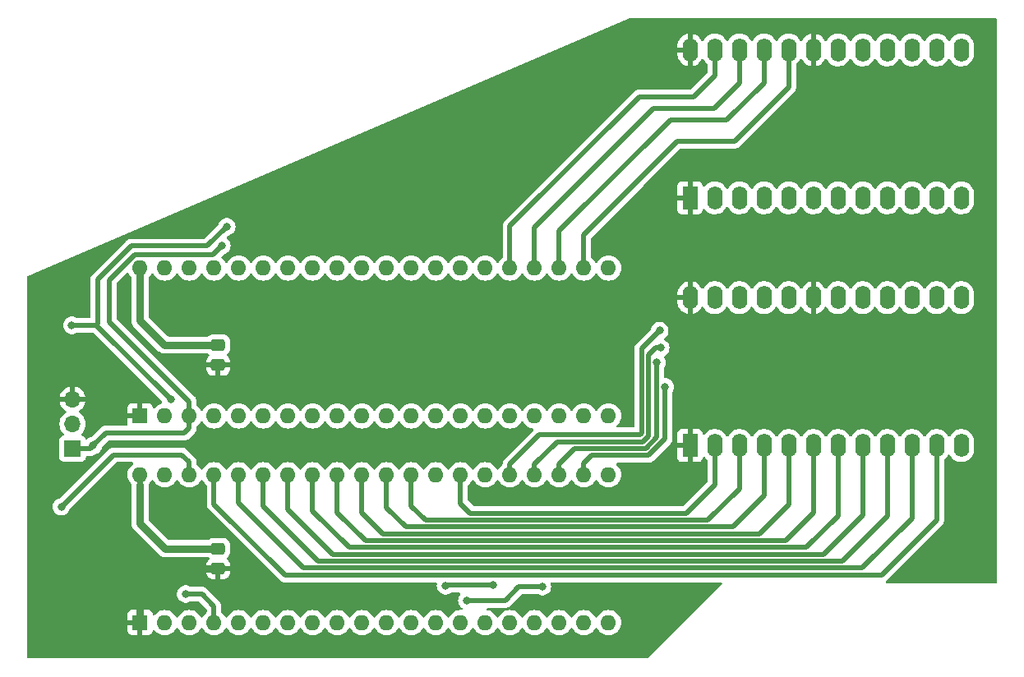
<source format=gbr>
%TF.GenerationSoftware,KiCad,Pcbnew,8.0.3*%
%TF.CreationDate,2024-06-29T10:30:53+02:00*%
%TF.ProjectId,adapter 8913-8910 triangle,61646170-7465-4722-9038-3931332d3839,rev?*%
%TF.SameCoordinates,Original*%
%TF.FileFunction,Copper,L2,Bot*%
%TF.FilePolarity,Positive*%
%FSLAX46Y46*%
G04 Gerber Fmt 4.6, Leading zero omitted, Abs format (unit mm)*
G04 Created by KiCad (PCBNEW 8.0.3) date 2024-06-29 10:30:53*
%MOMM*%
%LPD*%
G01*
G04 APERTURE LIST*
G04 Aperture macros list*
%AMRoundRect*
0 Rectangle with rounded corners*
0 $1 Rounding radius*
0 $2 $3 $4 $5 $6 $7 $8 $9 X,Y pos of 4 corners*
0 Add a 4 corners polygon primitive as box body*
4,1,4,$2,$3,$4,$5,$6,$7,$8,$9,$2,$3,0*
0 Add four circle primitives for the rounded corners*
1,1,$1+$1,$2,$3*
1,1,$1+$1,$4,$5*
1,1,$1+$1,$6,$7*
1,1,$1+$1,$8,$9*
0 Add four rect primitives between the rounded corners*
20,1,$1+$1,$2,$3,$4,$5,0*
20,1,$1+$1,$4,$5,$6,$7,0*
20,1,$1+$1,$6,$7,$8,$9,0*
20,1,$1+$1,$8,$9,$2,$3,0*%
G04 Aperture macros list end*
%TA.AperFunction,ComponentPad*%
%ADD10R,1.600000X1.600000*%
%TD*%
%TA.AperFunction,ComponentPad*%
%ADD11O,1.600000X1.600000*%
%TD*%
%TA.AperFunction,ComponentPad*%
%ADD12R,1.600000X2.400000*%
%TD*%
%TA.AperFunction,ComponentPad*%
%ADD13O,1.600000X2.400000*%
%TD*%
%TA.AperFunction,ComponentPad*%
%ADD14R,1.700000X1.700000*%
%TD*%
%TA.AperFunction,ComponentPad*%
%ADD15O,1.700000X1.700000*%
%TD*%
%TA.AperFunction,SMDPad,CuDef*%
%ADD16RoundRect,0.250000X-0.475000X0.337500X-0.475000X-0.337500X0.475000X-0.337500X0.475000X0.337500X0*%
%TD*%
%TA.AperFunction,ViaPad*%
%ADD17C,0.800000*%
%TD*%
%TA.AperFunction,Conductor*%
%ADD18C,0.508000*%
%TD*%
%TA.AperFunction,Conductor*%
%ADD19C,0.762000*%
%TD*%
G04 APERTURE END LIST*
D10*
%TO.P,U81,1,Vss*%
%TO.N,GND*%
X85525000Y-86635000D03*
D11*
%TO.P,U81,2,N/C*%
%TO.N,unconnected-(U81-N{slash}C-Pad2)*%
X88065000Y-86635000D03*
%TO.P,U81,3,ch_B*%
%TO.N,Net-(Audio_OUT_J1-Pin_1)*%
X90605000Y-86635000D03*
%TO.P,U81,4,ch_A*%
X93145000Y-86635000D03*
%TO.P,U81,5,N/C*%
%TO.N,unconnected-(U81-N{slash}C-Pad5)*%
X95685000Y-86635000D03*
%TO.P,U81,6,IOB7*%
%TO.N,unconnected-(U81-IOB7-Pad6)*%
X98225000Y-86635000D03*
%TO.P,U81,7,IOB6*%
%TO.N,unconnected-(U81-IOB6-Pad7)*%
X100765000Y-86635000D03*
%TO.P,U81,8,IOB5*%
%TO.N,unconnected-(U81-IOB5-Pad8)*%
X103305000Y-86635000D03*
%TO.P,U81,9,IOB4*%
%TO.N,unconnected-(U81-IOB4-Pad9)*%
X105845000Y-86635000D03*
%TO.P,U81,10,IOB3*%
%TO.N,unconnected-(U81-IOB3-Pad10)*%
X108385000Y-86635000D03*
%TO.P,U81,11,IOB2*%
%TO.N,unconnected-(U81-IOB2-Pad11)*%
X110925000Y-86635000D03*
%TO.P,U81,12,IOB1*%
%TO.N,unconnected-(U81-IOB1-Pad12)*%
X113465000Y-86635000D03*
%TO.P,U81,13,IOB0*%
%TO.N,unconnected-(U81-IOB0-Pad13)*%
X116005000Y-86635000D03*
%TO.P,U81,14,IOA7*%
%TO.N,unconnected-(U81-IOA7-Pad14)*%
X118545000Y-86635000D03*
%TO.P,U81,15,IOA6*%
%TO.N,unconnected-(U81-IOA6-Pad15)*%
X121085000Y-86635000D03*
%TO.P,U81,16,IOA5*%
%TO.N,unconnected-(U81-IOA5-Pad16)*%
X123625000Y-86635000D03*
%TO.P,U81,17,IOA4*%
%TO.N,unconnected-(U81-IOA4-Pad17)*%
X126165000Y-86635000D03*
%TO.P,U81,18,IOA3*%
%TO.N,unconnected-(U81-IOA3-Pad18)*%
X128705000Y-86635000D03*
%TO.P,U81,19,IOA2*%
%TO.N,unconnected-(U81-IOA2-Pad19)*%
X131245000Y-86635000D03*
%TO.P,U81,20,IOA1*%
%TO.N,unconnected-(U81-IOA1-Pad20)*%
X133785000Y-86635000D03*
%TO.P,U81,21,IOA0*%
%TO.N,unconnected-(U81-IOA0-Pad21)*%
X133785000Y-71395000D03*
%TO.P,U81,22,CLOCK*%
%TO.N,Net-(U8-CLOCK)*%
X131245000Y-71395000D03*
%TO.P,U81,23,~{RESET}*%
%TO.N,Net-(U8-~{RESET})*%
X128705000Y-71395000D03*
%TO.P,U81,24,~{A9}*%
%TO.N,Net-(U8-~{A9})*%
X126165000Y-71395000D03*
%TO.P,U81,25,A8*%
%TO.N,Net-(U8-A8)*%
X123625000Y-71395000D03*
%TO.P,U81,26,TEST2*%
%TO.N,unconnected-(U81-TEST2-Pad26)*%
X121085000Y-71395000D03*
%TO.P,U81,27,BDIR*%
%TO.N,Net-(U8-BDIR)*%
X118545000Y-71395000D03*
%TO.P,U81,28,BC2*%
%TO.N,+5V*%
X116005000Y-71395000D03*
%TO.P,U81,29,BC1*%
%TO.N,Net-(U8-BC1)*%
X113465000Y-71395000D03*
%TO.P,U81,30,D7*%
%TO.N,Net-(U8-D7)*%
X110925000Y-71395000D03*
%TO.P,U81,31,D6*%
%TO.N,Net-(U8-D6)*%
X108385000Y-71395000D03*
%TO.P,U81,32,D5*%
%TO.N,Net-(U8-D5)*%
X105845000Y-71395000D03*
%TO.P,U81,33,D4*%
%TO.N,Net-(U8-D4)*%
X103305000Y-71395000D03*
%TO.P,U81,34,D3*%
%TO.N,Net-(U8-D3)*%
X100765000Y-71395000D03*
%TO.P,U81,35,D2*%
%TO.N,Net-(U8-D2)*%
X98225000Y-71395000D03*
%TO.P,U81,36,D1*%
%TO.N,Net-(U8-D1)*%
X95685000Y-71395000D03*
%TO.P,U81,37,D0*%
%TO.N,Net-(U8-D0)*%
X93145000Y-71395000D03*
%TO.P,U81,38,ch_C*%
%TO.N,Net-(Audio_OUT_J1-Pin_1)*%
X90605000Y-71395000D03*
%TO.P,U81,39,TEST1*%
%TO.N,unconnected-(U81-TEST1-Pad39)*%
X88065000Y-71395000D03*
%TO.P,U81,40,Vcc*%
%TO.N,+5V*%
X85525000Y-71395000D03*
%TD*%
D10*
%TO.P,U71,1,Vss*%
%TO.N,GND*%
X85525000Y-107935000D03*
D11*
%TO.P,U71,2,N/C*%
%TO.N,unconnected-(U71-N{slash}C-Pad2)*%
X88065000Y-107935000D03*
%TO.P,U71,3,ch_B*%
%TO.N,Net-(Audio_OUT_J1-Pin_2)*%
X90605000Y-107935000D03*
%TO.P,U71,4,ch_A*%
X93145000Y-107935000D03*
%TO.P,U71,5,N/C*%
%TO.N,unconnected-(U71-N{slash}C-Pad5)*%
X95685000Y-107935000D03*
%TO.P,U71,6,IOB7*%
%TO.N,unconnected-(U71-IOB7-Pad6)*%
X98225000Y-107935000D03*
%TO.P,U71,7,IOB6*%
%TO.N,unconnected-(U71-IOB6-Pad7)*%
X100765000Y-107935000D03*
%TO.P,U71,8,IOB5*%
%TO.N,unconnected-(U71-IOB5-Pad8)*%
X103305000Y-107935000D03*
%TO.P,U71,9,IOB4*%
%TO.N,unconnected-(U71-IOB4-Pad9)*%
X105845000Y-107935000D03*
%TO.P,U71,10,IOB3*%
%TO.N,unconnected-(U71-IOB3-Pad10)*%
X108385000Y-107935000D03*
%TO.P,U71,11,IOB2*%
%TO.N,unconnected-(U71-IOB2-Pad11)*%
X110925000Y-107935000D03*
%TO.P,U71,12,IOB1*%
%TO.N,unconnected-(U71-IOB1-Pad12)*%
X113465000Y-107935000D03*
%TO.P,U71,13,IOB0*%
%TO.N,unconnected-(U71-IOB0-Pad13)*%
X116005000Y-107935000D03*
%TO.P,U71,14,IOA7*%
%TO.N,unconnected-(U71-IOA7-Pad14)*%
X118545000Y-107935000D03*
%TO.P,U71,15,IOA6*%
%TO.N,unconnected-(U71-IOA6-Pad15)*%
X121085000Y-107935000D03*
%TO.P,U71,16,IOA5*%
%TO.N,unconnected-(U71-IOA5-Pad16)*%
X123625000Y-107935000D03*
%TO.P,U71,17,IOA4*%
%TO.N,unconnected-(U71-IOA4-Pad17)*%
X126165000Y-107935000D03*
%TO.P,U71,18,IOA3*%
%TO.N,unconnected-(U71-IOA3-Pad18)*%
X128705000Y-107935000D03*
%TO.P,U71,19,IOA2*%
%TO.N,unconnected-(U71-IOA2-Pad19)*%
X131245000Y-107935000D03*
%TO.P,U71,20,IOA1*%
%TO.N,unconnected-(U71-IOA1-Pad20)*%
X133785000Y-107935000D03*
%TO.P,U71,21,IOA0*%
%TO.N,unconnected-(U71-IOA0-Pad21)*%
X133785000Y-92695000D03*
%TO.P,U71,22,CLOCK*%
%TO.N,Net-(U7-CLOCK)*%
X131245000Y-92695000D03*
%TO.P,U71,23,~{RESET}*%
%TO.N,Net-(U7-~{RESET})*%
X128705000Y-92695000D03*
%TO.P,U71,24,~{A9}*%
%TO.N,Net-(U7-~{A9})*%
X126165000Y-92695000D03*
%TO.P,U71,25,A8*%
%TO.N,Net-(U7-A8)*%
X123625000Y-92695000D03*
%TO.P,U71,26,TEST2*%
%TO.N,unconnected-(U71-TEST2-Pad26)*%
X121085000Y-92695000D03*
%TO.P,U71,27,BDIR*%
%TO.N,Net-(U7-BDIR)*%
X118545000Y-92695000D03*
%TO.P,U71,28,BC2*%
%TO.N,+5V*%
X116005000Y-92695000D03*
%TO.P,U71,29,BC1*%
%TO.N,Net-(U7-BC1)*%
X113465000Y-92695000D03*
%TO.P,U71,30,D7*%
%TO.N,Net-(U7-D7)*%
X110925000Y-92695000D03*
%TO.P,U71,31,D6*%
%TO.N,Net-(U7-D6)*%
X108385000Y-92695000D03*
%TO.P,U71,32,D5*%
%TO.N,Net-(U7-D5)*%
X105845000Y-92695000D03*
%TO.P,U71,33,D4*%
%TO.N,Net-(U7-D4)*%
X103305000Y-92695000D03*
%TO.P,U71,34,D3*%
%TO.N,Net-(U7-D3)*%
X100765000Y-92695000D03*
%TO.P,U71,35,D2*%
%TO.N,Net-(U7-D2)*%
X98225000Y-92695000D03*
%TO.P,U71,36,D1*%
%TO.N,Net-(U7-D1)*%
X95685000Y-92695000D03*
%TO.P,U71,37,D0*%
%TO.N,Net-(U7-D0)*%
X93145000Y-92695000D03*
%TO.P,U71,38,ch_C*%
%TO.N,Net-(Audio_OUT_J1-Pin_2)*%
X90605000Y-92695000D03*
%TO.P,U71,39,TEST1*%
%TO.N,unconnected-(U71-TEST1-Pad39)*%
X88065000Y-92695000D03*
%TO.P,U71,40,Vcc*%
%TO.N,+5V*%
X85525000Y-92695000D03*
%TD*%
D12*
%TO.P,U7,1,Vss*%
%TO.N,GND*%
X142185000Y-89695000D03*
D13*
%TO.P,U7,2,BDIR*%
%TO.N,Net-(U7-BDIR)*%
X144725000Y-89695000D03*
%TO.P,U7,3,BC1*%
%TO.N,Net-(U7-BC1)*%
X147265000Y-89695000D03*
%TO.P,U7,4,D7*%
%TO.N,Net-(U7-D7)*%
X149805000Y-89695000D03*
%TO.P,U7,5,D6*%
%TO.N,Net-(U7-D6)*%
X152345000Y-89695000D03*
%TO.P,U7,6,D5*%
%TO.N,Net-(U7-D5)*%
X154885000Y-89695000D03*
%TO.P,U7,7,D4*%
%TO.N,Net-(U7-D4)*%
X157425000Y-89695000D03*
%TO.P,U7,8,D3*%
%TO.N,Net-(U7-D3)*%
X159965000Y-89695000D03*
%TO.P,U7,9,D2*%
%TO.N,Net-(U7-D2)*%
X162505000Y-89695000D03*
%TO.P,U7,10,D1*%
%TO.N,Net-(U7-D1)*%
X165045000Y-89695000D03*
%TO.P,U7,11,D0*%
%TO.N,Net-(U7-D0)*%
X167585000Y-89695000D03*
%TO.P,U7,12,TEST_2*%
%TO.N,unconnected-(U7-TEST_2-Pad12)*%
X170125000Y-89695000D03*
%TO.P,U7,13,Vcc*%
%TO.N,+5V*%
X170125000Y-74455000D03*
%TO.P,U7,14,TEST_I*%
%TO.N,unconnected-(U7-TEST_I-Pad14)*%
X167585000Y-74455000D03*
%TO.P,U7,15,ch_B*%
%TO.N,Net-(Audio_OUT_J1-Pin_2)*%
X165045000Y-74455000D03*
%TO.P,U7,16,N/C*%
%TO.N,unconnected-(U7-N{slash}C-Pad16)*%
X162505000Y-74455000D03*
%TO.P,U7,17,ch_A*%
%TO.N,Net-(Audio_OUT_J1-Pin_2)*%
X159965000Y-74455000D03*
%TO.P,U7,18,ch_C*%
X157425000Y-74455000D03*
%TO.P,U7,19,Vss*%
%TO.N,GND*%
X154885000Y-74455000D03*
%TO.P,U7,20,CLOCK*%
%TO.N,Net-(U7-CLOCK)*%
X152345000Y-74455000D03*
%TO.P,U7,21,~{RESET}*%
%TO.N,Net-(U7-~{RESET})*%
X149805000Y-74455000D03*
%TO.P,U7,22,~{A9}*%
%TO.N,Net-(U7-~{A9})*%
X147265000Y-74455000D03*
%TO.P,U7,23,A8*%
%TO.N,Net-(U7-A8)*%
X144725000Y-74455000D03*
%TO.P,U7,24,~{CE}*%
%TO.N,GND*%
X142185000Y-74455000D03*
%TD*%
D12*
%TO.P,U8,1,Vss*%
%TO.N,GND*%
X142185000Y-64155000D03*
D13*
%TO.P,U8,2,BDIR*%
%TO.N,Net-(U8-BDIR)*%
X144725000Y-64155000D03*
%TO.P,U8,3,BC1*%
%TO.N,Net-(U8-BC1)*%
X147265000Y-64155000D03*
%TO.P,U8,4,D7*%
%TO.N,Net-(U8-D7)*%
X149805000Y-64155000D03*
%TO.P,U8,5,D6*%
%TO.N,Net-(U8-D6)*%
X152345000Y-64155000D03*
%TO.P,U8,6,D5*%
%TO.N,Net-(U8-D5)*%
X154885000Y-64155000D03*
%TO.P,U8,7,D4*%
%TO.N,Net-(U8-D4)*%
X157425000Y-64155000D03*
%TO.P,U8,8,D3*%
%TO.N,Net-(U8-D3)*%
X159965000Y-64155000D03*
%TO.P,U8,9,D2*%
%TO.N,Net-(U8-D2)*%
X162505000Y-64155000D03*
%TO.P,U8,10,D1*%
%TO.N,Net-(U8-D1)*%
X165045000Y-64155000D03*
%TO.P,U8,11,D0*%
%TO.N,Net-(U8-D0)*%
X167585000Y-64155000D03*
%TO.P,U8,12,TEST_2*%
%TO.N,unconnected-(U8-TEST_2-Pad12)*%
X170125000Y-64155000D03*
%TO.P,U8,13,Vcc*%
%TO.N,+5V*%
X170125000Y-48915000D03*
%TO.P,U8,14,TEST_I*%
%TO.N,unconnected-(U8-TEST_I-Pad14)*%
X167585000Y-48915000D03*
%TO.P,U8,15,ch_B*%
%TO.N,Net-(Audio_OUT_J1-Pin_1)*%
X165045000Y-48915000D03*
%TO.P,U8,16,N/C*%
%TO.N,unconnected-(U8-N{slash}C-Pad16)*%
X162505000Y-48915000D03*
%TO.P,U8,17,ch_A*%
%TO.N,Net-(Audio_OUT_J1-Pin_1)*%
X159965000Y-48915000D03*
%TO.P,U8,18,ch_C*%
X157425000Y-48915000D03*
%TO.P,U8,19,Vss*%
%TO.N,GND*%
X154885000Y-48915000D03*
%TO.P,U8,20,CLOCK*%
%TO.N,Net-(U8-CLOCK)*%
X152345000Y-48915000D03*
%TO.P,U8,21,~{RESET}*%
%TO.N,Net-(U8-~{RESET})*%
X149805000Y-48915000D03*
%TO.P,U8,22,~{A9}*%
%TO.N,Net-(U8-~{A9})*%
X147265000Y-48915000D03*
%TO.P,U8,23,A8*%
%TO.N,Net-(U8-A8)*%
X144725000Y-48915000D03*
%TO.P,U8,24,~{CE}*%
%TO.N,GND*%
X142185000Y-48915000D03*
%TD*%
D14*
%TO.P,Audio_OUT_J1,1,Pin_1*%
%TO.N,Net-(Audio_OUT_J1-Pin_1)*%
X78575000Y-90025000D03*
D15*
%TO.P,Audio_OUT_J1,2,Pin_2*%
%TO.N,Net-(Audio_OUT_J1-Pin_2)*%
X78575000Y-87485000D03*
%TO.P,Audio_OUT_J1,3,Pin_3*%
%TO.N,GND*%
X78575000Y-84945000D03*
%TD*%
D16*
%TO.P,C71,1*%
%TO.N,+5V*%
X93565000Y-100297500D03*
%TO.P,C71,2*%
%TO.N,GND*%
X93565000Y-102372500D03*
%TD*%
%TO.P,C81,1*%
%TO.N,+5V*%
X93565000Y-79335000D03*
%TO.P,C81,2*%
%TO.N,GND*%
X93565000Y-81410000D03*
%TD*%
D17*
%TO.N,Net-(Audio_OUT_J1-Pin_2)*%
X121920000Y-104100000D03*
X117000000Y-104150000D03*
X119200000Y-105650000D03*
X90225000Y-104995000D03*
X77405000Y-96005000D03*
X126975000Y-104245000D03*
%TO.N,Net-(Audio_OUT_J1-Pin_1)*%
X88665000Y-84935000D03*
X94455000Y-67145000D03*
X80700000Y-89700000D03*
X78500000Y-77300000D03*
X93945000Y-69105000D03*
%TO.N,Net-(U7-~{RESET})*%
X138773000Y-81145000D03*
%TO.N,Net-(U7-A8)*%
X139065000Y-77855000D03*
%TO.N,Net-(U7-~{A9})*%
X139165000Y-79635000D03*
%TO.N,Net-(U7-CLOCK)*%
X139627000Y-83650000D03*
%TD*%
D18*
%TO.N,Net-(Audio_OUT_J1-Pin_1)*%
X81165000Y-72585000D02*
X81165000Y-77165000D01*
X84615000Y-69135000D02*
X81165000Y-72585000D01*
X92465000Y-69135000D02*
X84615000Y-69135000D01*
X94455000Y-67145000D02*
X92465000Y-69135000D01*
X81165000Y-77165000D02*
X81030000Y-77300000D01*
X81030000Y-77300000D02*
X88665000Y-84935000D01*
X78500000Y-77300000D02*
X81030000Y-77300000D01*
D19*
%TO.N,+5V*%
X85525000Y-76795000D02*
X85525000Y-71395000D01*
X85525000Y-97695000D02*
X85525000Y-93695000D01*
X88127500Y-100297500D02*
X85525000Y-97695000D01*
X93565000Y-100297500D02*
X88127500Y-100297500D01*
X88065000Y-79335000D02*
X85525000Y-76795000D01*
X93565000Y-79335000D02*
X88065000Y-79335000D01*
%TO.N,GND*%
X85525000Y-105275000D02*
X85525000Y-107935000D01*
X88427500Y-102372500D02*
X85525000Y-105275000D01*
X93565000Y-102372500D02*
X88427500Y-102372500D01*
D18*
%TO.N,Net-(Audio_OUT_J1-Pin_2)*%
X124545000Y-104245000D02*
X123140000Y-105650000D01*
X89845000Y-90645000D02*
X90605000Y-91405000D01*
X90605000Y-91405000D02*
X90605000Y-92695000D01*
X91895000Y-104995000D02*
X93145000Y-106245000D01*
X126975000Y-104245000D02*
X124545000Y-104245000D01*
X93145000Y-106245000D02*
X93145000Y-107935000D01*
X117050000Y-104100000D02*
X121920000Y-104100000D01*
X90225000Y-104995000D02*
X91895000Y-104995000D01*
X82765000Y-90645000D02*
X89845000Y-90645000D01*
X77405000Y-96005000D02*
X82765000Y-90645000D01*
X117000000Y-104150000D02*
X117050000Y-104100000D01*
X123140000Y-105650000D02*
X119200000Y-105650000D01*
%TO.N,Net-(Audio_OUT_J1-Pin_1)*%
X80375000Y-90025000D02*
X78575000Y-90025000D01*
X82000000Y-88400000D02*
X90100000Y-88400000D01*
X90100000Y-88400000D02*
X90605000Y-87895000D01*
X84965000Y-70035000D02*
X93015000Y-70035000D01*
X90605000Y-87895000D02*
X90605000Y-86635000D01*
X93015000Y-70035000D02*
X93945000Y-69105000D01*
X80700000Y-89700000D02*
X82000000Y-88400000D01*
X82365000Y-72635000D02*
X84965000Y-70035000D01*
X78510000Y-77305000D02*
X78500000Y-77300000D01*
X90605000Y-86635000D02*
X90605000Y-85175000D01*
X90605000Y-85175000D02*
X82365000Y-76935000D01*
X82365000Y-76935000D02*
X82365000Y-72635000D01*
X80700000Y-89700000D02*
X80375000Y-90025000D01*
X78515000Y-77305000D02*
X78510000Y-77305000D01*
%TO.N,Net-(U8-CLOCK)*%
X140865000Y-58335000D02*
X131245000Y-67955000D01*
X131245000Y-67955000D02*
X131245000Y-71395000D01*
X152345000Y-48915000D02*
X152345000Y-52755000D01*
X152345000Y-52755000D02*
X146765000Y-58335000D01*
X146765000Y-58335000D02*
X140865000Y-58335000D01*
%TO.N,Net-(U8-~{RESET})*%
X145965000Y-56135000D02*
X140165000Y-56135000D01*
X140165000Y-56135000D02*
X128705000Y-67595000D01*
X128705000Y-67595000D02*
X128705000Y-71395000D01*
X149805000Y-48915000D02*
X149805000Y-52295000D01*
X149805000Y-52295000D02*
X145965000Y-56135000D01*
%TO.N,Net-(U8-~{A9})*%
X126165000Y-67215000D02*
X126165000Y-71395000D01*
X147265000Y-48915000D02*
X147265000Y-52335000D01*
X144665000Y-54935000D02*
X138445000Y-54935000D01*
X147265000Y-52335000D02*
X144665000Y-54935000D01*
X138445000Y-54935000D02*
X126165000Y-67215000D01*
%TO.N,Net-(U8-A8)*%
X142565000Y-53735000D02*
X136965000Y-53735000D01*
X136965000Y-53735000D02*
X123625000Y-67075000D01*
X144725000Y-51575000D02*
X142565000Y-53735000D01*
X123625000Y-67075000D02*
X123625000Y-71395000D01*
X144725000Y-48915000D02*
X144725000Y-51575000D01*
%TO.N,Net-(U7-D1)*%
X159913000Y-102327000D02*
X102377000Y-102327000D01*
X102377000Y-102327000D02*
X95685000Y-95635000D01*
X95685000Y-95635000D02*
X95685000Y-92695000D01*
X165045000Y-97195000D02*
X159913000Y-102327000D01*
X165045000Y-89695000D02*
X165045000Y-97195000D01*
%TO.N,Net-(U7-D4)*%
X107103000Y-100203000D02*
X103305000Y-96405000D01*
X103305000Y-96405000D02*
X103305000Y-92695000D01*
X154177000Y-100203000D02*
X107103000Y-100203000D01*
X157425000Y-89695000D02*
X157425000Y-96955000D01*
X157425000Y-96955000D02*
X154177000Y-100203000D01*
%TO.N,Net-(U7-~{RESET})*%
X128705000Y-91595000D02*
X128705000Y-92695000D01*
X138773000Y-88845736D02*
X137602736Y-90016000D01*
X130284000Y-90016000D02*
X128705000Y-91595000D01*
X138773000Y-81145000D02*
X138773000Y-88845736D01*
X137602736Y-90016000D02*
X130284000Y-90016000D01*
%TO.N,Net-(U7-D2)*%
X103869000Y-101619000D02*
X98225000Y-95975000D01*
X157871000Y-101619000D02*
X103869000Y-101619000D01*
X162505000Y-89695000D02*
X162505000Y-96985000D01*
X98225000Y-95975000D02*
X98225000Y-92695000D01*
X162505000Y-96985000D02*
X157871000Y-101619000D01*
%TO.N,Net-(U7-D5)*%
X108745000Y-99495000D02*
X105845000Y-96595000D01*
X105845000Y-96595000D02*
X105845000Y-92695000D01*
X152025000Y-99495000D02*
X108745000Y-99495000D01*
X154885000Y-89695000D02*
X154885000Y-96635000D01*
X154885000Y-96635000D02*
X152025000Y-99495000D01*
%TO.N,Net-(U7-BC1)*%
X144029000Y-97371000D02*
X114921000Y-97371000D01*
X114921000Y-97371000D02*
X113465000Y-95915000D01*
X147265000Y-94135000D02*
X144029000Y-97371000D01*
X147265000Y-89695000D02*
X147265000Y-94135000D01*
X113465000Y-95915000D02*
X113465000Y-92695000D01*
%TO.N,Net-(U7-D7)*%
X112879000Y-98079000D02*
X110925000Y-96125000D01*
X146601000Y-98079000D02*
X112879000Y-98079000D01*
X149805000Y-89695000D02*
X149805000Y-94875000D01*
X149805000Y-94875000D02*
X146601000Y-98079000D01*
X110925000Y-96125000D02*
X110925000Y-92695000D01*
%TO.N,Net-(U7-D3)*%
X155889000Y-100911000D02*
X105411000Y-100911000D01*
X105411000Y-100911000D02*
X100765000Y-96265000D01*
X159965000Y-96835000D02*
X155889000Y-100911000D01*
X100765000Y-96265000D02*
X100765000Y-92695000D01*
X159965000Y-89695000D02*
X159965000Y-96835000D01*
%TO.N,Net-(U7-A8)*%
X139065000Y-77855000D02*
X137211000Y-79709000D01*
X137016208Y-88600000D02*
X126630000Y-88600000D01*
X123625000Y-91605000D02*
X123625000Y-92695000D01*
X126630000Y-88600000D02*
X123625000Y-91605000D01*
X137211000Y-79709000D02*
X137211000Y-88405208D01*
X137211000Y-88405208D02*
X137016208Y-88600000D01*
%TO.N,Net-(U7-D6)*%
X152345000Y-95795000D02*
X149353000Y-98787000D01*
X108385000Y-96635000D02*
X108385000Y-92695000D01*
X110537000Y-98787000D02*
X108385000Y-96635000D01*
X152345000Y-89695000D02*
X152345000Y-95795000D01*
X149353000Y-98787000D02*
X110537000Y-98787000D01*
%TO.N,Net-(U7-~{A9})*%
X137919000Y-88698472D02*
X137309472Y-89308000D01*
X137919000Y-80381000D02*
X137919000Y-88698472D01*
X139165000Y-79635000D02*
X138665000Y-79635000D01*
X128472000Y-89308000D02*
X126165000Y-91615000D01*
X137309472Y-89308000D02*
X128472000Y-89308000D01*
X138665000Y-79635000D02*
X137919000Y-80381000D01*
X126165000Y-91615000D02*
X126165000Y-92695000D01*
%TO.N,Net-(U7-CLOCK)*%
X132076000Y-90724000D02*
X131245000Y-91555000D01*
X137896000Y-90724000D02*
X132076000Y-90724000D01*
X139627000Y-83650000D02*
X139627000Y-88993000D01*
X131245000Y-91555000D02*
X131245000Y-92695000D01*
X139627000Y-88993000D02*
X137896000Y-90724000D01*
%TO.N,Net-(U7-BDIR)*%
X141787000Y-96663000D02*
X119563000Y-96663000D01*
X118545000Y-95645000D02*
X118545000Y-92695000D01*
X119563000Y-96663000D02*
X118545000Y-95645000D01*
X144725000Y-93725000D02*
X141787000Y-96663000D01*
X144725000Y-89695000D02*
X144725000Y-93725000D01*
%TO.N,Net-(U7-D0)*%
X93145000Y-95745000D02*
X93145000Y-92695000D01*
X161945000Y-103035000D02*
X100435000Y-103035000D01*
X167585000Y-89695000D02*
X167585000Y-97395000D01*
X100435000Y-103035000D02*
X93145000Y-95745000D01*
X167585000Y-97395000D02*
X161945000Y-103035000D01*
%TD*%
%TA.AperFunction,Conductor*%
%TO.N,GND*%
G36*
X173752539Y-45700185D02*
G01*
X173798294Y-45752989D01*
X173809500Y-45804500D01*
X173809500Y-103755500D01*
X173789815Y-103822539D01*
X173737011Y-103868294D01*
X173685500Y-103879500D01*
X162447955Y-103879500D01*
X162380916Y-103859815D01*
X162335161Y-103807011D01*
X162325217Y-103737853D01*
X162354242Y-103674297D01*
X162379065Y-103652398D01*
X162413556Y-103629350D01*
X162425966Y-103621059D01*
X168065963Y-97981060D01*
X168065966Y-97981059D01*
X168171059Y-97875966D01*
X168253629Y-97752390D01*
X168310505Y-97615080D01*
X168339500Y-97469312D01*
X168339500Y-91217510D01*
X168359185Y-91150471D01*
X168390613Y-91117193D01*
X168432219Y-91086966D01*
X168576966Y-90942219D01*
X168576968Y-90942215D01*
X168576971Y-90942213D01*
X168697284Y-90776614D01*
X168697285Y-90776613D01*
X168697287Y-90776610D01*
X168744516Y-90683917D01*
X168792489Y-90633123D01*
X168860310Y-90616328D01*
X168926445Y-90638865D01*
X168965485Y-90683919D01*
X169012715Y-90776614D01*
X169133028Y-90942213D01*
X169277786Y-91086971D01*
X169430072Y-91197611D01*
X169443390Y-91207287D01*
X169542170Y-91257618D01*
X169625776Y-91300218D01*
X169625778Y-91300218D01*
X169625781Y-91300220D01*
X169719549Y-91330687D01*
X169820465Y-91363477D01*
X169896375Y-91375500D01*
X170022648Y-91395500D01*
X170022649Y-91395500D01*
X170227351Y-91395500D01*
X170227352Y-91395500D01*
X170429534Y-91363477D01*
X170624219Y-91300220D01*
X170806610Y-91207287D01*
X170907439Y-91134031D01*
X170972213Y-91086971D01*
X170972215Y-91086968D01*
X170972219Y-91086966D01*
X171116966Y-90942219D01*
X171116968Y-90942215D01*
X171116971Y-90942213D01*
X171206533Y-90818939D01*
X171237287Y-90776610D01*
X171330220Y-90594219D01*
X171393477Y-90399534D01*
X171425500Y-90197352D01*
X171425500Y-89192648D01*
X171415124Y-89127135D01*
X171393477Y-88990465D01*
X171344216Y-88838856D01*
X171330220Y-88795781D01*
X171330218Y-88795778D01*
X171330218Y-88795776D01*
X171272342Y-88682189D01*
X171237287Y-88613390D01*
X171229556Y-88602749D01*
X171116971Y-88447786D01*
X170972213Y-88303028D01*
X170806613Y-88182715D01*
X170806612Y-88182714D01*
X170806610Y-88182713D01*
X170718487Y-88137812D01*
X170624223Y-88089781D01*
X170429534Y-88026522D01*
X170254995Y-87998878D01*
X170227352Y-87994500D01*
X170022648Y-87994500D01*
X169998329Y-87998351D01*
X169820465Y-88026522D01*
X169625776Y-88089781D01*
X169443386Y-88182715D01*
X169277786Y-88303028D01*
X169133028Y-88447786D01*
X169012715Y-88613386D01*
X168965485Y-88706080D01*
X168917510Y-88756876D01*
X168849689Y-88773671D01*
X168783554Y-88751134D01*
X168744515Y-88706080D01*
X168732342Y-88682189D01*
X168697287Y-88613390D01*
X168689556Y-88602749D01*
X168576971Y-88447786D01*
X168432213Y-88303028D01*
X168266613Y-88182715D01*
X168266612Y-88182714D01*
X168266610Y-88182713D01*
X168178487Y-88137812D01*
X168084223Y-88089781D01*
X167889534Y-88026522D01*
X167714995Y-87998878D01*
X167687352Y-87994500D01*
X167482648Y-87994500D01*
X167458329Y-87998351D01*
X167280465Y-88026522D01*
X167085776Y-88089781D01*
X166903386Y-88182715D01*
X166737786Y-88303028D01*
X166593028Y-88447786D01*
X166472715Y-88613386D01*
X166425485Y-88706080D01*
X166377510Y-88756876D01*
X166309689Y-88773671D01*
X166243554Y-88751134D01*
X166204515Y-88706080D01*
X166192342Y-88682189D01*
X166157287Y-88613390D01*
X166149556Y-88602749D01*
X166036971Y-88447786D01*
X165892213Y-88303028D01*
X165726613Y-88182715D01*
X165726612Y-88182714D01*
X165726610Y-88182713D01*
X165638487Y-88137812D01*
X165544223Y-88089781D01*
X165349534Y-88026522D01*
X165174995Y-87998878D01*
X165147352Y-87994500D01*
X164942648Y-87994500D01*
X164918329Y-87998351D01*
X164740465Y-88026522D01*
X164545776Y-88089781D01*
X164363386Y-88182715D01*
X164197786Y-88303028D01*
X164053028Y-88447786D01*
X163932715Y-88613386D01*
X163885485Y-88706080D01*
X163837510Y-88756876D01*
X163769689Y-88773671D01*
X163703554Y-88751134D01*
X163664515Y-88706080D01*
X163652342Y-88682189D01*
X163617287Y-88613390D01*
X163609556Y-88602749D01*
X163496971Y-88447786D01*
X163352213Y-88303028D01*
X163186613Y-88182715D01*
X163186612Y-88182714D01*
X163186610Y-88182713D01*
X163098487Y-88137812D01*
X163004223Y-88089781D01*
X162809534Y-88026522D01*
X162634995Y-87998878D01*
X162607352Y-87994500D01*
X162402648Y-87994500D01*
X162378329Y-87998351D01*
X162200465Y-88026522D01*
X162005776Y-88089781D01*
X161823386Y-88182715D01*
X161657786Y-88303028D01*
X161513028Y-88447786D01*
X161392715Y-88613386D01*
X161345485Y-88706080D01*
X161297510Y-88756876D01*
X161229689Y-88773671D01*
X161163554Y-88751134D01*
X161124515Y-88706080D01*
X161112342Y-88682189D01*
X161077287Y-88613390D01*
X161069556Y-88602749D01*
X160956971Y-88447786D01*
X160812213Y-88303028D01*
X160646613Y-88182715D01*
X160646612Y-88182714D01*
X160646610Y-88182713D01*
X160558487Y-88137812D01*
X160464223Y-88089781D01*
X160269534Y-88026522D01*
X160094995Y-87998878D01*
X160067352Y-87994500D01*
X159862648Y-87994500D01*
X159838329Y-87998351D01*
X159660465Y-88026522D01*
X159465776Y-88089781D01*
X159283386Y-88182715D01*
X159117786Y-88303028D01*
X158973028Y-88447786D01*
X158852715Y-88613386D01*
X158805485Y-88706080D01*
X158757510Y-88756876D01*
X158689689Y-88773671D01*
X158623554Y-88751134D01*
X158584515Y-88706080D01*
X158572342Y-88682189D01*
X158537287Y-88613390D01*
X158529556Y-88602749D01*
X158416971Y-88447786D01*
X158272213Y-88303028D01*
X158106613Y-88182715D01*
X158106612Y-88182714D01*
X158106610Y-88182713D01*
X158018487Y-88137812D01*
X157924223Y-88089781D01*
X157729534Y-88026522D01*
X157554995Y-87998878D01*
X157527352Y-87994500D01*
X157322648Y-87994500D01*
X157298329Y-87998351D01*
X157120465Y-88026522D01*
X156925776Y-88089781D01*
X156743386Y-88182715D01*
X156577786Y-88303028D01*
X156433028Y-88447786D01*
X156312715Y-88613386D01*
X156265485Y-88706080D01*
X156217510Y-88756876D01*
X156149689Y-88773671D01*
X156083554Y-88751134D01*
X156044515Y-88706080D01*
X156032342Y-88682189D01*
X155997287Y-88613390D01*
X155989556Y-88602749D01*
X155876971Y-88447786D01*
X155732213Y-88303028D01*
X155566613Y-88182715D01*
X155566612Y-88182714D01*
X155566610Y-88182713D01*
X155478487Y-88137812D01*
X155384223Y-88089781D01*
X155189534Y-88026522D01*
X155014995Y-87998878D01*
X154987352Y-87994500D01*
X154782648Y-87994500D01*
X154758329Y-87998351D01*
X154580465Y-88026522D01*
X154385776Y-88089781D01*
X154203386Y-88182715D01*
X154037786Y-88303028D01*
X153893028Y-88447786D01*
X153772715Y-88613386D01*
X153725485Y-88706080D01*
X153677510Y-88756876D01*
X153609689Y-88773671D01*
X153543554Y-88751134D01*
X153504515Y-88706080D01*
X153492342Y-88682189D01*
X153457287Y-88613390D01*
X153449556Y-88602749D01*
X153336971Y-88447786D01*
X153192213Y-88303028D01*
X153026613Y-88182715D01*
X153026612Y-88182714D01*
X153026610Y-88182713D01*
X152938487Y-88137812D01*
X152844223Y-88089781D01*
X152649534Y-88026522D01*
X152474995Y-87998878D01*
X152447352Y-87994500D01*
X152242648Y-87994500D01*
X152218329Y-87998351D01*
X152040465Y-88026522D01*
X151845776Y-88089781D01*
X151663386Y-88182715D01*
X151497786Y-88303028D01*
X151353028Y-88447786D01*
X151232715Y-88613386D01*
X151185485Y-88706080D01*
X151137510Y-88756876D01*
X151069689Y-88773671D01*
X151003554Y-88751134D01*
X150964515Y-88706080D01*
X150952342Y-88682189D01*
X150917287Y-88613390D01*
X150909556Y-88602749D01*
X150796971Y-88447786D01*
X150652213Y-88303028D01*
X150486613Y-88182715D01*
X150486612Y-88182714D01*
X150486610Y-88182713D01*
X150398487Y-88137812D01*
X150304223Y-88089781D01*
X150109534Y-88026522D01*
X149934995Y-87998878D01*
X149907352Y-87994500D01*
X149702648Y-87994500D01*
X149678329Y-87998351D01*
X149500465Y-88026522D01*
X149305776Y-88089781D01*
X149123386Y-88182715D01*
X148957786Y-88303028D01*
X148813028Y-88447786D01*
X148692715Y-88613386D01*
X148645485Y-88706080D01*
X148597510Y-88756876D01*
X148529689Y-88773671D01*
X148463554Y-88751134D01*
X148424515Y-88706080D01*
X148412342Y-88682189D01*
X148377287Y-88613390D01*
X148369556Y-88602749D01*
X148256971Y-88447786D01*
X148112213Y-88303028D01*
X147946613Y-88182715D01*
X147946612Y-88182714D01*
X147946610Y-88182713D01*
X147858487Y-88137812D01*
X147764223Y-88089781D01*
X147569534Y-88026522D01*
X147394995Y-87998878D01*
X147367352Y-87994500D01*
X147162648Y-87994500D01*
X147138329Y-87998351D01*
X146960465Y-88026522D01*
X146765776Y-88089781D01*
X146583386Y-88182715D01*
X146417786Y-88303028D01*
X146273028Y-88447786D01*
X146152715Y-88613386D01*
X146105485Y-88706080D01*
X146057510Y-88756876D01*
X145989689Y-88773671D01*
X145923554Y-88751134D01*
X145884515Y-88706080D01*
X145872342Y-88682189D01*
X145837287Y-88613390D01*
X145829556Y-88602749D01*
X145716971Y-88447786D01*
X145572213Y-88303028D01*
X145406613Y-88182715D01*
X145406612Y-88182714D01*
X145406610Y-88182713D01*
X145318487Y-88137812D01*
X145224223Y-88089781D01*
X145029534Y-88026522D01*
X144854995Y-87998878D01*
X144827352Y-87994500D01*
X144622648Y-87994500D01*
X144598329Y-87998351D01*
X144420465Y-88026522D01*
X144225776Y-88089781D01*
X144043386Y-88182715D01*
X143877786Y-88303028D01*
X143733032Y-88447782D01*
X143733026Y-88447789D01*
X143706227Y-88484675D01*
X143650897Y-88527341D01*
X143581284Y-88533319D01*
X143519489Y-88500712D01*
X143485132Y-88439873D01*
X143482620Y-88425043D01*
X143478596Y-88387620D01*
X143428354Y-88252913D01*
X143428350Y-88252906D01*
X143342190Y-88137812D01*
X143342187Y-88137809D01*
X143227093Y-88051649D01*
X143227086Y-88051645D01*
X143092379Y-88001403D01*
X143092372Y-88001401D01*
X143032844Y-87995000D01*
X142435000Y-87995000D01*
X142435000Y-89379314D01*
X142430606Y-89374920D01*
X142339394Y-89322259D01*
X142237661Y-89295000D01*
X142132339Y-89295000D01*
X142030606Y-89322259D01*
X141939394Y-89374920D01*
X141935000Y-89379314D01*
X141935000Y-87995000D01*
X141337155Y-87995000D01*
X141277627Y-88001401D01*
X141277620Y-88001403D01*
X141142913Y-88051645D01*
X141142906Y-88051649D01*
X141027812Y-88137809D01*
X141027809Y-88137812D01*
X140941649Y-88252906D01*
X140941645Y-88252913D01*
X140891403Y-88387620D01*
X140891401Y-88387627D01*
X140885000Y-88447155D01*
X140885000Y-89445000D01*
X141869314Y-89445000D01*
X141864920Y-89449394D01*
X141812259Y-89540606D01*
X141785000Y-89642339D01*
X141785000Y-89747661D01*
X141812259Y-89849394D01*
X141864920Y-89940606D01*
X141869314Y-89945000D01*
X140885000Y-89945000D01*
X140885000Y-90942844D01*
X140891401Y-91002372D01*
X140891403Y-91002379D01*
X140941645Y-91137086D01*
X140941649Y-91137093D01*
X141027809Y-91252187D01*
X141027812Y-91252190D01*
X141142906Y-91338350D01*
X141142913Y-91338354D01*
X141277620Y-91388596D01*
X141277627Y-91388598D01*
X141337155Y-91394999D01*
X141337172Y-91395000D01*
X141935000Y-91395000D01*
X141935000Y-90010686D01*
X141939394Y-90015080D01*
X142030606Y-90067741D01*
X142132339Y-90095000D01*
X142237661Y-90095000D01*
X142339394Y-90067741D01*
X142430606Y-90015080D01*
X142435000Y-90010686D01*
X142435000Y-91395000D01*
X143032828Y-91395000D01*
X143032844Y-91394999D01*
X143092372Y-91388598D01*
X143092379Y-91388596D01*
X143227086Y-91338354D01*
X143227093Y-91338350D01*
X143342187Y-91252190D01*
X143342190Y-91252187D01*
X143428350Y-91137093D01*
X143428354Y-91137086D01*
X143478596Y-91002379D01*
X143482620Y-90964956D01*
X143509358Y-90900404D01*
X143566750Y-90860556D01*
X143636575Y-90858062D01*
X143696664Y-90893714D01*
X143706228Y-90905325D01*
X143733028Y-90942212D01*
X143733032Y-90942217D01*
X143733034Y-90942219D01*
X143877781Y-91086966D01*
X143919384Y-91117192D01*
X143962050Y-91172520D01*
X143970500Y-91217510D01*
X143970500Y-93361113D01*
X143950815Y-93428152D01*
X143934181Y-93448794D01*
X141510794Y-95872181D01*
X141449471Y-95905666D01*
X141423113Y-95908500D01*
X119926886Y-95908500D01*
X119859847Y-95888815D01*
X119839205Y-95872181D01*
X119335819Y-95368794D01*
X119302334Y-95307471D01*
X119299500Y-95281113D01*
X119299500Y-93818861D01*
X119319185Y-93751822D01*
X119352375Y-93717287D01*
X119384139Y-93695047D01*
X119545047Y-93534139D01*
X119675568Y-93347734D01*
X119702618Y-93289724D01*
X119748790Y-93237285D01*
X119815983Y-93218133D01*
X119882865Y-93238348D01*
X119927382Y-93289725D01*
X119954429Y-93347728D01*
X119954432Y-93347734D01*
X120084954Y-93534141D01*
X120245858Y-93695045D01*
X120245861Y-93695047D01*
X120432266Y-93825568D01*
X120638504Y-93921739D01*
X120858308Y-93980635D01*
X121020230Y-93994801D01*
X121084998Y-94000468D01*
X121085000Y-94000468D01*
X121085002Y-94000468D01*
X121141673Y-93995509D01*
X121311692Y-93980635D01*
X121531496Y-93921739D01*
X121737734Y-93825568D01*
X121924139Y-93695047D01*
X122085047Y-93534139D01*
X122215568Y-93347734D01*
X122242618Y-93289724D01*
X122288790Y-93237285D01*
X122355983Y-93218133D01*
X122422865Y-93238348D01*
X122467382Y-93289725D01*
X122494429Y-93347728D01*
X122494432Y-93347734D01*
X122624954Y-93534141D01*
X122785858Y-93695045D01*
X122785861Y-93695047D01*
X122972266Y-93825568D01*
X123178504Y-93921739D01*
X123398308Y-93980635D01*
X123560230Y-93994801D01*
X123624998Y-94000468D01*
X123625000Y-94000468D01*
X123625002Y-94000468D01*
X123681673Y-93995509D01*
X123851692Y-93980635D01*
X124071496Y-93921739D01*
X124277734Y-93825568D01*
X124464139Y-93695047D01*
X124625047Y-93534139D01*
X124755568Y-93347734D01*
X124782618Y-93289724D01*
X124828790Y-93237285D01*
X124895983Y-93218133D01*
X124962865Y-93238348D01*
X125007382Y-93289725D01*
X125034429Y-93347728D01*
X125034432Y-93347734D01*
X125164954Y-93534141D01*
X125325858Y-93695045D01*
X125325861Y-93695047D01*
X125512266Y-93825568D01*
X125718504Y-93921739D01*
X125938308Y-93980635D01*
X126100230Y-93994801D01*
X126164998Y-94000468D01*
X126165000Y-94000468D01*
X126165002Y-94000468D01*
X126221673Y-93995509D01*
X126391692Y-93980635D01*
X126611496Y-93921739D01*
X126817734Y-93825568D01*
X127004139Y-93695047D01*
X127165047Y-93534139D01*
X127295568Y-93347734D01*
X127322618Y-93289724D01*
X127368790Y-93237285D01*
X127435983Y-93218133D01*
X127502865Y-93238348D01*
X127547382Y-93289725D01*
X127574429Y-93347728D01*
X127574432Y-93347734D01*
X127704954Y-93534141D01*
X127865858Y-93695045D01*
X127865861Y-93695047D01*
X128052266Y-93825568D01*
X128258504Y-93921739D01*
X128478308Y-93980635D01*
X128640230Y-93994801D01*
X128704998Y-94000468D01*
X128705000Y-94000468D01*
X128705002Y-94000468D01*
X128761673Y-93995509D01*
X128931692Y-93980635D01*
X129151496Y-93921739D01*
X129357734Y-93825568D01*
X129544139Y-93695047D01*
X129705047Y-93534139D01*
X129835568Y-93347734D01*
X129862618Y-93289724D01*
X129908790Y-93237285D01*
X129975983Y-93218133D01*
X130042865Y-93238348D01*
X130087382Y-93289725D01*
X130114429Y-93347728D01*
X130114432Y-93347734D01*
X130244954Y-93534141D01*
X130405858Y-93695045D01*
X130405861Y-93695047D01*
X130592266Y-93825568D01*
X130798504Y-93921739D01*
X131018308Y-93980635D01*
X131180230Y-93994801D01*
X131244998Y-94000468D01*
X131245000Y-94000468D01*
X131245002Y-94000468D01*
X131301673Y-93995509D01*
X131471692Y-93980635D01*
X131691496Y-93921739D01*
X131897734Y-93825568D01*
X132084139Y-93695047D01*
X132245047Y-93534139D01*
X132375568Y-93347734D01*
X132402618Y-93289724D01*
X132448790Y-93237285D01*
X132515983Y-93218133D01*
X132582865Y-93238348D01*
X132627382Y-93289725D01*
X132654429Y-93347728D01*
X132654432Y-93347734D01*
X132784954Y-93534141D01*
X132945858Y-93695045D01*
X132945861Y-93695047D01*
X133132266Y-93825568D01*
X133338504Y-93921739D01*
X133558308Y-93980635D01*
X133720230Y-93994801D01*
X133784998Y-94000468D01*
X133785000Y-94000468D01*
X133785002Y-94000468D01*
X133841673Y-93995509D01*
X134011692Y-93980635D01*
X134231496Y-93921739D01*
X134437734Y-93825568D01*
X134624139Y-93695047D01*
X134785047Y-93534139D01*
X134915568Y-93347734D01*
X135011739Y-93141496D01*
X135070635Y-92921692D01*
X135090468Y-92695000D01*
X135070635Y-92468308D01*
X135011739Y-92248504D01*
X134915568Y-92042266D01*
X134785047Y-91855861D01*
X134785045Y-91855858D01*
X134620311Y-91691124D01*
X134621883Y-91689551D01*
X134588463Y-91639327D01*
X134587349Y-91569466D01*
X134624182Y-91510094D01*
X134687266Y-91480059D01*
X134706868Y-91478500D01*
X137815554Y-91478500D01*
X137815574Y-91478501D01*
X137821688Y-91478501D01*
X137970314Y-91478501D01*
X138091894Y-91454315D01*
X138091894Y-91454316D01*
X138091900Y-91454313D01*
X138116080Y-91449505D01*
X138151942Y-91434649D01*
X138172944Y-91425951D01*
X138172947Y-91425949D01*
X138172955Y-91425946D01*
X138253389Y-91392630D01*
X138376966Y-91310059D01*
X140107963Y-89579060D01*
X140107966Y-89579059D01*
X140213059Y-89473966D01*
X140295629Y-89350390D01*
X140295630Y-89350389D01*
X140343969Y-89233688D01*
X140352505Y-89213080D01*
X140361515Y-89167784D01*
X140381239Y-89068630D01*
X140381501Y-89067313D01*
X140381501Y-88913578D01*
X140381500Y-88913552D01*
X140381500Y-84177392D01*
X140398113Y-84115392D01*
X140454179Y-84018284D01*
X140512674Y-83838256D01*
X140532460Y-83650000D01*
X140512674Y-83461744D01*
X140454179Y-83281716D01*
X140359533Y-83117784D01*
X140232871Y-82977112D01*
X140232870Y-82977111D01*
X140079734Y-82865851D01*
X140079729Y-82865848D01*
X139906807Y-82788857D01*
X139906802Y-82788855D01*
X139761001Y-82757865D01*
X139721646Y-82749500D01*
X139651500Y-82749500D01*
X139584461Y-82729815D01*
X139538706Y-82677011D01*
X139527500Y-82625500D01*
X139527500Y-81672392D01*
X139544113Y-81610392D01*
X139600179Y-81513284D01*
X139658674Y-81333256D01*
X139678460Y-81145000D01*
X139658674Y-80956744D01*
X139600179Y-80776716D01*
X139508399Y-80617749D01*
X139491927Y-80549850D01*
X139514780Y-80483823D01*
X139565348Y-80442473D01*
X139617730Y-80419151D01*
X139770871Y-80307888D01*
X139897533Y-80167216D01*
X139992179Y-80003284D01*
X140050674Y-79823256D01*
X140070460Y-79635000D01*
X140050674Y-79446744D01*
X139992179Y-79266716D01*
X139897533Y-79102784D01*
X139770871Y-78962112D01*
X139770870Y-78962111D01*
X139617734Y-78850851D01*
X139617732Y-78850850D01*
X139571265Y-78830161D01*
X139518028Y-78784910D01*
X139497708Y-78718060D01*
X139516754Y-78650837D01*
X139548810Y-78616569D01*
X139670871Y-78527888D01*
X139797533Y-78387216D01*
X139892179Y-78223284D01*
X139950674Y-78043256D01*
X139970460Y-77855000D01*
X139950674Y-77666744D01*
X139892179Y-77486716D01*
X139797533Y-77322784D01*
X139670871Y-77182112D01*
X139670870Y-77182111D01*
X139517734Y-77070851D01*
X139517729Y-77070848D01*
X139344807Y-76993857D01*
X139344802Y-76993855D01*
X139199001Y-76962865D01*
X139159646Y-76954500D01*
X138970354Y-76954500D01*
X138937897Y-76961398D01*
X138785197Y-76993855D01*
X138785192Y-76993857D01*
X138612270Y-77070848D01*
X138612265Y-77070851D01*
X138459129Y-77182111D01*
X138332466Y-77322785D01*
X138237821Y-77486715D01*
X138237818Y-77486722D01*
X138185202Y-77648658D01*
X138154952Y-77698021D01*
X136624942Y-79228031D01*
X136542372Y-79351607D01*
X136542366Y-79351618D01*
X136485496Y-79488916D01*
X136485493Y-79488926D01*
X136456499Y-79634685D01*
X136456499Y-79789425D01*
X136456500Y-79789446D01*
X136456500Y-87721500D01*
X136436815Y-87788539D01*
X136384011Y-87834294D01*
X136332500Y-87845500D01*
X134713049Y-87845500D01*
X134646010Y-87825815D01*
X134600255Y-87773011D01*
X134590311Y-87703853D01*
X134619336Y-87640297D01*
X134625368Y-87633819D01*
X134785045Y-87474141D01*
X134785047Y-87474139D01*
X134915568Y-87287734D01*
X135011739Y-87081496D01*
X135070635Y-86861692D01*
X135090468Y-86635000D01*
X135088595Y-86613597D01*
X135073977Y-86446506D01*
X135070635Y-86408308D01*
X135017793Y-86211097D01*
X135011741Y-86188511D01*
X135011738Y-86188502D01*
X134984383Y-86129839D01*
X134915568Y-85982266D01*
X134785047Y-85795861D01*
X134785045Y-85795858D01*
X134624141Y-85634954D01*
X134437734Y-85504432D01*
X134437732Y-85504431D01*
X134231497Y-85408261D01*
X134231488Y-85408258D01*
X134011697Y-85349366D01*
X134011693Y-85349365D01*
X134011692Y-85349365D01*
X134011691Y-85349364D01*
X134011686Y-85349364D01*
X133785002Y-85329532D01*
X133784998Y-85329532D01*
X133558313Y-85349364D01*
X133558302Y-85349366D01*
X133338511Y-85408258D01*
X133338502Y-85408261D01*
X133132267Y-85504431D01*
X133132265Y-85504432D01*
X132945858Y-85634954D01*
X132784954Y-85795858D01*
X132654432Y-85982265D01*
X132654431Y-85982267D01*
X132627382Y-86040275D01*
X132581209Y-86092714D01*
X132514016Y-86111866D01*
X132447135Y-86091650D01*
X132402618Y-86040275D01*
X132375568Y-85982267D01*
X132375567Y-85982265D01*
X132245045Y-85795858D01*
X132084141Y-85634954D01*
X131897734Y-85504432D01*
X131897732Y-85504431D01*
X131691497Y-85408261D01*
X131691488Y-85408258D01*
X131471697Y-85349366D01*
X131471693Y-85349365D01*
X131471692Y-85349365D01*
X131471691Y-85349364D01*
X131471686Y-85349364D01*
X131245002Y-85329532D01*
X131244998Y-85329532D01*
X131018313Y-85349364D01*
X131018302Y-85349366D01*
X130798511Y-85408258D01*
X130798502Y-85408261D01*
X130592267Y-85504431D01*
X130592265Y-85504432D01*
X130405858Y-85634954D01*
X130244954Y-85795858D01*
X130114432Y-85982265D01*
X130114431Y-85982267D01*
X130087382Y-86040275D01*
X130041209Y-86092714D01*
X129974016Y-86111866D01*
X129907135Y-86091650D01*
X129862618Y-86040275D01*
X129835568Y-85982267D01*
X129835567Y-85982265D01*
X129705045Y-85795858D01*
X129544141Y-85634954D01*
X129357734Y-85504432D01*
X129357732Y-85504431D01*
X129151497Y-85408261D01*
X129151488Y-85408258D01*
X128931697Y-85349366D01*
X128931693Y-85349365D01*
X128931692Y-85349365D01*
X128931691Y-85349364D01*
X128931686Y-85349364D01*
X128705002Y-85329532D01*
X128704998Y-85329532D01*
X128478313Y-85349364D01*
X128478302Y-85349366D01*
X128258511Y-85408258D01*
X128258502Y-85408261D01*
X128052267Y-85504431D01*
X128052265Y-85504432D01*
X127865858Y-85634954D01*
X127704954Y-85795858D01*
X127574432Y-85982265D01*
X127574431Y-85982267D01*
X127547382Y-86040275D01*
X127501209Y-86092714D01*
X127434016Y-86111866D01*
X127367135Y-86091650D01*
X127322618Y-86040275D01*
X127295568Y-85982267D01*
X127295567Y-85982265D01*
X127165045Y-85795858D01*
X127004141Y-85634954D01*
X126817734Y-85504432D01*
X126817732Y-85504431D01*
X126611497Y-85408261D01*
X126611488Y-85408258D01*
X126391697Y-85349366D01*
X126391693Y-85349365D01*
X126391692Y-85349365D01*
X126391691Y-85349364D01*
X126391686Y-85349364D01*
X126165002Y-85329532D01*
X126164998Y-85329532D01*
X125938313Y-85349364D01*
X125938302Y-85349366D01*
X125718511Y-85408258D01*
X125718502Y-85408261D01*
X125512267Y-85504431D01*
X125512265Y-85504432D01*
X125325858Y-85634954D01*
X125164954Y-85795858D01*
X125034432Y-85982265D01*
X125034431Y-85982267D01*
X125007382Y-86040275D01*
X124961209Y-86092714D01*
X124894016Y-86111866D01*
X124827135Y-86091650D01*
X124782618Y-86040275D01*
X124755568Y-85982267D01*
X124755567Y-85982265D01*
X124625045Y-85795858D01*
X124464141Y-85634954D01*
X124277734Y-85504432D01*
X124277732Y-85504431D01*
X124071497Y-85408261D01*
X124071488Y-85408258D01*
X123851697Y-85349366D01*
X123851693Y-85349365D01*
X123851692Y-85349365D01*
X123851691Y-85349364D01*
X123851686Y-85349364D01*
X123625002Y-85329532D01*
X123624998Y-85329532D01*
X123398313Y-85349364D01*
X123398302Y-85349366D01*
X123178511Y-85408258D01*
X123178502Y-85408261D01*
X122972267Y-85504431D01*
X122972265Y-85504432D01*
X122785858Y-85634954D01*
X122624954Y-85795858D01*
X122494432Y-85982265D01*
X122494431Y-85982267D01*
X122467382Y-86040275D01*
X122421209Y-86092714D01*
X122354016Y-86111866D01*
X122287135Y-86091650D01*
X122242618Y-86040275D01*
X122215568Y-85982267D01*
X122215567Y-85982265D01*
X122085045Y-85795858D01*
X121924141Y-85634954D01*
X121737734Y-85504432D01*
X121737732Y-85504431D01*
X121531497Y-85408261D01*
X121531488Y-85408258D01*
X121311697Y-85349366D01*
X121311693Y-85349365D01*
X121311692Y-85349365D01*
X121311691Y-85349364D01*
X121311686Y-85349364D01*
X121085002Y-85329532D01*
X121084998Y-85329532D01*
X120858313Y-85349364D01*
X120858302Y-85349366D01*
X120638511Y-85408258D01*
X120638502Y-85408261D01*
X120432267Y-85504431D01*
X120432265Y-85504432D01*
X120245858Y-85634954D01*
X120084954Y-85795858D01*
X119954432Y-85982265D01*
X119954431Y-85982267D01*
X119927382Y-86040275D01*
X119881209Y-86092714D01*
X119814016Y-86111866D01*
X119747135Y-86091650D01*
X119702618Y-86040275D01*
X119675568Y-85982267D01*
X119675567Y-85982265D01*
X119545045Y-85795858D01*
X119384141Y-85634954D01*
X119197734Y-85504432D01*
X119197732Y-85504431D01*
X118991497Y-85408261D01*
X118991488Y-85408258D01*
X118771697Y-85349366D01*
X118771693Y-85349365D01*
X118771692Y-85349365D01*
X118771691Y-85349364D01*
X118771686Y-85349364D01*
X118545002Y-85329532D01*
X118544998Y-85329532D01*
X118318313Y-85349364D01*
X118318302Y-85349366D01*
X118098511Y-85408258D01*
X118098502Y-85408261D01*
X117892267Y-85504431D01*
X117892265Y-85504432D01*
X117705858Y-85634954D01*
X117544954Y-85795858D01*
X117414432Y-85982265D01*
X117414431Y-85982267D01*
X117387382Y-86040275D01*
X117341209Y-86092714D01*
X117274016Y-86111866D01*
X117207135Y-86091650D01*
X117162618Y-86040275D01*
X117135568Y-85982267D01*
X117135567Y-85982265D01*
X117005045Y-85795858D01*
X116844141Y-85634954D01*
X116657734Y-85504432D01*
X116657732Y-85504431D01*
X116451497Y-85408261D01*
X116451488Y-85408258D01*
X116231697Y-85349366D01*
X116231693Y-85349365D01*
X116231692Y-85349365D01*
X116231691Y-85349364D01*
X116231686Y-85349364D01*
X116005002Y-85329532D01*
X116004998Y-85329532D01*
X115778313Y-85349364D01*
X115778302Y-85349366D01*
X115558511Y-85408258D01*
X115558502Y-85408261D01*
X115352267Y-85504431D01*
X115352265Y-85504432D01*
X115165858Y-85634954D01*
X115004954Y-85795858D01*
X114874432Y-85982265D01*
X114874431Y-85982267D01*
X114847382Y-86040275D01*
X114801209Y-86092714D01*
X114734016Y-86111866D01*
X114667135Y-86091650D01*
X114622618Y-86040275D01*
X114595568Y-85982267D01*
X114595567Y-85982265D01*
X114465045Y-85795858D01*
X114304141Y-85634954D01*
X114117734Y-85504432D01*
X114117732Y-85504431D01*
X113911497Y-85408261D01*
X113911488Y-85408258D01*
X113691697Y-85349366D01*
X113691693Y-85349365D01*
X113691692Y-85349365D01*
X113691691Y-85349364D01*
X113691686Y-85349364D01*
X113465002Y-85329532D01*
X113464998Y-85329532D01*
X113238313Y-85349364D01*
X113238302Y-85349366D01*
X113018511Y-85408258D01*
X113018502Y-85408261D01*
X112812267Y-85504431D01*
X112812265Y-85504432D01*
X112625858Y-85634954D01*
X112464954Y-85795858D01*
X112334432Y-85982265D01*
X112334431Y-85982267D01*
X112307382Y-86040275D01*
X112261209Y-86092714D01*
X112194016Y-86111866D01*
X112127135Y-86091650D01*
X112082618Y-86040275D01*
X112055568Y-85982267D01*
X112055567Y-85982265D01*
X111925045Y-85795858D01*
X111764141Y-85634954D01*
X111577734Y-85504432D01*
X111577732Y-85504431D01*
X111371497Y-85408261D01*
X111371488Y-85408258D01*
X111151697Y-85349366D01*
X111151693Y-85349365D01*
X111151692Y-85349365D01*
X111151691Y-85349364D01*
X111151686Y-85349364D01*
X110925002Y-85329532D01*
X110924998Y-85329532D01*
X110698313Y-85349364D01*
X110698302Y-85349366D01*
X110478511Y-85408258D01*
X110478502Y-85408261D01*
X110272267Y-85504431D01*
X110272265Y-85504432D01*
X110085858Y-85634954D01*
X109924954Y-85795858D01*
X109794432Y-85982265D01*
X109794431Y-85982267D01*
X109767382Y-86040275D01*
X109721209Y-86092714D01*
X109654016Y-86111866D01*
X109587135Y-86091650D01*
X109542618Y-86040275D01*
X109515568Y-85982267D01*
X109515567Y-85982265D01*
X109385045Y-85795858D01*
X109224141Y-85634954D01*
X109037734Y-85504432D01*
X109037732Y-85504431D01*
X108831497Y-85408261D01*
X108831488Y-85408258D01*
X108611697Y-85349366D01*
X108611693Y-85349365D01*
X108611692Y-85349365D01*
X108611691Y-85349364D01*
X108611686Y-85349364D01*
X108385002Y-85329532D01*
X108384998Y-85329532D01*
X108158313Y-85349364D01*
X108158302Y-85349366D01*
X107938511Y-85408258D01*
X107938502Y-85408261D01*
X107732267Y-85504431D01*
X107732265Y-85504432D01*
X107545858Y-85634954D01*
X107384954Y-85795858D01*
X107254432Y-85982265D01*
X107254431Y-85982267D01*
X107227382Y-86040275D01*
X107181209Y-86092714D01*
X107114016Y-86111866D01*
X107047135Y-86091650D01*
X107002618Y-86040275D01*
X106975568Y-85982267D01*
X106975567Y-85982265D01*
X106845045Y-85795858D01*
X106684141Y-85634954D01*
X106497734Y-85504432D01*
X106497732Y-85504431D01*
X106291497Y-85408261D01*
X106291488Y-85408258D01*
X106071697Y-85349366D01*
X106071693Y-85349365D01*
X106071692Y-85349365D01*
X106071691Y-85349364D01*
X106071686Y-85349364D01*
X105845002Y-85329532D01*
X105844998Y-85329532D01*
X105618313Y-85349364D01*
X105618302Y-85349366D01*
X105398511Y-85408258D01*
X105398502Y-85408261D01*
X105192267Y-85504431D01*
X105192265Y-85504432D01*
X105005858Y-85634954D01*
X104844954Y-85795858D01*
X104714432Y-85982265D01*
X104714431Y-85982267D01*
X104687382Y-86040275D01*
X104641209Y-86092714D01*
X104574016Y-86111866D01*
X104507135Y-86091650D01*
X104462618Y-86040275D01*
X104435568Y-85982267D01*
X104435567Y-85982265D01*
X104305045Y-85795858D01*
X104144141Y-85634954D01*
X103957734Y-85504432D01*
X103957732Y-85504431D01*
X103751497Y-85408261D01*
X103751488Y-85408258D01*
X103531697Y-85349366D01*
X103531693Y-85349365D01*
X103531692Y-85349365D01*
X103531691Y-85349364D01*
X103531686Y-85349364D01*
X103305002Y-85329532D01*
X103304998Y-85329532D01*
X103078313Y-85349364D01*
X103078302Y-85349366D01*
X102858511Y-85408258D01*
X102858502Y-85408261D01*
X102652267Y-85504431D01*
X102652265Y-85504432D01*
X102465858Y-85634954D01*
X102304954Y-85795858D01*
X102174432Y-85982265D01*
X102174431Y-85982267D01*
X102147382Y-86040275D01*
X102101209Y-86092714D01*
X102034016Y-86111866D01*
X101967135Y-86091650D01*
X101922618Y-86040275D01*
X101895568Y-85982267D01*
X101895567Y-85982265D01*
X101765045Y-85795858D01*
X101604141Y-85634954D01*
X101417734Y-85504432D01*
X101417732Y-85504431D01*
X101211497Y-85408261D01*
X101211488Y-85408258D01*
X100991697Y-85349366D01*
X100991693Y-85349365D01*
X100991692Y-85349365D01*
X100991691Y-85349364D01*
X100991686Y-85349364D01*
X100765002Y-85329532D01*
X100764998Y-85329532D01*
X100538313Y-85349364D01*
X100538302Y-85349366D01*
X100318511Y-85408258D01*
X100318502Y-85408261D01*
X100112267Y-85504431D01*
X100112265Y-85504432D01*
X99925858Y-85634954D01*
X99764954Y-85795858D01*
X99634432Y-85982265D01*
X99634431Y-85982267D01*
X99607382Y-86040275D01*
X99561209Y-86092714D01*
X99494016Y-86111866D01*
X99427135Y-86091650D01*
X99382618Y-86040275D01*
X99355568Y-85982267D01*
X99355567Y-85982265D01*
X99225045Y-85795858D01*
X99064141Y-85634954D01*
X98877734Y-85504432D01*
X98877732Y-85504431D01*
X98671497Y-85408261D01*
X98671488Y-85408258D01*
X98451697Y-85349366D01*
X98451693Y-85349365D01*
X98451692Y-85349365D01*
X98451691Y-85349364D01*
X98451686Y-85349364D01*
X98225002Y-85329532D01*
X98224998Y-85329532D01*
X97998313Y-85349364D01*
X97998302Y-85349366D01*
X97778511Y-85408258D01*
X97778502Y-85408261D01*
X97572267Y-85504431D01*
X97572265Y-85504432D01*
X97385858Y-85634954D01*
X97224954Y-85795858D01*
X97094432Y-85982265D01*
X97094431Y-85982267D01*
X97067382Y-86040275D01*
X97021209Y-86092714D01*
X96954016Y-86111866D01*
X96887135Y-86091650D01*
X96842618Y-86040275D01*
X96815568Y-85982267D01*
X96815567Y-85982265D01*
X96685045Y-85795858D01*
X96524141Y-85634954D01*
X96337734Y-85504432D01*
X96337732Y-85504431D01*
X96131497Y-85408261D01*
X96131488Y-85408258D01*
X95911697Y-85349366D01*
X95911693Y-85349365D01*
X95911692Y-85349365D01*
X95911691Y-85349364D01*
X95911686Y-85349364D01*
X95685002Y-85329532D01*
X95684998Y-85329532D01*
X95458313Y-85349364D01*
X95458302Y-85349366D01*
X95238511Y-85408258D01*
X95238502Y-85408261D01*
X95032267Y-85504431D01*
X95032265Y-85504432D01*
X94845858Y-85634954D01*
X94684954Y-85795858D01*
X94554432Y-85982265D01*
X94554431Y-85982267D01*
X94527382Y-86040275D01*
X94481209Y-86092714D01*
X94414016Y-86111866D01*
X94347135Y-86091650D01*
X94302618Y-86040275D01*
X94275568Y-85982267D01*
X94275567Y-85982265D01*
X94145045Y-85795858D01*
X93984141Y-85634954D01*
X93797734Y-85504432D01*
X93797732Y-85504431D01*
X93591497Y-85408261D01*
X93591488Y-85408258D01*
X93371697Y-85349366D01*
X93371693Y-85349365D01*
X93371692Y-85349365D01*
X93371691Y-85349364D01*
X93371686Y-85349364D01*
X93145002Y-85329532D01*
X93144998Y-85329532D01*
X92918313Y-85349364D01*
X92918302Y-85349366D01*
X92698511Y-85408258D01*
X92698502Y-85408261D01*
X92492267Y-85504431D01*
X92492265Y-85504432D01*
X92305858Y-85634954D01*
X92144954Y-85795858D01*
X92014432Y-85982265D01*
X92014431Y-85982267D01*
X91987382Y-86040275D01*
X91941209Y-86092714D01*
X91874016Y-86111866D01*
X91807135Y-86091650D01*
X91762618Y-86040275D01*
X91735568Y-85982267D01*
X91735567Y-85982265D01*
X91605048Y-85795862D01*
X91528337Y-85719151D01*
X91444139Y-85634953D01*
X91412374Y-85612710D01*
X91368751Y-85558135D01*
X91359500Y-85511138D01*
X91359500Y-85255446D01*
X91359501Y-85255425D01*
X91359501Y-85100685D01*
X91330506Y-84954926D01*
X91330505Y-84954925D01*
X91330505Y-84954921D01*
X91273630Y-84817611D01*
X91205015Y-84714921D01*
X91191059Y-84694034D01*
X91191057Y-84694031D01*
X91081647Y-84584621D01*
X91081624Y-84584600D01*
X88294510Y-81797486D01*
X92340001Y-81797486D01*
X92350494Y-81900197D01*
X92405641Y-82066619D01*
X92405643Y-82066624D01*
X92497684Y-82215845D01*
X92621654Y-82339815D01*
X92770875Y-82431856D01*
X92770880Y-82431858D01*
X92937302Y-82487005D01*
X92937309Y-82487006D01*
X93040019Y-82497499D01*
X93314999Y-82497499D01*
X93815000Y-82497499D01*
X94089972Y-82497499D01*
X94089986Y-82497498D01*
X94192697Y-82487005D01*
X94359119Y-82431858D01*
X94359124Y-82431856D01*
X94508345Y-82339815D01*
X94632315Y-82215845D01*
X94724356Y-82066624D01*
X94724358Y-82066619D01*
X94779505Y-81900197D01*
X94779506Y-81900190D01*
X94789999Y-81797486D01*
X94790000Y-81797473D01*
X94790000Y-81660000D01*
X93815000Y-81660000D01*
X93815000Y-82497499D01*
X93314999Y-82497499D01*
X93315000Y-82497498D01*
X93315000Y-81660000D01*
X92340001Y-81660000D01*
X92340001Y-81797486D01*
X88294510Y-81797486D01*
X83155819Y-76658794D01*
X83122334Y-76597471D01*
X83119500Y-76571113D01*
X83119500Y-72998885D01*
X83139185Y-72931846D01*
X83155814Y-72911208D01*
X84149911Y-71917111D01*
X84211232Y-71883628D01*
X84280923Y-71888612D01*
X84336857Y-71930484D01*
X84349972Y-71952389D01*
X84394431Y-72047732D01*
X84394432Y-72047734D01*
X84524951Y-72234137D01*
X84524952Y-72234138D01*
X84524953Y-72234139D01*
X84607182Y-72316368D01*
X84640666Y-72377689D01*
X84643500Y-72404048D01*
X84643500Y-76708179D01*
X84643500Y-76881821D01*
X84643500Y-76881823D01*
X84643499Y-76881823D01*
X84677374Y-77052118D01*
X84677377Y-77052128D01*
X84743822Y-77212543D01*
X84840295Y-77356926D01*
X84840296Y-77356927D01*
X87380294Y-79896923D01*
X87475202Y-79991831D01*
X87503078Y-80019707D01*
X87647446Y-80116171D01*
X87647453Y-80116175D01*
X87770678Y-80167216D01*
X87807876Y-80182624D01*
X87807880Y-80182624D01*
X87807881Y-80182625D01*
X87978176Y-80216500D01*
X87978179Y-80216500D01*
X87978180Y-80216500D01*
X92521270Y-80216500D01*
X92588309Y-80236185D01*
X92608951Y-80252819D01*
X92621344Y-80265212D01*
X92624628Y-80267237D01*
X92624653Y-80267253D01*
X92626445Y-80269246D01*
X92627011Y-80269693D01*
X92626934Y-80269789D01*
X92671379Y-80319199D01*
X92682603Y-80388161D01*
X92654761Y-80452244D01*
X92624665Y-80478326D01*
X92621660Y-80480179D01*
X92621655Y-80480183D01*
X92497684Y-80604154D01*
X92405643Y-80753375D01*
X92405641Y-80753380D01*
X92350494Y-80919802D01*
X92350493Y-80919809D01*
X92340000Y-81022513D01*
X92340000Y-81160000D01*
X94789999Y-81160000D01*
X94789999Y-81022528D01*
X94789998Y-81022513D01*
X94779505Y-80919802D01*
X94724358Y-80753380D01*
X94724356Y-80753375D01*
X94632315Y-80604154D01*
X94508344Y-80480183D01*
X94508341Y-80480181D01*
X94505339Y-80478329D01*
X94503713Y-80476521D01*
X94502677Y-80475702D01*
X94502817Y-80475524D01*
X94458617Y-80426380D01*
X94447397Y-80357417D01*
X94475243Y-80293336D01*
X94505344Y-80267254D01*
X94508656Y-80265212D01*
X94632712Y-80141156D01*
X94724814Y-79991834D01*
X94779999Y-79825297D01*
X94790500Y-79722509D01*
X94790499Y-78947492D01*
X94779999Y-78844703D01*
X94724814Y-78678166D01*
X94632712Y-78528844D01*
X94508656Y-78404788D01*
X94359334Y-78312686D01*
X94192797Y-78257501D01*
X94192795Y-78257500D01*
X94090010Y-78247000D01*
X93039998Y-78247000D01*
X93039980Y-78247001D01*
X92937203Y-78257500D01*
X92937200Y-78257501D01*
X92770668Y-78312685D01*
X92770663Y-78312687D01*
X92621342Y-78404789D01*
X92608951Y-78417181D01*
X92547628Y-78450666D01*
X92521270Y-78453500D01*
X88481491Y-78453500D01*
X88414452Y-78433815D01*
X88393810Y-78417181D01*
X86442819Y-76466189D01*
X86409334Y-76404866D01*
X86406500Y-76378508D01*
X86406500Y-73952682D01*
X140885000Y-73952682D01*
X140885000Y-74205000D01*
X141869314Y-74205000D01*
X141864920Y-74209394D01*
X141812259Y-74300606D01*
X141785000Y-74402339D01*
X141785000Y-74507661D01*
X141812259Y-74609394D01*
X141864920Y-74700606D01*
X141869314Y-74705000D01*
X140885000Y-74705000D01*
X140885000Y-74957317D01*
X140917009Y-75159417D01*
X140980244Y-75354031D01*
X141073140Y-75536349D01*
X141193417Y-75701894D01*
X141193417Y-75701895D01*
X141338104Y-75846582D01*
X141503650Y-75966859D01*
X141685968Y-76059754D01*
X141880578Y-76122988D01*
X141935000Y-76131607D01*
X141935000Y-74770686D01*
X141939394Y-74775080D01*
X142030606Y-74827741D01*
X142132339Y-74855000D01*
X142237661Y-74855000D01*
X142339394Y-74827741D01*
X142430606Y-74775080D01*
X142435000Y-74770686D01*
X142435000Y-76131606D01*
X142489421Y-76122988D01*
X142684031Y-76059754D01*
X142866349Y-75966859D01*
X143031894Y-75846582D01*
X143031895Y-75846582D01*
X143176582Y-75701895D01*
X143176582Y-75701894D01*
X143296861Y-75536347D01*
X143344234Y-75443371D01*
X143392208Y-75392575D01*
X143460028Y-75375779D01*
X143526164Y-75398316D01*
X143565203Y-75443369D01*
X143612713Y-75536611D01*
X143733028Y-75702213D01*
X143877786Y-75846971D01*
X144032749Y-75959556D01*
X144043390Y-75967287D01*
X144159607Y-76026503D01*
X144225776Y-76060218D01*
X144225778Y-76060218D01*
X144225781Y-76060220D01*
X144330137Y-76094127D01*
X144420465Y-76123477D01*
X144521557Y-76139488D01*
X144622648Y-76155500D01*
X144622649Y-76155500D01*
X144827351Y-76155500D01*
X144827352Y-76155500D01*
X145029534Y-76123477D01*
X145224219Y-76060220D01*
X145406610Y-75967287D01*
X145499590Y-75899732D01*
X145572213Y-75846971D01*
X145572215Y-75846968D01*
X145572219Y-75846966D01*
X145716966Y-75702219D01*
X145716968Y-75702215D01*
X145716971Y-75702213D01*
X145837284Y-75536614D01*
X145837286Y-75536611D01*
X145837287Y-75536610D01*
X145884516Y-75443917D01*
X145932489Y-75393123D01*
X146000310Y-75376328D01*
X146066445Y-75398865D01*
X146105485Y-75443919D01*
X146152715Y-75536614D01*
X146273028Y-75702213D01*
X146417786Y-75846971D01*
X146572749Y-75959556D01*
X146583390Y-75967287D01*
X146699607Y-76026503D01*
X146765776Y-76060218D01*
X146765778Y-76060218D01*
X146765781Y-76060220D01*
X146870137Y-76094127D01*
X146960465Y-76123477D01*
X147061557Y-76139488D01*
X147162648Y-76155500D01*
X147162649Y-76155500D01*
X147367351Y-76155500D01*
X147367352Y-76155500D01*
X147569534Y-76123477D01*
X147764219Y-76060220D01*
X147946610Y-75967287D01*
X148039590Y-75899732D01*
X148112213Y-75846971D01*
X148112215Y-75846968D01*
X148112219Y-75846966D01*
X148256966Y-75702219D01*
X148256968Y-75702215D01*
X148256971Y-75702213D01*
X148377284Y-75536614D01*
X148377286Y-75536611D01*
X148377287Y-75536610D01*
X148424516Y-75443917D01*
X148472489Y-75393123D01*
X148540310Y-75376328D01*
X148606445Y-75398865D01*
X148645485Y-75443919D01*
X148692715Y-75536614D01*
X148813028Y-75702213D01*
X148957786Y-75846971D01*
X149112749Y-75959556D01*
X149123390Y-75967287D01*
X149239607Y-76026503D01*
X149305776Y-76060218D01*
X149305778Y-76060218D01*
X149305781Y-76060220D01*
X149410137Y-76094127D01*
X149500465Y-76123477D01*
X149601557Y-76139488D01*
X149702648Y-76155500D01*
X149702649Y-76155500D01*
X149907351Y-76155500D01*
X149907352Y-76155500D01*
X150109534Y-76123477D01*
X150304219Y-76060220D01*
X150486610Y-75967287D01*
X150579590Y-75899732D01*
X150652213Y-75846971D01*
X150652215Y-75846968D01*
X150652219Y-75846966D01*
X150796966Y-75702219D01*
X150796968Y-75702215D01*
X150796971Y-75702213D01*
X150917284Y-75536614D01*
X150917286Y-75536611D01*
X150917287Y-75536610D01*
X150964516Y-75443917D01*
X151012489Y-75393123D01*
X151080310Y-75376328D01*
X151146445Y-75398865D01*
X151185485Y-75443919D01*
X151232715Y-75536614D01*
X151353028Y-75702213D01*
X151497786Y-75846971D01*
X151652749Y-75959556D01*
X151663390Y-75967287D01*
X151779607Y-76026503D01*
X151845776Y-76060218D01*
X151845778Y-76060218D01*
X151845781Y-76060220D01*
X151950137Y-76094127D01*
X152040465Y-76123477D01*
X152141557Y-76139488D01*
X152242648Y-76155500D01*
X152242649Y-76155500D01*
X152447351Y-76155500D01*
X152447352Y-76155500D01*
X152649534Y-76123477D01*
X152844219Y-76060220D01*
X153026610Y-75967287D01*
X153119590Y-75899732D01*
X153192213Y-75846971D01*
X153192215Y-75846968D01*
X153192219Y-75846966D01*
X153336966Y-75702219D01*
X153336968Y-75702215D01*
X153336971Y-75702213D01*
X153457284Y-75536614D01*
X153457286Y-75536611D01*
X153457287Y-75536610D01*
X153504795Y-75443369D01*
X153552770Y-75392574D01*
X153620591Y-75375779D01*
X153686725Y-75398316D01*
X153725765Y-75443370D01*
X153773140Y-75536349D01*
X153893417Y-75701894D01*
X153893417Y-75701895D01*
X154038104Y-75846582D01*
X154203650Y-75966859D01*
X154385968Y-76059754D01*
X154580578Y-76122988D01*
X154635000Y-76131607D01*
X154635000Y-74770686D01*
X154639394Y-74775080D01*
X154730606Y-74827741D01*
X154832339Y-74855000D01*
X154937661Y-74855000D01*
X155039394Y-74827741D01*
X155130606Y-74775080D01*
X155135000Y-74770686D01*
X155135000Y-76131606D01*
X155189421Y-76122988D01*
X155384031Y-76059754D01*
X155566349Y-75966859D01*
X155731894Y-75846582D01*
X155731895Y-75846582D01*
X155876582Y-75701895D01*
X155876582Y-75701894D01*
X155996861Y-75536347D01*
X156044234Y-75443371D01*
X156092208Y-75392575D01*
X156160028Y-75375779D01*
X156226164Y-75398316D01*
X156265203Y-75443369D01*
X156312713Y-75536611D01*
X156433028Y-75702213D01*
X156577786Y-75846971D01*
X156732749Y-75959556D01*
X156743390Y-75967287D01*
X156859607Y-76026503D01*
X156925776Y-76060218D01*
X156925778Y-76060218D01*
X156925781Y-76060220D01*
X157030137Y-76094127D01*
X157120465Y-76123477D01*
X157221557Y-76139488D01*
X157322648Y-76155500D01*
X157322649Y-76155500D01*
X157527351Y-76155500D01*
X157527352Y-76155500D01*
X157729534Y-76123477D01*
X157924219Y-76060220D01*
X158106610Y-75967287D01*
X158199590Y-75899732D01*
X158272213Y-75846971D01*
X158272215Y-75846968D01*
X158272219Y-75846966D01*
X158416966Y-75702219D01*
X158416968Y-75702215D01*
X158416971Y-75702213D01*
X158537284Y-75536614D01*
X158537286Y-75536611D01*
X158537287Y-75536610D01*
X158584516Y-75443917D01*
X158632489Y-75393123D01*
X158700310Y-75376328D01*
X158766445Y-75398865D01*
X158805485Y-75443919D01*
X158852715Y-75536614D01*
X158973028Y-75702213D01*
X159117786Y-75846971D01*
X159272749Y-75959556D01*
X159283390Y-75967287D01*
X159399607Y-76026503D01*
X159465776Y-76060218D01*
X159465778Y-76060218D01*
X159465781Y-76060220D01*
X159570137Y-76094127D01*
X159660465Y-76123477D01*
X159761557Y-76139488D01*
X159862648Y-76155500D01*
X159862649Y-76155500D01*
X160067351Y-76155500D01*
X160067352Y-76155500D01*
X160269534Y-76123477D01*
X160464219Y-76060220D01*
X160646610Y-75967287D01*
X160739590Y-75899732D01*
X160812213Y-75846971D01*
X160812215Y-75846968D01*
X160812219Y-75846966D01*
X160956966Y-75702219D01*
X160956968Y-75702215D01*
X160956971Y-75702213D01*
X161077284Y-75536614D01*
X161077286Y-75536611D01*
X161077287Y-75536610D01*
X161124516Y-75443917D01*
X161172489Y-75393123D01*
X161240310Y-75376328D01*
X161306445Y-75398865D01*
X161345485Y-75443919D01*
X161392715Y-75536614D01*
X161513028Y-75702213D01*
X161657786Y-75846971D01*
X161812749Y-75959556D01*
X161823390Y-75967287D01*
X161939607Y-76026503D01*
X162005776Y-76060218D01*
X162005778Y-76060218D01*
X162005781Y-76060220D01*
X162110137Y-76094127D01*
X162200465Y-76123477D01*
X162301557Y-76139488D01*
X162402648Y-76155500D01*
X162402649Y-76155500D01*
X162607351Y-76155500D01*
X162607352Y-76155500D01*
X162809534Y-76123477D01*
X163004219Y-76060220D01*
X163186610Y-75967287D01*
X163279590Y-75899732D01*
X163352213Y-75846971D01*
X163352215Y-75846968D01*
X163352219Y-75846966D01*
X163496966Y-75702219D01*
X163496968Y-75702215D01*
X163496971Y-75702213D01*
X163617284Y-75536614D01*
X163617286Y-75536611D01*
X163617287Y-75536610D01*
X163664516Y-75443917D01*
X163712489Y-75393123D01*
X163780310Y-75376328D01*
X163846445Y-75398865D01*
X163885485Y-75443919D01*
X163932715Y-75536614D01*
X164053028Y-75702213D01*
X164197786Y-75846971D01*
X164352749Y-75959556D01*
X164363390Y-75967287D01*
X164479607Y-76026503D01*
X164545776Y-76060218D01*
X164545778Y-76060218D01*
X164545781Y-76060220D01*
X164650137Y-76094127D01*
X164740465Y-76123477D01*
X164841557Y-76139488D01*
X164942648Y-76155500D01*
X164942649Y-76155500D01*
X165147351Y-76155500D01*
X165147352Y-76155500D01*
X165349534Y-76123477D01*
X165544219Y-76060220D01*
X165726610Y-75967287D01*
X165819590Y-75899732D01*
X165892213Y-75846971D01*
X165892215Y-75846968D01*
X165892219Y-75846966D01*
X166036966Y-75702219D01*
X166036968Y-75702215D01*
X166036971Y-75702213D01*
X166157284Y-75536614D01*
X166157286Y-75536611D01*
X166157287Y-75536610D01*
X166204516Y-75443917D01*
X166252489Y-75393123D01*
X166320310Y-75376328D01*
X166386445Y-75398865D01*
X166425485Y-75443919D01*
X166472715Y-75536614D01*
X166593028Y-75702213D01*
X166737786Y-75846971D01*
X166892749Y-75959556D01*
X166903390Y-75967287D01*
X167019607Y-76026503D01*
X167085776Y-76060218D01*
X167085778Y-76060218D01*
X167085781Y-76060220D01*
X167190137Y-76094127D01*
X167280465Y-76123477D01*
X167381557Y-76139488D01*
X167482648Y-76155500D01*
X167482649Y-76155500D01*
X167687351Y-76155500D01*
X167687352Y-76155500D01*
X167889534Y-76123477D01*
X168084219Y-76060220D01*
X168266610Y-75967287D01*
X168359590Y-75899732D01*
X168432213Y-75846971D01*
X168432215Y-75846968D01*
X168432219Y-75846966D01*
X168576966Y-75702219D01*
X168576968Y-75702215D01*
X168576971Y-75702213D01*
X168697284Y-75536614D01*
X168697286Y-75536611D01*
X168697287Y-75536610D01*
X168744516Y-75443917D01*
X168792489Y-75393123D01*
X168860310Y-75376328D01*
X168926445Y-75398865D01*
X168965485Y-75443919D01*
X169012715Y-75536614D01*
X169133028Y-75702213D01*
X169277786Y-75846971D01*
X169432749Y-75959556D01*
X169443390Y-75967287D01*
X169559607Y-76026503D01*
X169625776Y-76060218D01*
X169625778Y-76060218D01*
X169625781Y-76060220D01*
X169730137Y-76094127D01*
X169820465Y-76123477D01*
X169921557Y-76139488D01*
X170022648Y-76155500D01*
X170022649Y-76155500D01*
X170227351Y-76155500D01*
X170227352Y-76155500D01*
X170429534Y-76123477D01*
X170624219Y-76060220D01*
X170806610Y-75967287D01*
X170899590Y-75899732D01*
X170972213Y-75846971D01*
X170972215Y-75846968D01*
X170972219Y-75846966D01*
X171116966Y-75702219D01*
X171116968Y-75702215D01*
X171116971Y-75702213D01*
X171169732Y-75629590D01*
X171237287Y-75536610D01*
X171330220Y-75354219D01*
X171393477Y-75159534D01*
X171425500Y-74957352D01*
X171425500Y-73952648D01*
X171395000Y-73760081D01*
X171393477Y-73750465D01*
X171364127Y-73660137D01*
X171330220Y-73555781D01*
X171330218Y-73555778D01*
X171330218Y-73555776D01*
X171237419Y-73373650D01*
X171237287Y-73373390D01*
X171229556Y-73362749D01*
X171116971Y-73207786D01*
X170972213Y-73063028D01*
X170806613Y-72942715D01*
X170806612Y-72942714D01*
X170806610Y-72942713D01*
X170744770Y-72911204D01*
X170624223Y-72849781D01*
X170429534Y-72786522D01*
X170254995Y-72758878D01*
X170227352Y-72754500D01*
X170022648Y-72754500D01*
X169998329Y-72758351D01*
X169820465Y-72786522D01*
X169625776Y-72849781D01*
X169443386Y-72942715D01*
X169277786Y-73063028D01*
X169133028Y-73207786D01*
X169012715Y-73373386D01*
X168965485Y-73466080D01*
X168917510Y-73516876D01*
X168849689Y-73533671D01*
X168783554Y-73511134D01*
X168744515Y-73466080D01*
X168697419Y-73373650D01*
X168697287Y-73373390D01*
X168689556Y-73362749D01*
X168576971Y-73207786D01*
X168432213Y-73063028D01*
X168266613Y-72942715D01*
X168266612Y-72942714D01*
X168266610Y-72942713D01*
X168204770Y-72911204D01*
X168084223Y-72849781D01*
X167889534Y-72786522D01*
X167714995Y-72758878D01*
X167687352Y-72754500D01*
X167482648Y-72754500D01*
X167458329Y-72758351D01*
X167280465Y-72786522D01*
X167085776Y-72849781D01*
X166903386Y-72942715D01*
X166737786Y-73063028D01*
X166593028Y-73207786D01*
X166472715Y-73373386D01*
X166425485Y-73466080D01*
X166377510Y-73516876D01*
X166309689Y-73533671D01*
X166243554Y-73511134D01*
X166204515Y-73466080D01*
X166157419Y-73373650D01*
X166157287Y-73373390D01*
X166149556Y-73362749D01*
X166036971Y-73207786D01*
X165892213Y-73063028D01*
X165726613Y-72942715D01*
X165726612Y-72942714D01*
X165726610Y-72942713D01*
X165664770Y-72911204D01*
X165544223Y-72849781D01*
X165349534Y-72786522D01*
X165174995Y-72758878D01*
X165147352Y-72754500D01*
X164942648Y-72754500D01*
X164918329Y-72758351D01*
X164740465Y-72786522D01*
X164545776Y-72849781D01*
X164363386Y-72942715D01*
X164197786Y-73063028D01*
X164053028Y-73207786D01*
X163932715Y-73373386D01*
X163885485Y-73466080D01*
X163837510Y-73516876D01*
X163769689Y-73533671D01*
X163703554Y-73511134D01*
X163664515Y-73466080D01*
X163617419Y-73373650D01*
X163617287Y-73373390D01*
X163609556Y-73362749D01*
X163496971Y-73207786D01*
X163352213Y-73063028D01*
X163186613Y-72942715D01*
X163186612Y-72942714D01*
X163186610Y-72942713D01*
X163124770Y-72911204D01*
X163004223Y-72849781D01*
X162809534Y-72786522D01*
X162634995Y-72758878D01*
X162607352Y-72754500D01*
X162402648Y-72754500D01*
X162378329Y-72758351D01*
X162200465Y-72786522D01*
X162005776Y-72849781D01*
X161823386Y-72942715D01*
X161657786Y-73063028D01*
X161513028Y-73207786D01*
X161392715Y-73373386D01*
X161345485Y-73466080D01*
X161297510Y-73516876D01*
X161229689Y-73533671D01*
X161163554Y-73511134D01*
X161124515Y-73466080D01*
X161077419Y-73373650D01*
X161077287Y-73373390D01*
X161069556Y-73362749D01*
X160956971Y-73207786D01*
X160812213Y-73063028D01*
X160646613Y-72942715D01*
X160646612Y-72942714D01*
X160646610Y-72942713D01*
X160584770Y-72911204D01*
X160464223Y-72849781D01*
X160269534Y-72786522D01*
X160094995Y-72758878D01*
X160067352Y-72754500D01*
X159862648Y-72754500D01*
X159838329Y-72758351D01*
X159660465Y-72786522D01*
X159465776Y-72849781D01*
X159283386Y-72942715D01*
X159117786Y-73063028D01*
X158973028Y-73207786D01*
X158852715Y-73373386D01*
X158805485Y-73466080D01*
X158757510Y-73516876D01*
X158689689Y-73533671D01*
X158623554Y-73511134D01*
X158584515Y-73466080D01*
X158537419Y-73373650D01*
X158537287Y-73373390D01*
X158529556Y-73362749D01*
X158416971Y-73207786D01*
X158272213Y-73063028D01*
X158106613Y-72942715D01*
X158106612Y-72942714D01*
X158106610Y-72942713D01*
X158044770Y-72911204D01*
X157924223Y-72849781D01*
X157729534Y-72786522D01*
X157554995Y-72758878D01*
X157527352Y-72754500D01*
X157322648Y-72754500D01*
X157298329Y-72758351D01*
X157120465Y-72786522D01*
X156925776Y-72849781D01*
X156743386Y-72942715D01*
X156577786Y-73063028D01*
X156433028Y-73207786D01*
X156312713Y-73373388D01*
X156265203Y-73466630D01*
X156217228Y-73517426D01*
X156149407Y-73534220D01*
X156083272Y-73511682D01*
X156044234Y-73466628D01*
X155996861Y-73373652D01*
X155876582Y-73208105D01*
X155876582Y-73208104D01*
X155731895Y-73063417D01*
X155566349Y-72943140D01*
X155384029Y-72850244D01*
X155189413Y-72787009D01*
X155135000Y-72778390D01*
X155135000Y-74139314D01*
X155130606Y-74134920D01*
X155039394Y-74082259D01*
X154937661Y-74055000D01*
X154832339Y-74055000D01*
X154730606Y-74082259D01*
X154639394Y-74134920D01*
X154635000Y-74139314D01*
X154635000Y-72778390D01*
X154580586Y-72787009D01*
X154385970Y-72850244D01*
X154203650Y-72943140D01*
X154038105Y-73063417D01*
X154038104Y-73063417D01*
X153893417Y-73208104D01*
X153893417Y-73208105D01*
X153773140Y-73373650D01*
X153725765Y-73466629D01*
X153677790Y-73517425D01*
X153609969Y-73534220D01*
X153543834Y-73511682D01*
X153504795Y-73466629D01*
X153457419Y-73373650D01*
X153457287Y-73373390D01*
X153449556Y-73362749D01*
X153336971Y-73207786D01*
X153192213Y-73063028D01*
X153026613Y-72942715D01*
X153026612Y-72942714D01*
X153026610Y-72942713D01*
X152964770Y-72911204D01*
X152844223Y-72849781D01*
X152649534Y-72786522D01*
X152474995Y-72758878D01*
X152447352Y-72754500D01*
X152242648Y-72754500D01*
X152218329Y-72758351D01*
X152040465Y-72786522D01*
X151845776Y-72849781D01*
X151663386Y-72942715D01*
X151497786Y-73063028D01*
X151353028Y-73207786D01*
X151232715Y-73373386D01*
X151185485Y-73466080D01*
X151137510Y-73516876D01*
X151069689Y-73533671D01*
X151003554Y-73511134D01*
X150964515Y-73466080D01*
X150917419Y-73373650D01*
X150917287Y-73373390D01*
X150909556Y-73362749D01*
X150796971Y-73207786D01*
X150652213Y-73063028D01*
X150486613Y-72942715D01*
X150486612Y-72942714D01*
X150486610Y-72942713D01*
X150424770Y-72911204D01*
X150304223Y-72849781D01*
X150109534Y-72786522D01*
X149934995Y-72758878D01*
X149907352Y-72754500D01*
X149702648Y-72754500D01*
X149678329Y-72758351D01*
X149500465Y-72786522D01*
X149305776Y-72849781D01*
X149123386Y-72942715D01*
X148957786Y-73063028D01*
X148813028Y-73207786D01*
X148692715Y-73373386D01*
X148645485Y-73466080D01*
X148597510Y-73516876D01*
X148529689Y-73533671D01*
X148463554Y-73511134D01*
X148424515Y-73466080D01*
X148377419Y-73373650D01*
X148377287Y-73373390D01*
X148369556Y-73362749D01*
X148256971Y-73207786D01*
X148112213Y-73063028D01*
X147946613Y-72942715D01*
X147946612Y-72942714D01*
X147946610Y-72942713D01*
X147884770Y-72911204D01*
X147764223Y-72849781D01*
X147569534Y-72786522D01*
X147394995Y-72758878D01*
X147367352Y-72754500D01*
X147162648Y-72754500D01*
X147138329Y-72758351D01*
X146960465Y-72786522D01*
X146765776Y-72849781D01*
X146583386Y-72942715D01*
X146417786Y-73063028D01*
X146273028Y-73207786D01*
X146152715Y-73373386D01*
X146105485Y-73466080D01*
X146057510Y-73516876D01*
X145989689Y-73533671D01*
X145923554Y-73511134D01*
X145884515Y-73466080D01*
X145837419Y-73373650D01*
X145837287Y-73373390D01*
X145829556Y-73362749D01*
X145716971Y-73207786D01*
X145572213Y-73063028D01*
X145406613Y-72942715D01*
X145406612Y-72942714D01*
X145406610Y-72942713D01*
X145344770Y-72911204D01*
X145224223Y-72849781D01*
X145029534Y-72786522D01*
X144854995Y-72758878D01*
X144827352Y-72754500D01*
X144622648Y-72754500D01*
X144598329Y-72758351D01*
X144420465Y-72786522D01*
X144225776Y-72849781D01*
X144043386Y-72942715D01*
X143877786Y-73063028D01*
X143733028Y-73207786D01*
X143612713Y-73373388D01*
X143565203Y-73466630D01*
X143517228Y-73517426D01*
X143449407Y-73534220D01*
X143383272Y-73511682D01*
X143344234Y-73466628D01*
X143296861Y-73373652D01*
X143176582Y-73208105D01*
X143176582Y-73208104D01*
X143031895Y-73063417D01*
X142866349Y-72943140D01*
X142684029Y-72850244D01*
X142489413Y-72787009D01*
X142435000Y-72778390D01*
X142435000Y-74139314D01*
X142430606Y-74134920D01*
X142339394Y-74082259D01*
X142237661Y-74055000D01*
X142132339Y-74055000D01*
X142030606Y-74082259D01*
X141939394Y-74134920D01*
X141935000Y-74139314D01*
X141935000Y-72778390D01*
X141880586Y-72787009D01*
X141685970Y-72850244D01*
X141503650Y-72943140D01*
X141338105Y-73063417D01*
X141338104Y-73063417D01*
X141193417Y-73208104D01*
X141193417Y-73208105D01*
X141073140Y-73373650D01*
X140980244Y-73555968D01*
X140917009Y-73750582D01*
X140885000Y-73952682D01*
X86406500Y-73952682D01*
X86406500Y-72404048D01*
X86426185Y-72337009D01*
X86442814Y-72316371D01*
X86525047Y-72234139D01*
X86655568Y-72047734D01*
X86682618Y-71989724D01*
X86728790Y-71937285D01*
X86795983Y-71918133D01*
X86862865Y-71938348D01*
X86907382Y-71989725D01*
X86934429Y-72047728D01*
X86934432Y-72047734D01*
X87064954Y-72234141D01*
X87225858Y-72395045D01*
X87225861Y-72395047D01*
X87412266Y-72525568D01*
X87618504Y-72621739D01*
X87838308Y-72680635D01*
X88000230Y-72694801D01*
X88064998Y-72700468D01*
X88065000Y-72700468D01*
X88065002Y-72700468D01*
X88121673Y-72695509D01*
X88291692Y-72680635D01*
X88511496Y-72621739D01*
X88717734Y-72525568D01*
X88904139Y-72395047D01*
X89065047Y-72234139D01*
X89195568Y-72047734D01*
X89222618Y-71989724D01*
X89268790Y-71937285D01*
X89335983Y-71918133D01*
X89402865Y-71938348D01*
X89447382Y-71989725D01*
X89474429Y-72047728D01*
X89474432Y-72047734D01*
X89604954Y-72234141D01*
X89765858Y-72395045D01*
X89765861Y-72395047D01*
X89952266Y-72525568D01*
X90158504Y-72621739D01*
X90378308Y-72680635D01*
X90540230Y-72694801D01*
X90604998Y-72700468D01*
X90605000Y-72700468D01*
X90605002Y-72700468D01*
X90661673Y-72695509D01*
X90831692Y-72680635D01*
X91051496Y-72621739D01*
X91257734Y-72525568D01*
X91444139Y-72395047D01*
X91605047Y-72234139D01*
X91735568Y-72047734D01*
X91762618Y-71989724D01*
X91808790Y-71937285D01*
X91875983Y-71918133D01*
X91942865Y-71938348D01*
X91987382Y-71989725D01*
X92014429Y-72047728D01*
X92014432Y-72047734D01*
X92144954Y-72234141D01*
X92305858Y-72395045D01*
X92305861Y-72395047D01*
X92492266Y-72525568D01*
X92698504Y-72621739D01*
X92918308Y-72680635D01*
X93080230Y-72694801D01*
X93144998Y-72700468D01*
X93145000Y-72700468D01*
X93145002Y-72700468D01*
X93201673Y-72695509D01*
X93371692Y-72680635D01*
X93591496Y-72621739D01*
X93797734Y-72525568D01*
X93984139Y-72395047D01*
X94145047Y-72234139D01*
X94275568Y-72047734D01*
X94302618Y-71989724D01*
X94348790Y-71937285D01*
X94415983Y-71918133D01*
X94482865Y-71938348D01*
X94527382Y-71989725D01*
X94554429Y-72047728D01*
X94554432Y-72047734D01*
X94684954Y-72234141D01*
X94845858Y-72395045D01*
X94845861Y-72395047D01*
X95032266Y-72525568D01*
X95238504Y-72621739D01*
X95458308Y-72680635D01*
X95620230Y-72694801D01*
X95684998Y-72700468D01*
X95685000Y-72700468D01*
X95685002Y-72700468D01*
X95741673Y-72695509D01*
X95911692Y-72680635D01*
X96131496Y-72621739D01*
X96337734Y-72525568D01*
X96524139Y-72395047D01*
X96685047Y-72234139D01*
X96815568Y-72047734D01*
X96842618Y-71989724D01*
X96888790Y-71937285D01*
X96955983Y-71918133D01*
X97022865Y-71938348D01*
X97067382Y-71989725D01*
X97094429Y-72047728D01*
X97094432Y-72047734D01*
X97224954Y-72234141D01*
X97385858Y-72395045D01*
X97385861Y-72395047D01*
X97572266Y-72525568D01*
X97778504Y-72621739D01*
X97998308Y-72680635D01*
X98160230Y-72694801D01*
X98224998Y-72700468D01*
X98225000Y-72700468D01*
X98225002Y-72700468D01*
X98281673Y-72695509D01*
X98451692Y-72680635D01*
X98671496Y-72621739D01*
X98877734Y-72525568D01*
X99064139Y-72395047D01*
X99225047Y-72234139D01*
X99355568Y-72047734D01*
X99382618Y-71989724D01*
X99428790Y-71937285D01*
X99495983Y-71918133D01*
X99562865Y-71938348D01*
X99607382Y-71989725D01*
X99634429Y-72047728D01*
X99634432Y-72047734D01*
X99764954Y-72234141D01*
X99925858Y-72395045D01*
X99925861Y-72395047D01*
X100112266Y-72525568D01*
X100318504Y-72621739D01*
X100538308Y-72680635D01*
X100700230Y-72694801D01*
X100764998Y-72700468D01*
X100765000Y-72700468D01*
X100765002Y-72700468D01*
X100821673Y-72695509D01*
X100991692Y-72680635D01*
X101211496Y-72621739D01*
X101417734Y-72525568D01*
X101604139Y-72395047D01*
X101765047Y-72234139D01*
X101895568Y-72047734D01*
X101922618Y-71989724D01*
X101968790Y-71937285D01*
X102035983Y-71918133D01*
X102102865Y-71938348D01*
X102147382Y-71989725D01*
X102174429Y-72047728D01*
X102174432Y-72047734D01*
X102304954Y-72234141D01*
X102465858Y-72395045D01*
X102465861Y-72395047D01*
X102652266Y-72525568D01*
X102858504Y-72621739D01*
X103078308Y-72680635D01*
X103240230Y-72694801D01*
X103304998Y-72700468D01*
X103305000Y-72700468D01*
X103305002Y-72700468D01*
X103361673Y-72695509D01*
X103531692Y-72680635D01*
X103751496Y-72621739D01*
X103957734Y-72525568D01*
X104144139Y-72395047D01*
X104305047Y-72234139D01*
X104435568Y-72047734D01*
X104462618Y-71989724D01*
X104508790Y-71937285D01*
X104575983Y-71918133D01*
X104642865Y-71938348D01*
X104687382Y-71989725D01*
X104714429Y-72047728D01*
X104714432Y-72047734D01*
X104844954Y-72234141D01*
X105005858Y-72395045D01*
X105005861Y-72395047D01*
X105192266Y-72525568D01*
X105398504Y-72621739D01*
X105618308Y-72680635D01*
X105780230Y-72694801D01*
X105844998Y-72700468D01*
X105845000Y-72700468D01*
X105845002Y-72700468D01*
X105901673Y-72695509D01*
X106071692Y-72680635D01*
X106291496Y-72621739D01*
X106497734Y-72525568D01*
X106684139Y-72395047D01*
X106845047Y-72234139D01*
X106975568Y-72047734D01*
X107002618Y-71989724D01*
X107048790Y-71937285D01*
X107115983Y-71918133D01*
X107182865Y-71938348D01*
X107227382Y-71989725D01*
X107254429Y-72047728D01*
X107254432Y-72047734D01*
X107384954Y-72234141D01*
X107545858Y-72395045D01*
X107545861Y-72395047D01*
X107732266Y-72525568D01*
X107938504Y-72621739D01*
X108158308Y-72680635D01*
X108320230Y-72694801D01*
X108384998Y-72700468D01*
X108385000Y-72700468D01*
X108385002Y-72700468D01*
X108441673Y-72695509D01*
X108611692Y-72680635D01*
X108831496Y-72621739D01*
X109037734Y-72525568D01*
X109224139Y-72395047D01*
X109385047Y-72234139D01*
X109515568Y-72047734D01*
X109542618Y-71989724D01*
X109588790Y-71937285D01*
X109655983Y-71918133D01*
X109722865Y-71938348D01*
X109767382Y-71989725D01*
X109794429Y-72047728D01*
X109794432Y-72047734D01*
X109924954Y-72234141D01*
X110085858Y-72395045D01*
X110085861Y-72395047D01*
X110272266Y-72525568D01*
X110478504Y-72621739D01*
X110698308Y-72680635D01*
X110860230Y-72694801D01*
X110924998Y-72700468D01*
X110925000Y-72700468D01*
X110925002Y-72700468D01*
X110981673Y-72695509D01*
X111151692Y-72680635D01*
X111371496Y-72621739D01*
X111577734Y-72525568D01*
X111764139Y-72395047D01*
X111925047Y-72234139D01*
X112055568Y-72047734D01*
X112082618Y-71989724D01*
X112128790Y-71937285D01*
X112195983Y-71918133D01*
X112262865Y-71938348D01*
X112307382Y-71989725D01*
X112334429Y-72047728D01*
X112334432Y-72047734D01*
X112464954Y-72234141D01*
X112625858Y-72395045D01*
X112625861Y-72395047D01*
X112812266Y-72525568D01*
X113018504Y-72621739D01*
X113238308Y-72680635D01*
X113400230Y-72694801D01*
X113464998Y-72700468D01*
X113465000Y-72700468D01*
X113465002Y-72700468D01*
X113521673Y-72695509D01*
X113691692Y-72680635D01*
X113911496Y-72621739D01*
X114117734Y-72525568D01*
X114304139Y-72395047D01*
X114465047Y-72234139D01*
X114595568Y-72047734D01*
X114622618Y-71989724D01*
X114668790Y-71937285D01*
X114735983Y-71918133D01*
X114802865Y-71938348D01*
X114847382Y-71989725D01*
X114874429Y-72047728D01*
X114874432Y-72047734D01*
X115004954Y-72234141D01*
X115165858Y-72395045D01*
X115165861Y-72395047D01*
X115352266Y-72525568D01*
X115558504Y-72621739D01*
X115778308Y-72680635D01*
X115940230Y-72694801D01*
X116004998Y-72700468D01*
X116005000Y-72700468D01*
X116005002Y-72700468D01*
X116061673Y-72695509D01*
X116231692Y-72680635D01*
X116451496Y-72621739D01*
X116657734Y-72525568D01*
X116844139Y-72395047D01*
X117005047Y-72234139D01*
X117135568Y-72047734D01*
X117162618Y-71989724D01*
X117208790Y-71937285D01*
X117275983Y-71918133D01*
X117342865Y-71938348D01*
X117387382Y-71989725D01*
X117414429Y-72047728D01*
X117414432Y-72047734D01*
X117544954Y-72234141D01*
X117705858Y-72395045D01*
X117705861Y-72395047D01*
X117892266Y-72525568D01*
X118098504Y-72621739D01*
X118318308Y-72680635D01*
X118480230Y-72694801D01*
X118544998Y-72700468D01*
X118545000Y-72700468D01*
X118545002Y-72700468D01*
X118601673Y-72695509D01*
X118771692Y-72680635D01*
X118991496Y-72621739D01*
X119197734Y-72525568D01*
X119384139Y-72395047D01*
X119545047Y-72234139D01*
X119675568Y-72047734D01*
X119702618Y-71989724D01*
X119748790Y-71937285D01*
X119815983Y-71918133D01*
X119882865Y-71938348D01*
X119927382Y-71989725D01*
X119954429Y-72047728D01*
X119954432Y-72047734D01*
X120084954Y-72234141D01*
X120245858Y-72395045D01*
X120245861Y-72395047D01*
X120432266Y-72525568D01*
X120638504Y-72621739D01*
X120858308Y-72680635D01*
X121020230Y-72694801D01*
X121084998Y-72700468D01*
X121085000Y-72700468D01*
X121085002Y-72700468D01*
X121141673Y-72695509D01*
X121311692Y-72680635D01*
X121531496Y-72621739D01*
X121737734Y-72525568D01*
X121924139Y-72395047D01*
X122085047Y-72234139D01*
X122215568Y-72047734D01*
X122242618Y-71989724D01*
X122288790Y-71937285D01*
X122355983Y-71918133D01*
X122422865Y-71938348D01*
X122467382Y-71989725D01*
X122494429Y-72047728D01*
X122494432Y-72047734D01*
X122624954Y-72234141D01*
X122785858Y-72395045D01*
X122785861Y-72395047D01*
X122972266Y-72525568D01*
X123178504Y-72621739D01*
X123398308Y-72680635D01*
X123560230Y-72694801D01*
X123624998Y-72700468D01*
X123625000Y-72700468D01*
X123625002Y-72700468D01*
X123681673Y-72695509D01*
X123851692Y-72680635D01*
X124071496Y-72621739D01*
X124277734Y-72525568D01*
X124464139Y-72395047D01*
X124625047Y-72234139D01*
X124755568Y-72047734D01*
X124782618Y-71989724D01*
X124828790Y-71937285D01*
X124895983Y-71918133D01*
X124962865Y-71938348D01*
X125007382Y-71989725D01*
X125034429Y-72047728D01*
X125034432Y-72047734D01*
X125164954Y-72234141D01*
X125325858Y-72395045D01*
X125325861Y-72395047D01*
X125512266Y-72525568D01*
X125718504Y-72621739D01*
X125938308Y-72680635D01*
X126100230Y-72694801D01*
X126164998Y-72700468D01*
X126165000Y-72700468D01*
X126165002Y-72700468D01*
X126221673Y-72695509D01*
X126391692Y-72680635D01*
X126611496Y-72621739D01*
X126817734Y-72525568D01*
X127004139Y-72395047D01*
X127165047Y-72234139D01*
X127295568Y-72047734D01*
X127322618Y-71989724D01*
X127368790Y-71937285D01*
X127435983Y-71918133D01*
X127502865Y-71938348D01*
X127547382Y-71989725D01*
X127574429Y-72047728D01*
X127574432Y-72047734D01*
X127704954Y-72234141D01*
X127865858Y-72395045D01*
X127865861Y-72395047D01*
X128052266Y-72525568D01*
X128258504Y-72621739D01*
X128478308Y-72680635D01*
X128640230Y-72694801D01*
X128704998Y-72700468D01*
X128705000Y-72700468D01*
X128705002Y-72700468D01*
X128761673Y-72695509D01*
X128931692Y-72680635D01*
X129151496Y-72621739D01*
X129357734Y-72525568D01*
X129544139Y-72395047D01*
X129705047Y-72234139D01*
X129835568Y-72047734D01*
X129862618Y-71989724D01*
X129908790Y-71937285D01*
X129975983Y-71918133D01*
X130042865Y-71938348D01*
X130087382Y-71989725D01*
X130114429Y-72047728D01*
X130114432Y-72047734D01*
X130244954Y-72234141D01*
X130405858Y-72395045D01*
X130405861Y-72395047D01*
X130592266Y-72525568D01*
X130798504Y-72621739D01*
X131018308Y-72680635D01*
X131180230Y-72694801D01*
X131244998Y-72700468D01*
X131245000Y-72700468D01*
X131245002Y-72700468D01*
X131301673Y-72695509D01*
X131471692Y-72680635D01*
X131691496Y-72621739D01*
X131897734Y-72525568D01*
X132084139Y-72395047D01*
X132245047Y-72234139D01*
X132375568Y-72047734D01*
X132402618Y-71989724D01*
X132448790Y-71937285D01*
X132515983Y-71918133D01*
X132582865Y-71938348D01*
X132627382Y-71989725D01*
X132654429Y-72047728D01*
X132654432Y-72047734D01*
X132784954Y-72234141D01*
X132945858Y-72395045D01*
X132945861Y-72395047D01*
X133132266Y-72525568D01*
X133338504Y-72621739D01*
X133558308Y-72680635D01*
X133720230Y-72694801D01*
X133784998Y-72700468D01*
X133785000Y-72700468D01*
X133785002Y-72700468D01*
X133841673Y-72695509D01*
X134011692Y-72680635D01*
X134231496Y-72621739D01*
X134437734Y-72525568D01*
X134624139Y-72395047D01*
X134785047Y-72234139D01*
X134915568Y-72047734D01*
X135011739Y-71841496D01*
X135070635Y-71621692D01*
X135090468Y-71395000D01*
X135070635Y-71168308D01*
X135011739Y-70948504D01*
X134915568Y-70742266D01*
X134785047Y-70555861D01*
X134785045Y-70555858D01*
X134624141Y-70394954D01*
X134437734Y-70264432D01*
X134437732Y-70264431D01*
X134231497Y-70168261D01*
X134231488Y-70168258D01*
X134011697Y-70109366D01*
X134011693Y-70109365D01*
X134011692Y-70109365D01*
X134011691Y-70109364D01*
X134011686Y-70109364D01*
X133785002Y-70089532D01*
X133784998Y-70089532D01*
X133558313Y-70109364D01*
X133558302Y-70109366D01*
X133338511Y-70168258D01*
X133338502Y-70168261D01*
X133132267Y-70264431D01*
X133132265Y-70264432D01*
X132945858Y-70394954D01*
X132784954Y-70555858D01*
X132654432Y-70742265D01*
X132654431Y-70742267D01*
X132627382Y-70800275D01*
X132581209Y-70852714D01*
X132514016Y-70871866D01*
X132447135Y-70851650D01*
X132402618Y-70800275D01*
X132375568Y-70742266D01*
X132245047Y-70555861D01*
X132084139Y-70394953D01*
X132052374Y-70372710D01*
X132008751Y-70318135D01*
X131999500Y-70271138D01*
X131999500Y-68318886D01*
X132019185Y-68251847D01*
X132035819Y-68231205D01*
X137359869Y-62907155D01*
X140885000Y-62907155D01*
X140885000Y-63905000D01*
X141869314Y-63905000D01*
X141864920Y-63909394D01*
X141812259Y-64000606D01*
X141785000Y-64102339D01*
X141785000Y-64207661D01*
X141812259Y-64309394D01*
X141864920Y-64400606D01*
X141869314Y-64405000D01*
X140885000Y-64405000D01*
X140885000Y-65402844D01*
X140891401Y-65462372D01*
X140891403Y-65462379D01*
X140941645Y-65597086D01*
X140941649Y-65597093D01*
X141027809Y-65712187D01*
X141027812Y-65712190D01*
X141142906Y-65798350D01*
X141142913Y-65798354D01*
X141277620Y-65848596D01*
X141277627Y-65848598D01*
X141337155Y-65854999D01*
X141337172Y-65855000D01*
X141935000Y-65855000D01*
X141935000Y-64470686D01*
X141939394Y-64475080D01*
X142030606Y-64527741D01*
X142132339Y-64555000D01*
X142237661Y-64555000D01*
X142339394Y-64527741D01*
X142430606Y-64475080D01*
X142435000Y-64470686D01*
X142435000Y-65855000D01*
X143032828Y-65855000D01*
X143032844Y-65854999D01*
X143092372Y-65848598D01*
X143092379Y-65848596D01*
X143227086Y-65798354D01*
X143227093Y-65798350D01*
X143342187Y-65712190D01*
X143342190Y-65712187D01*
X143428350Y-65597093D01*
X143428354Y-65597086D01*
X143478596Y-65462379D01*
X143482620Y-65424956D01*
X143509358Y-65360404D01*
X143566750Y-65320556D01*
X143636575Y-65318062D01*
X143696664Y-65353714D01*
X143706228Y-65365325D01*
X143733028Y-65402212D01*
X143733032Y-65402217D01*
X143877786Y-65546971D01*
X144032749Y-65659556D01*
X144043390Y-65667287D01*
X144131517Y-65712190D01*
X144225776Y-65760218D01*
X144225778Y-65760218D01*
X144225781Y-65760220D01*
X144330137Y-65794127D01*
X144420465Y-65823477D01*
X144521557Y-65839488D01*
X144622648Y-65855500D01*
X144622649Y-65855500D01*
X144827351Y-65855500D01*
X144827352Y-65855500D01*
X145029534Y-65823477D01*
X145224219Y-65760220D01*
X145406610Y-65667287D01*
X145503234Y-65597086D01*
X145572213Y-65546971D01*
X145572215Y-65546968D01*
X145572219Y-65546966D01*
X145716966Y-65402219D01*
X145716968Y-65402215D01*
X145716971Y-65402213D01*
X145837284Y-65236614D01*
X145837285Y-65236613D01*
X145837287Y-65236610D01*
X145884516Y-65143917D01*
X145932489Y-65093123D01*
X146000310Y-65076328D01*
X146066445Y-65098865D01*
X146105485Y-65143919D01*
X146152715Y-65236614D01*
X146273028Y-65402213D01*
X146417786Y-65546971D01*
X146572749Y-65659556D01*
X146583390Y-65667287D01*
X146671517Y-65712190D01*
X146765776Y-65760218D01*
X146765778Y-65760218D01*
X146765781Y-65760220D01*
X146870137Y-65794127D01*
X146960465Y-65823477D01*
X147061557Y-65839488D01*
X147162648Y-65855500D01*
X147162649Y-65855500D01*
X147367351Y-65855500D01*
X147367352Y-65855500D01*
X147569534Y-65823477D01*
X147764219Y-65760220D01*
X147946610Y-65667287D01*
X148043234Y-65597086D01*
X148112213Y-65546971D01*
X148112215Y-65546968D01*
X148112219Y-65546966D01*
X148256966Y-65402219D01*
X148256968Y-65402215D01*
X148256971Y-65402213D01*
X148377284Y-65236614D01*
X148377285Y-65236613D01*
X148377287Y-65236610D01*
X148424516Y-65143917D01*
X148472489Y-65093123D01*
X148540310Y-65076328D01*
X148606445Y-65098865D01*
X148645485Y-65143919D01*
X148692715Y-65236614D01*
X148813028Y-65402213D01*
X148957786Y-65546971D01*
X149112749Y-65659556D01*
X149123390Y-65667287D01*
X149211517Y-65712190D01*
X149305776Y-65760218D01*
X149305778Y-65760218D01*
X149305781Y-65760220D01*
X149410137Y-65794127D01*
X149500465Y-65823477D01*
X149601557Y-65839488D01*
X149702648Y-65855500D01*
X149702649Y-65855500D01*
X149907351Y-65855500D01*
X149907352Y-65855500D01*
X150109534Y-65823477D01*
X150304219Y-65760220D01*
X150486610Y-65667287D01*
X150583234Y-65597086D01*
X150652213Y-65546971D01*
X150652215Y-65546968D01*
X150652219Y-65546966D01*
X150796966Y-65402219D01*
X150796968Y-65402215D01*
X150796971Y-65402213D01*
X150917284Y-65236614D01*
X150917285Y-65236613D01*
X150917287Y-65236610D01*
X150964516Y-65143917D01*
X151012489Y-65093123D01*
X151080310Y-65076328D01*
X151146445Y-65098865D01*
X151185485Y-65143919D01*
X151232715Y-65236614D01*
X151353028Y-65402213D01*
X151497786Y-65546971D01*
X151652749Y-65659556D01*
X151663390Y-65667287D01*
X151751517Y-65712190D01*
X151845776Y-65760218D01*
X151845778Y-65760218D01*
X151845781Y-65760220D01*
X151950137Y-65794127D01*
X152040465Y-65823477D01*
X152141557Y-65839488D01*
X152242648Y-65855500D01*
X152242649Y-65855500D01*
X152447351Y-65855500D01*
X152447352Y-65855500D01*
X152649534Y-65823477D01*
X152844219Y-65760220D01*
X153026610Y-65667287D01*
X153123234Y-65597086D01*
X153192213Y-65546971D01*
X153192215Y-65546968D01*
X153192219Y-65546966D01*
X153336966Y-65402219D01*
X153336968Y-65402215D01*
X153336971Y-65402213D01*
X153457284Y-65236614D01*
X153457285Y-65236613D01*
X153457287Y-65236610D01*
X153504516Y-65143917D01*
X153552489Y-65093123D01*
X153620310Y-65076328D01*
X153686445Y-65098865D01*
X153725485Y-65143919D01*
X153772715Y-65236614D01*
X153893028Y-65402213D01*
X154037786Y-65546971D01*
X154192749Y-65659556D01*
X154203390Y-65667287D01*
X154291517Y-65712190D01*
X154385776Y-65760218D01*
X154385778Y-65760218D01*
X154385781Y-65760220D01*
X154490137Y-65794127D01*
X154580465Y-65823477D01*
X154681557Y-65839488D01*
X154782648Y-65855500D01*
X154782649Y-65855500D01*
X154987351Y-65855500D01*
X154987352Y-65855500D01*
X155189534Y-65823477D01*
X155384219Y-65760220D01*
X155566610Y-65667287D01*
X155663234Y-65597086D01*
X155732213Y-65546971D01*
X155732215Y-65546968D01*
X155732219Y-65546966D01*
X155876966Y-65402219D01*
X155876968Y-65402215D01*
X155876971Y-65402213D01*
X155997284Y-65236614D01*
X155997285Y-65236613D01*
X155997287Y-65236610D01*
X156044516Y-65143917D01*
X156092489Y-65093123D01*
X156160310Y-65076328D01*
X156226445Y-65098865D01*
X156265485Y-65143919D01*
X156312715Y-65236614D01*
X156433028Y-65402213D01*
X156577786Y-65546971D01*
X156732749Y-65659556D01*
X156743390Y-65667287D01*
X156831517Y-65712190D01*
X156925776Y-65760218D01*
X156925778Y-65760218D01*
X156925781Y-65760220D01*
X157030137Y-65794127D01*
X157120465Y-65823477D01*
X157221557Y-65839488D01*
X157322648Y-65855500D01*
X157322649Y-65855500D01*
X157527351Y-65855500D01*
X157527352Y-65855500D01*
X157729534Y-65823477D01*
X157924219Y-65760220D01*
X158106610Y-65667287D01*
X158203234Y-65597086D01*
X158272213Y-65546971D01*
X158272215Y-65546968D01*
X158272219Y-65546966D01*
X158416966Y-65402219D01*
X158416968Y-65402215D01*
X158416971Y-65402213D01*
X158537284Y-65236614D01*
X158537285Y-65236613D01*
X158537287Y-65236610D01*
X158584516Y-65143917D01*
X158632489Y-65093123D01*
X158700310Y-65076328D01*
X158766445Y-65098865D01*
X158805485Y-65143919D01*
X158852715Y-65236614D01*
X158973028Y-65402213D01*
X159117786Y-65546971D01*
X159272749Y-65659556D01*
X159283390Y-65667287D01*
X159371517Y-65712190D01*
X159465776Y-65760218D01*
X159465778Y-65760218D01*
X159465781Y-65760220D01*
X159570137Y-65794127D01*
X159660465Y-65823477D01*
X159761557Y-65839488D01*
X159862648Y-65855500D01*
X159862649Y-65855500D01*
X160067351Y-65855500D01*
X160067352Y-65855500D01*
X160269534Y-65823477D01*
X160464219Y-65760220D01*
X160646610Y-65667287D01*
X160743234Y-65597086D01*
X160812213Y-65546971D01*
X160812215Y-65546968D01*
X160812219Y-65546966D01*
X160956966Y-65402219D01*
X160956968Y-65402215D01*
X160956971Y-65402213D01*
X161077284Y-65236614D01*
X161077285Y-65236613D01*
X161077287Y-65236610D01*
X161124516Y-65143917D01*
X161172489Y-65093123D01*
X161240310Y-65076328D01*
X161306445Y-65098865D01*
X161345485Y-65143919D01*
X161392715Y-65236614D01*
X161513028Y-65402213D01*
X161657786Y-65546971D01*
X161812749Y-65659556D01*
X161823390Y-65667287D01*
X161911517Y-65712190D01*
X162005776Y-65760218D01*
X162005778Y-65760218D01*
X162005781Y-65760220D01*
X162110137Y-65794127D01*
X162200465Y-65823477D01*
X162301557Y-65839488D01*
X162402648Y-65855500D01*
X162402649Y-65855500D01*
X162607351Y-65855500D01*
X162607352Y-65855500D01*
X162809534Y-65823477D01*
X163004219Y-65760220D01*
X163186610Y-65667287D01*
X163283234Y-65597086D01*
X163352213Y-65546971D01*
X163352215Y-65546968D01*
X163352219Y-65546966D01*
X163496966Y-65402219D01*
X163496968Y-65402215D01*
X163496971Y-65402213D01*
X163617284Y-65236614D01*
X163617285Y-65236613D01*
X163617287Y-65236610D01*
X163664516Y-65143917D01*
X163712489Y-65093123D01*
X163780310Y-65076328D01*
X163846445Y-65098865D01*
X163885485Y-65143919D01*
X163932715Y-65236614D01*
X164053028Y-65402213D01*
X164197786Y-65546971D01*
X164352749Y-65659556D01*
X164363390Y-65667287D01*
X164451517Y-65712190D01*
X164545776Y-65760218D01*
X164545778Y-65760218D01*
X164545781Y-65760220D01*
X164650137Y-65794127D01*
X164740465Y-65823477D01*
X164841557Y-65839488D01*
X164942648Y-65855500D01*
X164942649Y-65855500D01*
X165147351Y-65855500D01*
X165147352Y-65855500D01*
X165349534Y-65823477D01*
X165544219Y-65760220D01*
X165726610Y-65667287D01*
X165823234Y-65597086D01*
X165892213Y-65546971D01*
X165892215Y-65546968D01*
X165892219Y-65546966D01*
X166036966Y-65402219D01*
X166036968Y-65402215D01*
X166036971Y-65402213D01*
X166157284Y-65236614D01*
X166157285Y-65236613D01*
X166157287Y-65236610D01*
X166204516Y-65143917D01*
X166252489Y-65093123D01*
X166320310Y-65076328D01*
X166386445Y-65098865D01*
X166425485Y-65143919D01*
X166472715Y-65236614D01*
X166593028Y-65402213D01*
X166737786Y-65546971D01*
X166892749Y-65659556D01*
X166903390Y-65667287D01*
X166991517Y-65712190D01*
X167085776Y-65760218D01*
X167085778Y-65760218D01*
X167085781Y-65760220D01*
X167190137Y-65794127D01*
X167280465Y-65823477D01*
X167381557Y-65839488D01*
X167482648Y-65855500D01*
X167482649Y-65855500D01*
X167687351Y-65855500D01*
X167687352Y-65855500D01*
X167889534Y-65823477D01*
X168084219Y-65760220D01*
X168266610Y-65667287D01*
X168363234Y-65597086D01*
X168432213Y-65546971D01*
X168432215Y-65546968D01*
X168432219Y-65546966D01*
X168576966Y-65402219D01*
X168576968Y-65402215D01*
X168576971Y-65402213D01*
X168697284Y-65236614D01*
X168697285Y-65236613D01*
X168697287Y-65236610D01*
X168744516Y-65143917D01*
X168792489Y-65093123D01*
X168860310Y-65076328D01*
X168926445Y-65098865D01*
X168965485Y-65143919D01*
X169012715Y-65236614D01*
X169133028Y-65402213D01*
X169277786Y-65546971D01*
X169432749Y-65659556D01*
X169443390Y-65667287D01*
X169531517Y-65712190D01*
X169625776Y-65760218D01*
X169625778Y-65760218D01*
X169625781Y-65760220D01*
X169730137Y-65794127D01*
X169820465Y-65823477D01*
X169921557Y-65839488D01*
X170022648Y-65855500D01*
X170022649Y-65855500D01*
X170227351Y-65855500D01*
X170227352Y-65855500D01*
X170429534Y-65823477D01*
X170624219Y-65760220D01*
X170806610Y-65667287D01*
X170903234Y-65597086D01*
X170972213Y-65546971D01*
X170972215Y-65546968D01*
X170972219Y-65546966D01*
X171116966Y-65402219D01*
X171116968Y-65402215D01*
X171116971Y-65402213D01*
X171178109Y-65318062D01*
X171237287Y-65236610D01*
X171330220Y-65054219D01*
X171393477Y-64859534D01*
X171425500Y-64657352D01*
X171425500Y-63652648D01*
X171393477Y-63450466D01*
X171330220Y-63255781D01*
X171330218Y-63255778D01*
X171330218Y-63255776D01*
X171284515Y-63166080D01*
X171237287Y-63073390D01*
X171229556Y-63062749D01*
X171116971Y-62907786D01*
X170972213Y-62763028D01*
X170806613Y-62642715D01*
X170806612Y-62642714D01*
X170806610Y-62642713D01*
X170718487Y-62597812D01*
X170624223Y-62549781D01*
X170429534Y-62486522D01*
X170254995Y-62458878D01*
X170227352Y-62454500D01*
X170022648Y-62454500D01*
X169998329Y-62458351D01*
X169820465Y-62486522D01*
X169625776Y-62549781D01*
X169443386Y-62642715D01*
X169277786Y-62763028D01*
X169133028Y-62907786D01*
X169012715Y-63073386D01*
X168965485Y-63166080D01*
X168917510Y-63216876D01*
X168849689Y-63233671D01*
X168783554Y-63211134D01*
X168744515Y-63166080D01*
X168743883Y-63164840D01*
X168697287Y-63073390D01*
X168689556Y-63062749D01*
X168576971Y-62907786D01*
X168432213Y-62763028D01*
X168266613Y-62642715D01*
X168266612Y-62642714D01*
X168266610Y-62642713D01*
X168178487Y-62597812D01*
X168084223Y-62549781D01*
X167889534Y-62486522D01*
X167714995Y-62458878D01*
X167687352Y-62454500D01*
X167482648Y-62454500D01*
X167458329Y-62458351D01*
X167280465Y-62486522D01*
X167085776Y-62549781D01*
X166903386Y-62642715D01*
X166737786Y-62763028D01*
X166593028Y-62907786D01*
X166472715Y-63073386D01*
X166425485Y-63166080D01*
X166377510Y-63216876D01*
X166309689Y-63233671D01*
X166243554Y-63211134D01*
X166204515Y-63166080D01*
X166203883Y-63164840D01*
X166157287Y-63073390D01*
X166149556Y-63062749D01*
X166036971Y-62907786D01*
X165892213Y-62763028D01*
X165726613Y-62642715D01*
X165726612Y-62642714D01*
X165726610Y-62642713D01*
X165638487Y-62597812D01*
X165544223Y-62549781D01*
X165349534Y-62486522D01*
X165174995Y-62458878D01*
X165147352Y-62454500D01*
X164942648Y-62454500D01*
X164918329Y-62458351D01*
X164740465Y-62486522D01*
X164545776Y-62549781D01*
X164363386Y-62642715D01*
X164197786Y-62763028D01*
X164053028Y-62907786D01*
X163932715Y-63073386D01*
X163885485Y-63166080D01*
X163837510Y-63216876D01*
X163769689Y-63233671D01*
X163703554Y-63211134D01*
X163664515Y-63166080D01*
X163663883Y-63164840D01*
X163617287Y-63073390D01*
X163609556Y-63062749D01*
X163496971Y-62907786D01*
X163352213Y-62763028D01*
X163186613Y-62642715D01*
X163186612Y-62642714D01*
X163186610Y-62642713D01*
X163098487Y-62597812D01*
X163004223Y-62549781D01*
X162809534Y-62486522D01*
X162634995Y-62458878D01*
X162607352Y-62454500D01*
X162402648Y-62454500D01*
X162378329Y-62458351D01*
X162200465Y-62486522D01*
X162005776Y-62549781D01*
X161823386Y-62642715D01*
X161657786Y-62763028D01*
X161513028Y-62907786D01*
X161392715Y-63073386D01*
X161345485Y-63166080D01*
X161297510Y-63216876D01*
X161229689Y-63233671D01*
X161163554Y-63211134D01*
X161124515Y-63166080D01*
X161123883Y-63164840D01*
X161077287Y-63073390D01*
X161069556Y-63062749D01*
X160956971Y-62907786D01*
X160812213Y-62763028D01*
X160646613Y-62642715D01*
X160646612Y-62642714D01*
X160646610Y-62642713D01*
X160558487Y-62597812D01*
X160464223Y-62549781D01*
X160269534Y-62486522D01*
X160094995Y-62458878D01*
X160067352Y-62454500D01*
X159862648Y-62454500D01*
X159838329Y-62458351D01*
X159660465Y-62486522D01*
X159465776Y-62549781D01*
X159283386Y-62642715D01*
X159117786Y-62763028D01*
X158973028Y-62907786D01*
X158852715Y-63073386D01*
X158805485Y-63166080D01*
X158757510Y-63216876D01*
X158689689Y-63233671D01*
X158623554Y-63211134D01*
X158584515Y-63166080D01*
X158583883Y-63164840D01*
X158537287Y-63073390D01*
X158529556Y-63062749D01*
X158416971Y-62907786D01*
X158272213Y-62763028D01*
X158106613Y-62642715D01*
X158106612Y-62642714D01*
X158106610Y-62642713D01*
X158018487Y-62597812D01*
X157924223Y-62549781D01*
X157729534Y-62486522D01*
X157554995Y-62458878D01*
X157527352Y-62454500D01*
X157322648Y-62454500D01*
X157298329Y-62458351D01*
X157120465Y-62486522D01*
X156925776Y-62549781D01*
X156743386Y-62642715D01*
X156577786Y-62763028D01*
X156433028Y-62907786D01*
X156312715Y-63073386D01*
X156265485Y-63166080D01*
X156217510Y-63216876D01*
X156149689Y-63233671D01*
X156083554Y-63211134D01*
X156044515Y-63166080D01*
X156043883Y-63164840D01*
X155997287Y-63073390D01*
X155989556Y-63062749D01*
X155876971Y-62907786D01*
X155732213Y-62763028D01*
X155566613Y-62642715D01*
X155566612Y-62642714D01*
X155566610Y-62642713D01*
X155478487Y-62597812D01*
X155384223Y-62549781D01*
X155189534Y-62486522D01*
X155014995Y-62458878D01*
X154987352Y-62454500D01*
X154782648Y-62454500D01*
X154758329Y-62458351D01*
X154580465Y-62486522D01*
X154385776Y-62549781D01*
X154203386Y-62642715D01*
X154037786Y-62763028D01*
X153893028Y-62907786D01*
X153772715Y-63073386D01*
X153725485Y-63166080D01*
X153677510Y-63216876D01*
X153609689Y-63233671D01*
X153543554Y-63211134D01*
X153504515Y-63166080D01*
X153503883Y-63164840D01*
X153457287Y-63073390D01*
X153449556Y-63062749D01*
X153336971Y-62907786D01*
X153192213Y-62763028D01*
X153026613Y-62642715D01*
X153026612Y-62642714D01*
X153026610Y-62642713D01*
X152938487Y-62597812D01*
X152844223Y-62549781D01*
X152649534Y-62486522D01*
X152474995Y-62458878D01*
X152447352Y-62454500D01*
X152242648Y-62454500D01*
X152218329Y-62458351D01*
X152040465Y-62486522D01*
X151845776Y-62549781D01*
X151663386Y-62642715D01*
X151497786Y-62763028D01*
X151353028Y-62907786D01*
X151232715Y-63073386D01*
X151185485Y-63166080D01*
X151137510Y-63216876D01*
X151069689Y-63233671D01*
X151003554Y-63211134D01*
X150964515Y-63166080D01*
X150963883Y-63164840D01*
X150917287Y-63073390D01*
X150909556Y-63062749D01*
X150796971Y-62907786D01*
X150652213Y-62763028D01*
X150486613Y-62642715D01*
X150486612Y-62642714D01*
X150486610Y-62642713D01*
X150398487Y-62597812D01*
X150304223Y-62549781D01*
X150109534Y-62486522D01*
X149934995Y-62458878D01*
X149907352Y-62454500D01*
X149702648Y-62454500D01*
X149678329Y-62458351D01*
X149500465Y-62486522D01*
X149305776Y-62549781D01*
X149123386Y-62642715D01*
X148957786Y-62763028D01*
X148813028Y-62907786D01*
X148692715Y-63073386D01*
X148645485Y-63166080D01*
X148597510Y-63216876D01*
X148529689Y-63233671D01*
X148463554Y-63211134D01*
X148424515Y-63166080D01*
X148423883Y-63164840D01*
X148377287Y-63073390D01*
X148369556Y-63062749D01*
X148256971Y-62907786D01*
X148112213Y-62763028D01*
X147946613Y-62642715D01*
X147946612Y-62642714D01*
X147946610Y-62642713D01*
X147858487Y-62597812D01*
X147764223Y-62549781D01*
X147569534Y-62486522D01*
X147394995Y-62458878D01*
X147367352Y-62454500D01*
X147162648Y-62454500D01*
X147138329Y-62458351D01*
X146960465Y-62486522D01*
X146765776Y-62549781D01*
X146583386Y-62642715D01*
X146417786Y-62763028D01*
X146273028Y-62907786D01*
X146152715Y-63073386D01*
X146105485Y-63166080D01*
X146057510Y-63216876D01*
X145989689Y-63233671D01*
X145923554Y-63211134D01*
X145884515Y-63166080D01*
X145883883Y-63164840D01*
X145837287Y-63073390D01*
X145829556Y-63062749D01*
X145716971Y-62907786D01*
X145572213Y-62763028D01*
X145406613Y-62642715D01*
X145406612Y-62642714D01*
X145406610Y-62642713D01*
X145318487Y-62597812D01*
X145224223Y-62549781D01*
X145029534Y-62486522D01*
X144854995Y-62458878D01*
X144827352Y-62454500D01*
X144622648Y-62454500D01*
X144598329Y-62458351D01*
X144420465Y-62486522D01*
X144225776Y-62549781D01*
X144043386Y-62642715D01*
X143877786Y-62763028D01*
X143733032Y-62907782D01*
X143733026Y-62907789D01*
X143706227Y-62944675D01*
X143650897Y-62987341D01*
X143581284Y-62993319D01*
X143519489Y-62960712D01*
X143485132Y-62899873D01*
X143482620Y-62885043D01*
X143478596Y-62847620D01*
X143428354Y-62712913D01*
X143428350Y-62712906D01*
X143342190Y-62597812D01*
X143342187Y-62597809D01*
X143227093Y-62511649D01*
X143227086Y-62511645D01*
X143092379Y-62461403D01*
X143092372Y-62461401D01*
X143032844Y-62455000D01*
X142435000Y-62455000D01*
X142435000Y-63839314D01*
X142430606Y-63834920D01*
X142339394Y-63782259D01*
X142237661Y-63755000D01*
X142132339Y-63755000D01*
X142030606Y-63782259D01*
X141939394Y-63834920D01*
X141935000Y-63839314D01*
X141935000Y-62455000D01*
X141337155Y-62455000D01*
X141277627Y-62461401D01*
X141277620Y-62461403D01*
X141142913Y-62511645D01*
X141142906Y-62511649D01*
X141027812Y-62597809D01*
X141027809Y-62597812D01*
X140941649Y-62712906D01*
X140941645Y-62712913D01*
X140891403Y-62847620D01*
X140891401Y-62847627D01*
X140885000Y-62907155D01*
X137359869Y-62907155D01*
X141141205Y-59125819D01*
X141202528Y-59092334D01*
X141228886Y-59089500D01*
X146684554Y-59089500D01*
X146684574Y-59089501D01*
X146690688Y-59089501D01*
X146839314Y-59089501D01*
X146960894Y-59065315D01*
X146960894Y-59065316D01*
X146960900Y-59065313D01*
X146985080Y-59060505D01*
X147020942Y-59045649D01*
X147041944Y-59036951D01*
X147041947Y-59036949D01*
X147041955Y-59036946D01*
X147122389Y-59003630D01*
X147245966Y-58921059D01*
X152825963Y-53341060D01*
X152825966Y-53341059D01*
X152931059Y-53235966D01*
X153013629Y-53112390D01*
X153013630Y-53112389D01*
X153056250Y-53009495D01*
X153070505Y-52975080D01*
X153070505Y-52975075D01*
X153070507Y-52975073D01*
X153075314Y-52950901D01*
X153075315Y-52950894D01*
X153099501Y-52829313D01*
X153099501Y-52675578D01*
X153099500Y-52675552D01*
X153099500Y-50437510D01*
X153119185Y-50370471D01*
X153150613Y-50337193D01*
X153192219Y-50306966D01*
X153336966Y-50162219D01*
X153336968Y-50162215D01*
X153336971Y-50162213D01*
X153457284Y-49996614D01*
X153457286Y-49996611D01*
X153457287Y-49996610D01*
X153504795Y-49903369D01*
X153552770Y-49852574D01*
X153620591Y-49835779D01*
X153686725Y-49858316D01*
X153725765Y-49903370D01*
X153773140Y-49996349D01*
X153893417Y-50161894D01*
X153893417Y-50161895D01*
X154038104Y-50306582D01*
X154203650Y-50426859D01*
X154385968Y-50519754D01*
X154580578Y-50582988D01*
X154635000Y-50591607D01*
X154635000Y-49230686D01*
X154639394Y-49235080D01*
X154730606Y-49287741D01*
X154832339Y-49315000D01*
X154937661Y-49315000D01*
X155039394Y-49287741D01*
X155130606Y-49235080D01*
X155135000Y-49230686D01*
X155135000Y-50591606D01*
X155189421Y-50582988D01*
X155384031Y-50519754D01*
X155566349Y-50426859D01*
X155731894Y-50306582D01*
X155731895Y-50306582D01*
X155876582Y-50161895D01*
X155876582Y-50161894D01*
X155996861Y-49996347D01*
X156044234Y-49903371D01*
X156092208Y-49852575D01*
X156160028Y-49835779D01*
X156226164Y-49858316D01*
X156265203Y-49903369D01*
X156312713Y-49996611D01*
X156433028Y-50162213D01*
X156577786Y-50306971D01*
X156732749Y-50419556D01*
X156743390Y-50427287D01*
X156859607Y-50486503D01*
X156925776Y-50520218D01*
X156925778Y-50520218D01*
X156925781Y-50520220D01*
X157030137Y-50554127D01*
X157120465Y-50583477D01*
X157221557Y-50599488D01*
X157322648Y-50615500D01*
X157322649Y-50615500D01*
X157527351Y-50615500D01*
X157527352Y-50615500D01*
X157729534Y-50583477D01*
X157924219Y-50520220D01*
X158106610Y-50427287D01*
X158230619Y-50337190D01*
X158272213Y-50306971D01*
X158272215Y-50306968D01*
X158272219Y-50306966D01*
X158416966Y-50162219D01*
X158416968Y-50162215D01*
X158416971Y-50162213D01*
X158537284Y-49996614D01*
X158537286Y-49996611D01*
X158537287Y-49996610D01*
X158584516Y-49903917D01*
X158632489Y-49853123D01*
X158700310Y-49836328D01*
X158766445Y-49858865D01*
X158805485Y-49903919D01*
X158852715Y-49996614D01*
X158973028Y-50162213D01*
X159117786Y-50306971D01*
X159272749Y-50419556D01*
X159283390Y-50427287D01*
X159399607Y-50486503D01*
X159465776Y-50520218D01*
X159465778Y-50520218D01*
X159465781Y-50520220D01*
X159570137Y-50554127D01*
X159660465Y-50583477D01*
X159761557Y-50599488D01*
X159862648Y-50615500D01*
X159862649Y-50615500D01*
X160067351Y-50615500D01*
X160067352Y-50615500D01*
X160269534Y-50583477D01*
X160464219Y-50520220D01*
X160646610Y-50427287D01*
X160770619Y-50337190D01*
X160812213Y-50306971D01*
X160812215Y-50306968D01*
X160812219Y-50306966D01*
X160956966Y-50162219D01*
X160956968Y-50162215D01*
X160956971Y-50162213D01*
X161077284Y-49996614D01*
X161077286Y-49996611D01*
X161077287Y-49996610D01*
X161124516Y-49903917D01*
X161172489Y-49853123D01*
X161240310Y-49836328D01*
X161306445Y-49858865D01*
X161345485Y-49903919D01*
X161392715Y-49996614D01*
X161513028Y-50162213D01*
X161657786Y-50306971D01*
X161812749Y-50419556D01*
X161823390Y-50427287D01*
X161939607Y-50486503D01*
X162005776Y-50520218D01*
X162005778Y-50520218D01*
X162005781Y-50520220D01*
X162110137Y-50554127D01*
X162200465Y-50583477D01*
X162301557Y-50599488D01*
X162402648Y-50615500D01*
X162402649Y-50615500D01*
X162607351Y-50615500D01*
X162607352Y-50615500D01*
X162809534Y-50583477D01*
X163004219Y-50520220D01*
X163186610Y-50427287D01*
X163310619Y-50337190D01*
X163352213Y-50306971D01*
X163352215Y-50306968D01*
X163352219Y-50306966D01*
X163496966Y-50162219D01*
X163496968Y-50162215D01*
X163496971Y-50162213D01*
X163617284Y-49996614D01*
X163617286Y-49996611D01*
X163617287Y-49996610D01*
X163664516Y-49903917D01*
X163712489Y-49853123D01*
X163780310Y-49836328D01*
X163846445Y-49858865D01*
X163885485Y-49903919D01*
X163932715Y-49996614D01*
X164053028Y-50162213D01*
X164197786Y-50306971D01*
X164352749Y-50419556D01*
X164363390Y-50427287D01*
X164479607Y-50486503D01*
X164545776Y-50520218D01*
X164545778Y-50520218D01*
X164545781Y-50520220D01*
X164650137Y-50554127D01*
X164740465Y-50583477D01*
X164841557Y-50599488D01*
X164942648Y-50615500D01*
X164942649Y-50615500D01*
X165147351Y-50615500D01*
X165147352Y-50615500D01*
X165349534Y-50583477D01*
X165544219Y-50520220D01*
X165726610Y-50427287D01*
X165850619Y-50337190D01*
X165892213Y-50306971D01*
X165892215Y-50306968D01*
X165892219Y-50306966D01*
X166036966Y-50162219D01*
X166036968Y-50162215D01*
X166036971Y-50162213D01*
X166157284Y-49996614D01*
X166157286Y-49996611D01*
X166157287Y-49996610D01*
X166204516Y-49903917D01*
X166252489Y-49853123D01*
X166320310Y-49836328D01*
X166386445Y-49858865D01*
X166425485Y-49903919D01*
X166472715Y-49996614D01*
X166593028Y-50162213D01*
X166737786Y-50306971D01*
X166892749Y-50419556D01*
X166903390Y-50427287D01*
X167019607Y-50486503D01*
X167085776Y-50520218D01*
X167085778Y-50520218D01*
X167085781Y-50520220D01*
X167190137Y-50554127D01*
X167280465Y-50583477D01*
X167381557Y-50599488D01*
X167482648Y-50615500D01*
X167482649Y-50615500D01*
X167687351Y-50615500D01*
X167687352Y-50615500D01*
X167889534Y-50583477D01*
X168084219Y-50520220D01*
X168266610Y-50427287D01*
X168390619Y-50337190D01*
X168432213Y-50306971D01*
X168432215Y-50306968D01*
X168432219Y-50306966D01*
X168576966Y-50162219D01*
X168576968Y-50162215D01*
X168576971Y-50162213D01*
X168697284Y-49996614D01*
X168697286Y-49996611D01*
X168697287Y-49996610D01*
X168744516Y-49903917D01*
X168792489Y-49853123D01*
X168860310Y-49836328D01*
X168926445Y-49858865D01*
X168965485Y-49903919D01*
X169012715Y-49996614D01*
X169133028Y-50162213D01*
X169277786Y-50306971D01*
X169432749Y-50419556D01*
X169443390Y-50427287D01*
X169559607Y-50486503D01*
X169625776Y-50520218D01*
X169625778Y-50520218D01*
X169625781Y-50520220D01*
X169730137Y-50554127D01*
X169820465Y-50583477D01*
X169921557Y-50599488D01*
X170022648Y-50615500D01*
X170022649Y-50615500D01*
X170227351Y-50615500D01*
X170227352Y-50615500D01*
X170429534Y-50583477D01*
X170624219Y-50520220D01*
X170806610Y-50427287D01*
X170930619Y-50337190D01*
X170972213Y-50306971D01*
X170972215Y-50306968D01*
X170972219Y-50306966D01*
X171116966Y-50162219D01*
X171116968Y-50162215D01*
X171116971Y-50162213D01*
X171169732Y-50089590D01*
X171237287Y-49996610D01*
X171330220Y-49814219D01*
X171393477Y-49619534D01*
X171425500Y-49417352D01*
X171425500Y-48412648D01*
X171395000Y-48220081D01*
X171393477Y-48210465D01*
X171364127Y-48120137D01*
X171330220Y-48015781D01*
X171330218Y-48015778D01*
X171330218Y-48015776D01*
X171237419Y-47833650D01*
X171237287Y-47833390D01*
X171229556Y-47822749D01*
X171116971Y-47667786D01*
X170972213Y-47523028D01*
X170806613Y-47402715D01*
X170806612Y-47402714D01*
X170806610Y-47402713D01*
X170749653Y-47373691D01*
X170624223Y-47309781D01*
X170429534Y-47246522D01*
X170254995Y-47218878D01*
X170227352Y-47214500D01*
X170022648Y-47214500D01*
X169998329Y-47218351D01*
X169820465Y-47246522D01*
X169625776Y-47309781D01*
X169443386Y-47402715D01*
X169277786Y-47523028D01*
X169133028Y-47667786D01*
X169012715Y-47833386D01*
X168965485Y-47926080D01*
X168917510Y-47976876D01*
X168849689Y-47993671D01*
X168783554Y-47971134D01*
X168744515Y-47926080D01*
X168697419Y-47833650D01*
X168697287Y-47833390D01*
X168689556Y-47822749D01*
X168576971Y-47667786D01*
X168432213Y-47523028D01*
X168266613Y-47402715D01*
X168266612Y-47402714D01*
X168266610Y-47402713D01*
X168209653Y-47373691D01*
X168084223Y-47309781D01*
X167889534Y-47246522D01*
X167714995Y-47218878D01*
X167687352Y-47214500D01*
X167482648Y-47214500D01*
X167458329Y-47218351D01*
X167280465Y-47246522D01*
X167085776Y-47309781D01*
X166903386Y-47402715D01*
X166737786Y-47523028D01*
X166593028Y-47667786D01*
X166472715Y-47833386D01*
X166425485Y-47926080D01*
X166377510Y-47976876D01*
X166309689Y-47993671D01*
X166243554Y-47971134D01*
X166204515Y-47926080D01*
X166157419Y-47833650D01*
X166157287Y-47833390D01*
X166149556Y-47822749D01*
X166036971Y-47667786D01*
X165892213Y-47523028D01*
X165726613Y-47402715D01*
X165726612Y-47402714D01*
X165726610Y-47402713D01*
X165669653Y-47373691D01*
X165544223Y-47309781D01*
X165349534Y-47246522D01*
X165174995Y-47218878D01*
X165147352Y-47214500D01*
X164942648Y-47214500D01*
X164918329Y-47218351D01*
X164740465Y-47246522D01*
X164545776Y-47309781D01*
X164363386Y-47402715D01*
X164197786Y-47523028D01*
X164053028Y-47667786D01*
X163932715Y-47833386D01*
X163885485Y-47926080D01*
X163837510Y-47976876D01*
X163769689Y-47993671D01*
X163703554Y-47971134D01*
X163664515Y-47926080D01*
X163617419Y-47833650D01*
X163617287Y-47833390D01*
X163609556Y-47822749D01*
X163496971Y-47667786D01*
X163352213Y-47523028D01*
X163186613Y-47402715D01*
X163186612Y-47402714D01*
X163186610Y-47402713D01*
X163129653Y-47373691D01*
X163004223Y-47309781D01*
X162809534Y-47246522D01*
X162634995Y-47218878D01*
X162607352Y-47214500D01*
X162402648Y-47214500D01*
X162378329Y-47218351D01*
X162200465Y-47246522D01*
X162005776Y-47309781D01*
X161823386Y-47402715D01*
X161657786Y-47523028D01*
X161513028Y-47667786D01*
X161392715Y-47833386D01*
X161345485Y-47926080D01*
X161297510Y-47976876D01*
X161229689Y-47993671D01*
X161163554Y-47971134D01*
X161124515Y-47926080D01*
X161077419Y-47833650D01*
X161077287Y-47833390D01*
X161069556Y-47822749D01*
X160956971Y-47667786D01*
X160812213Y-47523028D01*
X160646613Y-47402715D01*
X160646612Y-47402714D01*
X160646610Y-47402713D01*
X160589653Y-47373691D01*
X160464223Y-47309781D01*
X160269534Y-47246522D01*
X160094995Y-47218878D01*
X160067352Y-47214500D01*
X159862648Y-47214500D01*
X159838329Y-47218351D01*
X159660465Y-47246522D01*
X159465776Y-47309781D01*
X159283386Y-47402715D01*
X159117786Y-47523028D01*
X158973028Y-47667786D01*
X158852715Y-47833386D01*
X158805485Y-47926080D01*
X158757510Y-47976876D01*
X158689689Y-47993671D01*
X158623554Y-47971134D01*
X158584515Y-47926080D01*
X158537419Y-47833650D01*
X158537287Y-47833390D01*
X158529556Y-47822749D01*
X158416971Y-47667786D01*
X158272213Y-47523028D01*
X158106613Y-47402715D01*
X158106612Y-47402714D01*
X158106610Y-47402713D01*
X158049653Y-47373691D01*
X157924223Y-47309781D01*
X157729534Y-47246522D01*
X157554995Y-47218878D01*
X157527352Y-47214500D01*
X157322648Y-47214500D01*
X157298329Y-47218351D01*
X157120465Y-47246522D01*
X156925776Y-47309781D01*
X156743386Y-47402715D01*
X156577786Y-47523028D01*
X156433028Y-47667786D01*
X156312713Y-47833388D01*
X156265203Y-47926630D01*
X156217228Y-47977426D01*
X156149407Y-47994220D01*
X156083272Y-47971682D01*
X156044234Y-47926628D01*
X155996861Y-47833652D01*
X155876582Y-47668105D01*
X155876582Y-47668104D01*
X155731895Y-47523417D01*
X155566349Y-47403140D01*
X155384029Y-47310244D01*
X155189413Y-47247009D01*
X155135000Y-47238390D01*
X155135000Y-48599314D01*
X155130606Y-48594920D01*
X155039394Y-48542259D01*
X154937661Y-48515000D01*
X154832339Y-48515000D01*
X154730606Y-48542259D01*
X154639394Y-48594920D01*
X154635000Y-48599314D01*
X154635000Y-47238390D01*
X154580586Y-47247009D01*
X154385970Y-47310244D01*
X154203650Y-47403140D01*
X154038105Y-47523417D01*
X154038104Y-47523417D01*
X153893417Y-47668104D01*
X153893417Y-47668105D01*
X153773140Y-47833650D01*
X153725765Y-47926629D01*
X153677790Y-47977425D01*
X153609969Y-47994220D01*
X153543834Y-47971682D01*
X153504795Y-47926629D01*
X153457419Y-47833650D01*
X153457287Y-47833390D01*
X153449556Y-47822749D01*
X153336971Y-47667786D01*
X153192213Y-47523028D01*
X153026613Y-47402715D01*
X153026612Y-47402714D01*
X153026610Y-47402713D01*
X152969653Y-47373691D01*
X152844223Y-47309781D01*
X152649534Y-47246522D01*
X152474995Y-47218878D01*
X152447352Y-47214500D01*
X152242648Y-47214500D01*
X152218329Y-47218351D01*
X152040465Y-47246522D01*
X151845776Y-47309781D01*
X151663386Y-47402715D01*
X151497786Y-47523028D01*
X151353028Y-47667786D01*
X151232715Y-47833386D01*
X151185485Y-47926080D01*
X151137510Y-47976876D01*
X151069689Y-47993671D01*
X151003554Y-47971134D01*
X150964515Y-47926080D01*
X150917419Y-47833650D01*
X150917287Y-47833390D01*
X150909556Y-47822749D01*
X150796971Y-47667786D01*
X150652213Y-47523028D01*
X150486613Y-47402715D01*
X150486612Y-47402714D01*
X150486610Y-47402713D01*
X150429653Y-47373691D01*
X150304223Y-47309781D01*
X150109534Y-47246522D01*
X149934995Y-47218878D01*
X149907352Y-47214500D01*
X149702648Y-47214500D01*
X149678329Y-47218351D01*
X149500465Y-47246522D01*
X149305776Y-47309781D01*
X149123386Y-47402715D01*
X148957786Y-47523028D01*
X148813028Y-47667786D01*
X148692715Y-47833386D01*
X148645485Y-47926080D01*
X148597510Y-47976876D01*
X148529689Y-47993671D01*
X148463554Y-47971134D01*
X148424515Y-47926080D01*
X148377419Y-47833650D01*
X148377287Y-47833390D01*
X148369556Y-47822749D01*
X148256971Y-47667786D01*
X148112213Y-47523028D01*
X147946613Y-47402715D01*
X147946612Y-47402714D01*
X147946610Y-47402713D01*
X147889653Y-47373691D01*
X147764223Y-47309781D01*
X147569534Y-47246522D01*
X147394995Y-47218878D01*
X147367352Y-47214500D01*
X147162648Y-47214500D01*
X147138329Y-47218351D01*
X146960465Y-47246522D01*
X146765776Y-47309781D01*
X146583386Y-47402715D01*
X146417786Y-47523028D01*
X146273028Y-47667786D01*
X146152715Y-47833386D01*
X146105485Y-47926080D01*
X146057510Y-47976876D01*
X145989689Y-47993671D01*
X145923554Y-47971134D01*
X145884515Y-47926080D01*
X145837419Y-47833650D01*
X145837287Y-47833390D01*
X145829556Y-47822749D01*
X145716971Y-47667786D01*
X145572213Y-47523028D01*
X145406613Y-47402715D01*
X145406612Y-47402714D01*
X145406610Y-47402713D01*
X145349653Y-47373691D01*
X145224223Y-47309781D01*
X145029534Y-47246522D01*
X144854995Y-47218878D01*
X144827352Y-47214500D01*
X144622648Y-47214500D01*
X144598329Y-47218351D01*
X144420465Y-47246522D01*
X144225776Y-47309781D01*
X144043386Y-47402715D01*
X143877786Y-47523028D01*
X143733028Y-47667786D01*
X143612713Y-47833388D01*
X143565203Y-47926630D01*
X143517228Y-47977426D01*
X143449407Y-47994220D01*
X143383272Y-47971682D01*
X143344234Y-47926628D01*
X143296861Y-47833652D01*
X143176582Y-47668105D01*
X143176582Y-47668104D01*
X143031895Y-47523417D01*
X142866349Y-47403140D01*
X142684029Y-47310244D01*
X142489413Y-47247009D01*
X142435000Y-47238390D01*
X142435000Y-48599314D01*
X142430606Y-48594920D01*
X142339394Y-48542259D01*
X142237661Y-48515000D01*
X142132339Y-48515000D01*
X142030606Y-48542259D01*
X141939394Y-48594920D01*
X141935000Y-48599314D01*
X141935000Y-47238390D01*
X141880586Y-47247009D01*
X141685970Y-47310244D01*
X141503650Y-47403140D01*
X141338105Y-47523417D01*
X141338104Y-47523417D01*
X141193417Y-47668104D01*
X141193417Y-47668105D01*
X141073140Y-47833650D01*
X140980244Y-48015968D01*
X140917009Y-48210582D01*
X140885000Y-48412682D01*
X140885000Y-48665000D01*
X141869314Y-48665000D01*
X141864920Y-48669394D01*
X141812259Y-48760606D01*
X141785000Y-48862339D01*
X141785000Y-48967661D01*
X141812259Y-49069394D01*
X141864920Y-49160606D01*
X141869314Y-49165000D01*
X140885000Y-49165000D01*
X140885000Y-49417317D01*
X140917009Y-49619417D01*
X140980244Y-49814031D01*
X141073140Y-49996349D01*
X141193417Y-50161894D01*
X141193417Y-50161895D01*
X141338104Y-50306582D01*
X141503650Y-50426859D01*
X141685968Y-50519754D01*
X141880578Y-50582988D01*
X141935000Y-50591607D01*
X141935000Y-49230686D01*
X141939394Y-49235080D01*
X142030606Y-49287741D01*
X142132339Y-49315000D01*
X142237661Y-49315000D01*
X142339394Y-49287741D01*
X142430606Y-49235080D01*
X142435000Y-49230686D01*
X142435000Y-50591606D01*
X142489421Y-50582988D01*
X142684031Y-50519754D01*
X142866349Y-50426859D01*
X143031894Y-50306582D01*
X143031895Y-50306582D01*
X143176582Y-50161895D01*
X143176582Y-50161894D01*
X143296861Y-49996347D01*
X143344234Y-49903371D01*
X143392208Y-49852575D01*
X143460028Y-49835779D01*
X143526164Y-49858316D01*
X143565203Y-49903369D01*
X143612713Y-49996611D01*
X143733028Y-50162213D01*
X143733034Y-50162219D01*
X143877781Y-50306966D01*
X143919384Y-50337192D01*
X143962050Y-50392520D01*
X143970500Y-50437510D01*
X143970500Y-51211113D01*
X143950815Y-51278152D01*
X143934181Y-51298794D01*
X142288794Y-52944181D01*
X142227471Y-52977666D01*
X142201113Y-52980500D01*
X137045446Y-52980500D01*
X137045426Y-52980499D01*
X137039312Y-52980499D01*
X136890688Y-52980499D01*
X136890687Y-52980499D01*
X136832549Y-52992064D01*
X136774410Y-53003629D01*
X136752241Y-53008038D01*
X136744919Y-53009495D01*
X136718340Y-53020505D01*
X136718339Y-53020505D01*
X136607613Y-53066368D01*
X136607611Y-53066370D01*
X136484033Y-53148941D01*
X136431487Y-53201487D01*
X136378941Y-53254034D01*
X136378939Y-53254036D01*
X123038943Y-66594030D01*
X123038942Y-66594031D01*
X122956372Y-66717607D01*
X122956366Y-66717618D01*
X122899496Y-66854916D01*
X122899493Y-66854926D01*
X122870499Y-67000685D01*
X122870499Y-67155425D01*
X122870500Y-67155446D01*
X122870500Y-70271138D01*
X122850815Y-70338177D01*
X122817626Y-70372710D01*
X122785861Y-70394953D01*
X122624951Y-70555862D01*
X122494432Y-70742265D01*
X122494431Y-70742267D01*
X122467382Y-70800275D01*
X122421209Y-70852714D01*
X122354016Y-70871866D01*
X122287135Y-70851650D01*
X122242618Y-70800275D01*
X122215568Y-70742266D01*
X122085047Y-70555861D01*
X122085045Y-70555858D01*
X121924141Y-70394954D01*
X121737734Y-70264432D01*
X121737732Y-70264431D01*
X121531497Y-70168261D01*
X121531488Y-70168258D01*
X121311697Y-70109366D01*
X121311693Y-70109365D01*
X121311692Y-70109365D01*
X121311691Y-70109364D01*
X121311686Y-70109364D01*
X121085002Y-70089532D01*
X121084998Y-70089532D01*
X120858313Y-70109364D01*
X120858302Y-70109366D01*
X120638511Y-70168258D01*
X120638502Y-70168261D01*
X120432267Y-70264431D01*
X120432265Y-70264432D01*
X120245858Y-70394954D01*
X120084954Y-70555858D01*
X119954432Y-70742265D01*
X119954431Y-70742267D01*
X119927382Y-70800275D01*
X119881209Y-70852714D01*
X119814016Y-70871866D01*
X119747135Y-70851650D01*
X119702618Y-70800275D01*
X119675568Y-70742266D01*
X119545047Y-70555861D01*
X119545045Y-70555858D01*
X119384141Y-70394954D01*
X119197734Y-70264432D01*
X119197732Y-70264431D01*
X118991497Y-70168261D01*
X118991488Y-70168258D01*
X118771697Y-70109366D01*
X118771693Y-70109365D01*
X118771692Y-70109365D01*
X118771691Y-70109364D01*
X118771686Y-70109364D01*
X118545002Y-70089532D01*
X118544998Y-70089532D01*
X118318313Y-70109364D01*
X118318302Y-70109366D01*
X118098511Y-70168258D01*
X118098502Y-70168261D01*
X117892267Y-70264431D01*
X117892265Y-70264432D01*
X117705858Y-70394954D01*
X117544954Y-70555858D01*
X117414432Y-70742265D01*
X117414431Y-70742267D01*
X117387382Y-70800275D01*
X117341209Y-70852714D01*
X117274016Y-70871866D01*
X117207135Y-70851650D01*
X117162618Y-70800275D01*
X117135568Y-70742266D01*
X117005047Y-70555861D01*
X117005045Y-70555858D01*
X116844141Y-70394954D01*
X116657734Y-70264432D01*
X116657732Y-70264431D01*
X116451497Y-70168261D01*
X116451488Y-70168258D01*
X116231697Y-70109366D01*
X116231693Y-70109365D01*
X116231692Y-70109365D01*
X116231691Y-70109364D01*
X116231686Y-70109364D01*
X116005002Y-70089532D01*
X116004998Y-70089532D01*
X115778313Y-70109364D01*
X115778302Y-70109366D01*
X115558511Y-70168258D01*
X115558502Y-70168261D01*
X115352267Y-70264431D01*
X115352265Y-70264432D01*
X115165858Y-70394954D01*
X115004954Y-70555858D01*
X114874432Y-70742265D01*
X114874431Y-70742267D01*
X114847382Y-70800275D01*
X114801209Y-70852714D01*
X114734016Y-70871866D01*
X114667135Y-70851650D01*
X114622618Y-70800275D01*
X114595568Y-70742266D01*
X114465047Y-70555861D01*
X114465045Y-70555858D01*
X114304141Y-70394954D01*
X114117734Y-70264432D01*
X114117732Y-70264431D01*
X113911497Y-70168261D01*
X113911488Y-70168258D01*
X113691697Y-70109366D01*
X113691693Y-70109365D01*
X113691692Y-70109365D01*
X113691691Y-70109364D01*
X113691686Y-70109364D01*
X113465002Y-70089532D01*
X113464998Y-70089532D01*
X113238313Y-70109364D01*
X113238302Y-70109366D01*
X113018511Y-70168258D01*
X113018502Y-70168261D01*
X112812267Y-70264431D01*
X112812265Y-70264432D01*
X112625858Y-70394954D01*
X112464954Y-70555858D01*
X112334432Y-70742265D01*
X112334431Y-70742267D01*
X112307382Y-70800275D01*
X112261209Y-70852714D01*
X112194016Y-70871866D01*
X112127135Y-70851650D01*
X112082618Y-70800275D01*
X112055568Y-70742266D01*
X111925047Y-70555861D01*
X111925045Y-70555858D01*
X111764141Y-70394954D01*
X111577734Y-70264432D01*
X111577732Y-70264431D01*
X111371497Y-70168261D01*
X111371488Y-70168258D01*
X111151697Y-70109366D01*
X111151693Y-70109365D01*
X111151692Y-70109365D01*
X111151691Y-70109364D01*
X111151686Y-70109364D01*
X110925002Y-70089532D01*
X110924998Y-70089532D01*
X110698313Y-70109364D01*
X110698302Y-70109366D01*
X110478511Y-70168258D01*
X110478502Y-70168261D01*
X110272267Y-70264431D01*
X110272265Y-70264432D01*
X110085858Y-70394954D01*
X109924954Y-70555858D01*
X109794432Y-70742265D01*
X109794431Y-70742267D01*
X109767382Y-70800275D01*
X109721209Y-70852714D01*
X109654016Y-70871866D01*
X109587135Y-70851650D01*
X109542618Y-70800275D01*
X109515568Y-70742266D01*
X109385047Y-70555861D01*
X109385045Y-70555858D01*
X109224141Y-70394954D01*
X109037734Y-70264432D01*
X109037732Y-70264431D01*
X108831497Y-70168261D01*
X108831488Y-70168258D01*
X108611697Y-70109366D01*
X108611693Y-70109365D01*
X108611692Y-70109365D01*
X108611691Y-70109364D01*
X108611686Y-70109364D01*
X108385002Y-70089532D01*
X108384998Y-70089532D01*
X108158313Y-70109364D01*
X108158302Y-70109366D01*
X107938511Y-70168258D01*
X107938502Y-70168261D01*
X107732267Y-70264431D01*
X107732265Y-70264432D01*
X107545858Y-70394954D01*
X107384954Y-70555858D01*
X107254432Y-70742265D01*
X107254431Y-70742267D01*
X107227382Y-70800275D01*
X107181209Y-70852714D01*
X107114016Y-70871866D01*
X107047135Y-70851650D01*
X107002618Y-70800275D01*
X106975568Y-70742266D01*
X106845047Y-70555861D01*
X106845045Y-70555858D01*
X106684141Y-70394954D01*
X106497734Y-70264432D01*
X106497732Y-70264431D01*
X106291497Y-70168261D01*
X106291488Y-70168258D01*
X106071697Y-70109366D01*
X106071693Y-70109365D01*
X106071692Y-70109365D01*
X106071691Y-70109364D01*
X106071686Y-70109364D01*
X105845002Y-70089532D01*
X105844998Y-70089532D01*
X105618313Y-70109364D01*
X105618302Y-70109366D01*
X105398511Y-70168258D01*
X105398502Y-70168261D01*
X105192267Y-70264431D01*
X105192265Y-70264432D01*
X105005858Y-70394954D01*
X104844954Y-70555858D01*
X104714432Y-70742265D01*
X104714431Y-70742267D01*
X104687382Y-70800275D01*
X104641209Y-70852714D01*
X104574016Y-70871866D01*
X104507135Y-70851650D01*
X104462618Y-70800275D01*
X104435568Y-70742266D01*
X104305047Y-70555861D01*
X104305045Y-70555858D01*
X104144141Y-70394954D01*
X103957734Y-70264432D01*
X103957732Y-70264431D01*
X103751497Y-70168261D01*
X103751488Y-70168258D01*
X103531697Y-70109366D01*
X103531693Y-70109365D01*
X103531692Y-70109365D01*
X103531691Y-70109364D01*
X103531686Y-70109364D01*
X103305002Y-70089532D01*
X103304998Y-70089532D01*
X103078313Y-70109364D01*
X103078302Y-70109366D01*
X102858511Y-70168258D01*
X102858502Y-70168261D01*
X102652267Y-70264431D01*
X102652265Y-70264432D01*
X102465858Y-70394954D01*
X102304954Y-70555858D01*
X102174432Y-70742265D01*
X102174431Y-70742267D01*
X102147382Y-70800275D01*
X102101209Y-70852714D01*
X102034016Y-70871866D01*
X101967135Y-70851650D01*
X101922618Y-70800275D01*
X101895568Y-70742266D01*
X101765047Y-70555861D01*
X101765045Y-70555858D01*
X101604141Y-70394954D01*
X101417734Y-70264432D01*
X101417732Y-70264431D01*
X101211497Y-70168261D01*
X101211488Y-70168258D01*
X100991697Y-70109366D01*
X100991693Y-70109365D01*
X100991692Y-70109365D01*
X100991691Y-70109364D01*
X100991686Y-70109364D01*
X100765002Y-70089532D01*
X100764998Y-70089532D01*
X100538313Y-70109364D01*
X100538302Y-70109366D01*
X100318511Y-70168258D01*
X100318502Y-70168261D01*
X100112267Y-70264431D01*
X100112265Y-70264432D01*
X99925858Y-70394954D01*
X99764954Y-70555858D01*
X99634432Y-70742265D01*
X99634431Y-70742267D01*
X99607382Y-70800275D01*
X99561209Y-70852714D01*
X99494016Y-70871866D01*
X99427135Y-70851650D01*
X99382618Y-70800275D01*
X99355568Y-70742266D01*
X99225047Y-70555861D01*
X99225045Y-70555858D01*
X99064141Y-70394954D01*
X98877734Y-70264432D01*
X98877732Y-70264431D01*
X98671497Y-70168261D01*
X98671488Y-70168258D01*
X98451697Y-70109366D01*
X98451693Y-70109365D01*
X98451692Y-70109365D01*
X98451691Y-70109364D01*
X98451686Y-70109364D01*
X98225002Y-70089532D01*
X98224998Y-70089532D01*
X97998313Y-70109364D01*
X97998302Y-70109366D01*
X97778511Y-70168258D01*
X97778502Y-70168261D01*
X97572267Y-70264431D01*
X97572265Y-70264432D01*
X97385858Y-70394954D01*
X97224954Y-70555858D01*
X97094432Y-70742265D01*
X97094431Y-70742267D01*
X97067382Y-70800275D01*
X97021209Y-70852714D01*
X96954016Y-70871866D01*
X96887135Y-70851650D01*
X96842618Y-70800275D01*
X96815568Y-70742266D01*
X96685047Y-70555861D01*
X96685045Y-70555858D01*
X96524141Y-70394954D01*
X96337734Y-70264432D01*
X96337732Y-70264431D01*
X96131497Y-70168261D01*
X96131488Y-70168258D01*
X95911697Y-70109366D01*
X95911693Y-70109365D01*
X95911692Y-70109365D01*
X95911691Y-70109364D01*
X95911686Y-70109364D01*
X95685002Y-70089532D01*
X95684998Y-70089532D01*
X95458313Y-70109364D01*
X95458302Y-70109366D01*
X95238511Y-70168258D01*
X95238502Y-70168261D01*
X95032267Y-70264431D01*
X95032265Y-70264432D01*
X94845858Y-70394954D01*
X94684954Y-70555858D01*
X94554432Y-70742265D01*
X94554431Y-70742267D01*
X94527382Y-70800275D01*
X94481209Y-70852714D01*
X94414016Y-70871866D01*
X94347135Y-70851650D01*
X94302618Y-70800275D01*
X94275568Y-70742266D01*
X94145047Y-70555861D01*
X94145045Y-70555858D01*
X93984142Y-70394955D01*
X93952375Y-70372712D01*
X93951050Y-70371784D01*
X93907426Y-70317210D01*
X93900232Y-70247711D01*
X93931754Y-70185356D01*
X93934461Y-70182561D01*
X94104954Y-70012068D01*
X94166275Y-69978585D01*
X94166639Y-69978506D01*
X94224803Y-69966144D01*
X94224807Y-69966142D01*
X94224808Y-69966142D01*
X94283058Y-69940206D01*
X94397730Y-69889151D01*
X94550871Y-69777888D01*
X94677533Y-69637216D01*
X94772179Y-69473284D01*
X94830674Y-69293256D01*
X94850460Y-69105000D01*
X94830674Y-68916744D01*
X94772179Y-68736716D01*
X94677533Y-68572784D01*
X94550871Y-68432112D01*
X94485325Y-68384490D01*
X94442661Y-68329161D01*
X94436682Y-68259547D01*
X94469288Y-68197752D01*
X94470457Y-68196566D01*
X94614955Y-68052068D01*
X94676276Y-68018585D01*
X94676625Y-68018509D01*
X94734803Y-68006144D01*
X94907730Y-67929151D01*
X95060871Y-67817888D01*
X95187533Y-67677216D01*
X95282179Y-67513284D01*
X95340674Y-67333256D01*
X95360460Y-67145000D01*
X95340674Y-66956744D01*
X95282179Y-66776716D01*
X95187533Y-66612784D01*
X95060871Y-66472112D01*
X95060870Y-66472111D01*
X94907734Y-66360851D01*
X94907729Y-66360848D01*
X94734807Y-66283857D01*
X94734802Y-66283855D01*
X94589001Y-66252865D01*
X94549646Y-66244500D01*
X94360354Y-66244500D01*
X94327897Y-66251398D01*
X94175197Y-66283855D01*
X94175192Y-66283857D01*
X94002270Y-66360848D01*
X94002265Y-66360851D01*
X93849129Y-66472111D01*
X93722466Y-66612785D01*
X93627821Y-66776715D01*
X93627818Y-66776722D01*
X93575202Y-66938658D01*
X93544952Y-66988021D01*
X92188794Y-68344181D01*
X92127471Y-68377666D01*
X92101113Y-68380500D01*
X84695446Y-68380500D01*
X84695426Y-68380499D01*
X84689312Y-68380499D01*
X84540688Y-68380499D01*
X84540687Y-68380499D01*
X84480360Y-68392499D01*
X84420032Y-68404500D01*
X84401153Y-68408255D01*
X84394919Y-68409495D01*
X84340318Y-68432112D01*
X84340317Y-68432112D01*
X84257613Y-68466368D01*
X84257611Y-68466370D01*
X84134033Y-68548941D01*
X84081487Y-68601487D01*
X84028941Y-68654034D01*
X84028939Y-68654036D01*
X80578943Y-72104030D01*
X80578942Y-72104031D01*
X80496372Y-72227607D01*
X80496366Y-72227618D01*
X80439496Y-72364916D01*
X80439493Y-72364926D01*
X80410499Y-72510685D01*
X80410499Y-72665425D01*
X80410500Y-72665446D01*
X80410500Y-76421500D01*
X80390815Y-76488539D01*
X80338011Y-76534294D01*
X80286500Y-76545500D01*
X79033831Y-76545500D01*
X78966792Y-76525815D01*
X78960944Y-76521817D01*
X78952730Y-76515849D01*
X78952729Y-76515848D01*
X78779807Y-76438857D01*
X78779802Y-76438855D01*
X78619891Y-76404866D01*
X78594646Y-76399500D01*
X78405354Y-76399500D01*
X78380109Y-76404866D01*
X78220197Y-76438855D01*
X78220192Y-76438857D01*
X78047270Y-76515848D01*
X78047265Y-76515851D01*
X77894129Y-76627111D01*
X77767466Y-76767785D01*
X77672821Y-76931715D01*
X77672818Y-76931722D01*
X77627613Y-77070851D01*
X77614326Y-77111744D01*
X77594540Y-77300000D01*
X77614326Y-77488256D01*
X77614327Y-77488259D01*
X77672818Y-77668277D01*
X77672821Y-77668284D01*
X77767467Y-77832216D01*
X77894129Y-77972888D01*
X78047265Y-78084148D01*
X78047270Y-78084151D01*
X78220192Y-78161142D01*
X78220197Y-78161144D01*
X78405354Y-78200500D01*
X78405355Y-78200500D01*
X78594644Y-78200500D01*
X78594646Y-78200500D01*
X78779803Y-78161144D01*
X78952730Y-78084151D01*
X78960944Y-78078182D01*
X79026750Y-78054702D01*
X79033831Y-78054500D01*
X80666113Y-78054500D01*
X80733152Y-78074185D01*
X80753794Y-78090819D01*
X87754951Y-85091975D01*
X87785201Y-85141338D01*
X87811254Y-85221520D01*
X87813249Y-85291361D01*
X87777169Y-85351194D01*
X87725417Y-85379613D01*
X87618509Y-85408259D01*
X87618502Y-85408261D01*
X87412267Y-85504431D01*
X87412265Y-85504432D01*
X87225858Y-85634954D01*
X87064951Y-85795861D01*
X87047287Y-85821088D01*
X86992710Y-85864712D01*
X86923211Y-85871904D01*
X86860857Y-85840380D01*
X86825445Y-85780150D01*
X86822425Y-85763218D01*
X86818598Y-85727627D01*
X86818596Y-85727620D01*
X86768354Y-85592913D01*
X86768350Y-85592906D01*
X86682190Y-85477812D01*
X86682187Y-85477809D01*
X86567093Y-85391649D01*
X86567086Y-85391645D01*
X86432379Y-85341403D01*
X86432372Y-85341401D01*
X86372844Y-85335000D01*
X85775000Y-85335000D01*
X85775000Y-86319314D01*
X85770606Y-86314920D01*
X85679394Y-86262259D01*
X85577661Y-86235000D01*
X85472339Y-86235000D01*
X85370606Y-86262259D01*
X85279394Y-86314920D01*
X85275000Y-86319314D01*
X85275000Y-85335000D01*
X84677155Y-85335000D01*
X84617627Y-85341401D01*
X84617620Y-85341403D01*
X84482913Y-85391645D01*
X84482906Y-85391649D01*
X84367812Y-85477809D01*
X84367809Y-85477812D01*
X84281649Y-85592906D01*
X84281645Y-85592913D01*
X84231403Y-85727620D01*
X84231401Y-85727627D01*
X84225000Y-85787155D01*
X84225000Y-86385000D01*
X85209314Y-86385000D01*
X85204920Y-86389394D01*
X85152259Y-86480606D01*
X85125000Y-86582339D01*
X85125000Y-86687661D01*
X85152259Y-86789394D01*
X85204920Y-86880606D01*
X85209314Y-86885000D01*
X84225000Y-86885000D01*
X84225000Y-87482842D01*
X84227732Y-87508243D01*
X84215328Y-87577003D01*
X84167718Y-87628141D01*
X84104443Y-87645500D01*
X82080446Y-87645500D01*
X82080426Y-87645499D01*
X82074312Y-87645499D01*
X81925688Y-87645499D01*
X81925686Y-87645499D01*
X81804105Y-87669684D01*
X81789540Y-87672581D01*
X81779918Y-87674495D01*
X81779917Y-87674495D01*
X81723045Y-87698053D01*
X81642613Y-87731368D01*
X81622178Y-87745022D01*
X81601605Y-87758769D01*
X81557051Y-87788539D01*
X81519033Y-87813941D01*
X81487791Y-87845184D01*
X81413941Y-87919034D01*
X81413939Y-87919036D01*
X80540045Y-88792929D01*
X80478722Y-88826414D01*
X80478146Y-88826538D01*
X80420196Y-88838856D01*
X80420192Y-88838857D01*
X80247270Y-88915848D01*
X80247265Y-88915851D01*
X80094129Y-89027111D01*
X80089300Y-89031460D01*
X80087812Y-89029807D01*
X80037045Y-89061067D01*
X79967188Y-89059719D01*
X79909150Y-89020819D01*
X79888229Y-88984771D01*
X79868797Y-88932671D01*
X79868793Y-88932664D01*
X79782547Y-88817455D01*
X79782544Y-88817452D01*
X79667335Y-88731206D01*
X79667328Y-88731202D01*
X79535917Y-88682189D01*
X79479983Y-88640318D01*
X79455566Y-88574853D01*
X79470418Y-88506580D01*
X79491563Y-88478332D01*
X79613495Y-88356401D01*
X79749035Y-88162830D01*
X79848903Y-87948663D01*
X79910063Y-87720408D01*
X79930659Y-87485000D01*
X79910063Y-87249592D01*
X79848903Y-87021337D01*
X79749035Y-86807171D01*
X79736588Y-86789394D01*
X79613494Y-86613597D01*
X79446402Y-86446506D01*
X79446401Y-86446505D01*
X79260405Y-86316269D01*
X79216781Y-86261692D01*
X79209588Y-86192193D01*
X79241110Y-86129839D01*
X79260405Y-86113119D01*
X79446082Y-85983105D01*
X79613105Y-85816082D01*
X79748600Y-85622578D01*
X79848429Y-85408492D01*
X79848432Y-85408486D01*
X79905636Y-85195000D01*
X79008012Y-85195000D01*
X79040925Y-85137993D01*
X79075000Y-85010826D01*
X79075000Y-84879174D01*
X79040925Y-84752007D01*
X79008012Y-84695000D01*
X79905636Y-84695000D01*
X79905635Y-84694999D01*
X79848432Y-84481513D01*
X79848429Y-84481507D01*
X79748600Y-84267422D01*
X79748599Y-84267420D01*
X79613113Y-84073926D01*
X79613108Y-84073920D01*
X79446082Y-83906894D01*
X79252578Y-83771399D01*
X79038492Y-83671570D01*
X79038486Y-83671567D01*
X78825000Y-83614364D01*
X78825000Y-84511988D01*
X78767993Y-84479075D01*
X78640826Y-84445000D01*
X78509174Y-84445000D01*
X78382007Y-84479075D01*
X78325000Y-84511988D01*
X78325000Y-83614364D01*
X78324999Y-83614364D01*
X78111513Y-83671567D01*
X78111507Y-83671570D01*
X77897422Y-83771399D01*
X77897420Y-83771400D01*
X77703926Y-83906886D01*
X77703920Y-83906891D01*
X77536891Y-84073920D01*
X77536886Y-84073926D01*
X77401400Y-84267420D01*
X77401399Y-84267422D01*
X77301570Y-84481507D01*
X77301567Y-84481513D01*
X77244364Y-84694999D01*
X77244364Y-84695000D01*
X78141988Y-84695000D01*
X78109075Y-84752007D01*
X78075000Y-84879174D01*
X78075000Y-85010826D01*
X78109075Y-85137993D01*
X78141988Y-85195000D01*
X77244364Y-85195000D01*
X77301567Y-85408486D01*
X77301570Y-85408492D01*
X77401399Y-85622578D01*
X77536894Y-85816082D01*
X77703917Y-85983105D01*
X77889595Y-86113119D01*
X77933219Y-86167696D01*
X77940412Y-86237195D01*
X77908890Y-86299549D01*
X77889595Y-86316269D01*
X77703594Y-86446508D01*
X77536505Y-86613597D01*
X77400965Y-86807169D01*
X77400964Y-86807171D01*
X77301098Y-87021335D01*
X77301094Y-87021344D01*
X77239938Y-87249586D01*
X77239936Y-87249596D01*
X77219341Y-87484999D01*
X77219341Y-87485000D01*
X77239936Y-87720403D01*
X77239938Y-87720413D01*
X77301094Y-87948655D01*
X77301096Y-87948659D01*
X77301097Y-87948663D01*
X77389299Y-88137812D01*
X77400965Y-88162830D01*
X77400967Y-88162834D01*
X77470503Y-88262141D01*
X77536501Y-88356396D01*
X77536506Y-88356402D01*
X77658430Y-88478326D01*
X77691915Y-88539649D01*
X77686931Y-88609341D01*
X77645059Y-88665274D01*
X77614083Y-88682189D01*
X77482669Y-88731203D01*
X77482664Y-88731206D01*
X77367455Y-88817452D01*
X77367452Y-88817455D01*
X77281206Y-88932664D01*
X77281202Y-88932671D01*
X77230908Y-89067517D01*
X77224501Y-89127116D01*
X77224500Y-89127135D01*
X77224500Y-90922870D01*
X77224501Y-90922876D01*
X77230908Y-90982483D01*
X77281202Y-91117328D01*
X77281206Y-91117335D01*
X77367452Y-91232544D01*
X77367455Y-91232547D01*
X77482664Y-91318793D01*
X77482671Y-91318797D01*
X77617517Y-91369091D01*
X77617516Y-91369091D01*
X77624444Y-91369835D01*
X77677127Y-91375500D01*
X79472872Y-91375499D01*
X79532483Y-91369091D01*
X79667331Y-91318796D01*
X79782546Y-91232546D01*
X79868796Y-91117331D01*
X79919091Y-90982483D01*
X79925500Y-90922873D01*
X79925500Y-90903500D01*
X79945185Y-90836461D01*
X79997989Y-90790706D01*
X80049500Y-90779500D01*
X80294554Y-90779500D01*
X80294574Y-90779501D01*
X80300688Y-90779501D01*
X80449314Y-90779501D01*
X80570894Y-90755315D01*
X80570894Y-90755316D01*
X80570900Y-90755313D01*
X80595080Y-90750505D01*
X80670386Y-90719312D01*
X80732389Y-90693630D01*
X80855966Y-90611059D01*
X80859948Y-90607076D01*
X80921263Y-90573587D01*
X80921445Y-90573547D01*
X80979803Y-90561144D01*
X80979807Y-90561142D01*
X80979808Y-90561142D01*
X81038058Y-90535206D01*
X81152730Y-90484151D01*
X81305871Y-90372888D01*
X81432533Y-90232216D01*
X81527179Y-90068284D01*
X81527356Y-90067741D01*
X81556959Y-89976630D01*
X81579799Y-89906335D01*
X81610046Y-89856976D01*
X82276205Y-89190819D01*
X82337528Y-89157334D01*
X82363886Y-89154500D01*
X90019554Y-89154500D01*
X90019574Y-89154501D01*
X90025688Y-89154501D01*
X90174314Y-89154501D01*
X90295894Y-89130315D01*
X90295894Y-89130316D01*
X90295900Y-89130313D01*
X90320080Y-89125505D01*
X90355942Y-89110649D01*
X90376944Y-89101951D01*
X90376947Y-89101949D01*
X90376955Y-89101946D01*
X90457389Y-89068630D01*
X90580966Y-88986059D01*
X91085963Y-88481060D01*
X91085966Y-88481059D01*
X91191059Y-88375966D01*
X91267114Y-88262141D01*
X91267115Y-88262140D01*
X91273280Y-88252913D01*
X91273630Y-88252389D01*
X91279062Y-88239273D01*
X91310726Y-88162831D01*
X91310726Y-88162830D01*
X91330505Y-88115080D01*
X91339122Y-88071755D01*
X91344920Y-88042613D01*
X91344920Y-88042611D01*
X91359501Y-87969313D01*
X91359501Y-87815578D01*
X91359500Y-87815552D01*
X91359500Y-87758861D01*
X91379185Y-87691822D01*
X91412375Y-87657287D01*
X91444139Y-87635047D01*
X91605047Y-87474139D01*
X91735568Y-87287734D01*
X91762618Y-87229724D01*
X91808790Y-87177285D01*
X91875983Y-87158133D01*
X91942865Y-87178348D01*
X91987382Y-87229725D01*
X92014429Y-87287728D01*
X92014432Y-87287734D01*
X92144954Y-87474141D01*
X92305858Y-87635045D01*
X92337619Y-87657284D01*
X92492266Y-87765568D01*
X92698504Y-87861739D01*
X92918308Y-87920635D01*
X93080230Y-87934801D01*
X93144998Y-87940468D01*
X93145000Y-87940468D01*
X93145002Y-87940468D01*
X93201673Y-87935509D01*
X93371692Y-87920635D01*
X93591496Y-87861739D01*
X93797734Y-87765568D01*
X93984139Y-87635047D01*
X94145047Y-87474139D01*
X94275568Y-87287734D01*
X94302618Y-87229724D01*
X94348790Y-87177285D01*
X94415983Y-87158133D01*
X94482865Y-87178348D01*
X94527382Y-87229725D01*
X94554429Y-87287728D01*
X94554432Y-87287734D01*
X94684954Y-87474141D01*
X94845858Y-87635045D01*
X94877619Y-87657284D01*
X95032266Y-87765568D01*
X95238504Y-87861739D01*
X95458308Y-87920635D01*
X95620230Y-87934801D01*
X95684998Y-87940468D01*
X95685000Y-87940468D01*
X95685002Y-87940468D01*
X95741673Y-87935509D01*
X95911692Y-87920635D01*
X96131496Y-87861739D01*
X96337734Y-87765568D01*
X96524139Y-87635047D01*
X96685047Y-87474139D01*
X96815568Y-87287734D01*
X96842618Y-87229724D01*
X96888790Y-87177285D01*
X96955983Y-87158133D01*
X97022865Y-87178348D01*
X97067382Y-87229725D01*
X97094429Y-87287728D01*
X97094432Y-87287734D01*
X97224954Y-87474141D01*
X97385858Y-87635045D01*
X97417619Y-87657284D01*
X97572266Y-87765568D01*
X97778504Y-87861739D01*
X97998308Y-87920635D01*
X98160230Y-87934801D01*
X98224998Y-87940468D01*
X98225000Y-87940468D01*
X98225002Y-87940468D01*
X98281673Y-87935509D01*
X98451692Y-87920635D01*
X98671496Y-87861739D01*
X98877734Y-87765568D01*
X99064139Y-87635047D01*
X99225047Y-87474139D01*
X99355568Y-87287734D01*
X99382618Y-87229724D01*
X99428790Y-87177285D01*
X99495983Y-87158133D01*
X99562865Y-87178348D01*
X99607382Y-87229725D01*
X99634429Y-87287728D01*
X99634432Y-87287734D01*
X99764954Y-87474141D01*
X99925858Y-87635045D01*
X99957619Y-87657284D01*
X100112266Y-87765568D01*
X100318504Y-87861739D01*
X100538308Y-87920635D01*
X100700230Y-87934801D01*
X100764998Y-87940468D01*
X100765000Y-87940468D01*
X100765002Y-87940468D01*
X100821673Y-87935509D01*
X100991692Y-87920635D01*
X101211496Y-87861739D01*
X101417734Y-87765568D01*
X101604139Y-87635047D01*
X101765047Y-87474139D01*
X101895568Y-87287734D01*
X101922618Y-87229724D01*
X101968790Y-87177285D01*
X102035983Y-87158133D01*
X102102865Y-87178348D01*
X102147382Y-87229725D01*
X102174429Y-87287728D01*
X102174432Y-87287734D01*
X102304954Y-87474141D01*
X102465858Y-87635045D01*
X102497619Y-87657284D01*
X102652266Y-87765568D01*
X102858504Y-87861739D01*
X103078308Y-87920635D01*
X103240230Y-87934801D01*
X103304998Y-87940468D01*
X103305000Y-87940468D01*
X103305002Y-87940468D01*
X103361673Y-87935509D01*
X103531692Y-87920635D01*
X103751496Y-87861739D01*
X103957734Y-87765568D01*
X104144139Y-87635047D01*
X104305047Y-87474139D01*
X104435568Y-87287734D01*
X104462618Y-87229724D01*
X104508790Y-87177285D01*
X104575983Y-87158133D01*
X104642865Y-87178348D01*
X104687382Y-87229725D01*
X104714429Y-87287728D01*
X104714432Y-87287734D01*
X104844954Y-87474141D01*
X105005858Y-87635045D01*
X105037619Y-87657284D01*
X105192266Y-87765568D01*
X105398504Y-87861739D01*
X105618308Y-87920635D01*
X105780230Y-87934801D01*
X105844998Y-87940468D01*
X105845000Y-87940468D01*
X105845002Y-87940468D01*
X105901673Y-87935509D01*
X106071692Y-87920635D01*
X106291496Y-87861739D01*
X106497734Y-87765568D01*
X106684139Y-87635047D01*
X106845047Y-87474139D01*
X106975568Y-87287734D01*
X107002618Y-87229724D01*
X107048790Y-87177285D01*
X107115983Y-87158133D01*
X107182865Y-87178348D01*
X107227382Y-87229725D01*
X107254429Y-87287728D01*
X107254432Y-87287734D01*
X107384954Y-87474141D01*
X107545858Y-87635045D01*
X107577619Y-87657284D01*
X107732266Y-87765568D01*
X107938504Y-87861739D01*
X108158308Y-87920635D01*
X108320230Y-87934801D01*
X108384998Y-87940468D01*
X108385000Y-87940468D01*
X108385002Y-87940468D01*
X108441673Y-87935509D01*
X108611692Y-87920635D01*
X108831496Y-87861739D01*
X109037734Y-87765568D01*
X109224139Y-87635047D01*
X109385047Y-87474139D01*
X109515568Y-87287734D01*
X109542618Y-87229724D01*
X109588790Y-87177285D01*
X109655983Y-87158133D01*
X109722865Y-87178348D01*
X109767382Y-87229725D01*
X109794429Y-87287728D01*
X109794432Y-87287734D01*
X109924954Y-87474141D01*
X110085858Y-87635045D01*
X110117619Y-87657284D01*
X110272266Y-87765568D01*
X110478504Y-87861739D01*
X110698308Y-87920635D01*
X110860230Y-87934801D01*
X110924998Y-87940468D01*
X110925000Y-87940468D01*
X110925002Y-87940468D01*
X110981673Y-87935509D01*
X111151692Y-87920635D01*
X111371496Y-87861739D01*
X111577734Y-87765568D01*
X111764139Y-87635047D01*
X111925047Y-87474139D01*
X112055568Y-87287734D01*
X112082618Y-87229724D01*
X112128790Y-87177285D01*
X112195983Y-87158133D01*
X112262865Y-87178348D01*
X112307382Y-87229725D01*
X112334429Y-87287728D01*
X112334432Y-87287734D01*
X112464954Y-87474141D01*
X112625858Y-87635045D01*
X112657619Y-87657284D01*
X112812266Y-87765568D01*
X113018504Y-87861739D01*
X113238308Y-87920635D01*
X113400230Y-87934801D01*
X113464998Y-87940468D01*
X113465000Y-87940468D01*
X113465002Y-87940468D01*
X113521673Y-87935509D01*
X113691692Y-87920635D01*
X113911496Y-87861739D01*
X114117734Y-87765568D01*
X114304139Y-87635047D01*
X114465047Y-87474139D01*
X114595568Y-87287734D01*
X114622618Y-87229724D01*
X114668790Y-87177285D01*
X114735983Y-87158133D01*
X114802865Y-87178348D01*
X114847382Y-87229725D01*
X114874429Y-87287728D01*
X114874432Y-87287734D01*
X115004954Y-87474141D01*
X115165858Y-87635045D01*
X115197619Y-87657284D01*
X115352266Y-87765568D01*
X115558504Y-87861739D01*
X115778308Y-87920635D01*
X115940230Y-87934801D01*
X116004998Y-87940468D01*
X116005000Y-87940468D01*
X116005002Y-87940468D01*
X116061673Y-87935509D01*
X116231692Y-87920635D01*
X116451496Y-87861739D01*
X116657734Y-87765568D01*
X116844139Y-87635047D01*
X117005047Y-87474139D01*
X117135568Y-87287734D01*
X117162618Y-87229724D01*
X117208790Y-87177285D01*
X117275983Y-87158133D01*
X117342865Y-87178348D01*
X117387382Y-87229725D01*
X117414429Y-87287728D01*
X117414432Y-87287734D01*
X117544954Y-87474141D01*
X117705858Y-87635045D01*
X117737619Y-87657284D01*
X117892266Y-87765568D01*
X118098504Y-87861739D01*
X118318308Y-87920635D01*
X118480230Y-87934801D01*
X118544998Y-87940468D01*
X118545000Y-87940468D01*
X118545002Y-87940468D01*
X118601673Y-87935509D01*
X118771692Y-87920635D01*
X118991496Y-87861739D01*
X119197734Y-87765568D01*
X119384139Y-87635047D01*
X119545047Y-87474139D01*
X119675568Y-87287734D01*
X119702618Y-87229724D01*
X119748790Y-87177285D01*
X119815983Y-87158133D01*
X119882865Y-87178348D01*
X119927382Y-87229725D01*
X119954429Y-87287728D01*
X119954432Y-87287734D01*
X120084954Y-87474141D01*
X120245858Y-87635045D01*
X120277619Y-87657284D01*
X120432266Y-87765568D01*
X120638504Y-87861739D01*
X120858308Y-87920635D01*
X121020230Y-87934801D01*
X121084998Y-87940468D01*
X121085000Y-87940468D01*
X121085002Y-87940468D01*
X121141673Y-87935509D01*
X121311692Y-87920635D01*
X121531496Y-87861739D01*
X121737734Y-87765568D01*
X121924139Y-87635047D01*
X122085047Y-87474139D01*
X122215568Y-87287734D01*
X122242618Y-87229724D01*
X122288790Y-87177285D01*
X122355983Y-87158133D01*
X122422865Y-87178348D01*
X122467382Y-87229725D01*
X122494429Y-87287728D01*
X122494432Y-87287734D01*
X122624954Y-87474141D01*
X122785858Y-87635045D01*
X122817619Y-87657284D01*
X122972266Y-87765568D01*
X123178504Y-87861739D01*
X123398308Y-87920635D01*
X123560230Y-87934801D01*
X123624998Y-87940468D01*
X123625000Y-87940468D01*
X123625002Y-87940468D01*
X123681673Y-87935509D01*
X123851692Y-87920635D01*
X124071496Y-87861739D01*
X124277734Y-87765568D01*
X124464139Y-87635047D01*
X124625047Y-87474139D01*
X124755568Y-87287734D01*
X124782618Y-87229724D01*
X124828790Y-87177285D01*
X124895983Y-87158133D01*
X124962865Y-87178348D01*
X125007382Y-87229725D01*
X125034429Y-87287728D01*
X125034432Y-87287734D01*
X125164954Y-87474141D01*
X125325858Y-87635045D01*
X125357619Y-87657284D01*
X125512266Y-87765568D01*
X125718504Y-87861739D01*
X125938308Y-87920635D01*
X125952974Y-87921918D01*
X126018042Y-87947371D01*
X126059021Y-88003962D01*
X126062899Y-88073724D01*
X126029847Y-88133127D01*
X123038943Y-91124030D01*
X123038942Y-91124031D01*
X122956372Y-91247607D01*
X122956366Y-91247618D01*
X122929025Y-91313628D01*
X122929025Y-91313629D01*
X122899497Y-91384915D01*
X122899495Y-91384921D01*
X122897505Y-91394924D01*
X122870499Y-91530685D01*
X122870499Y-91571138D01*
X122850814Y-91638177D01*
X122817623Y-91672712D01*
X122785860Y-91694952D01*
X122624954Y-91855858D01*
X122494432Y-92042265D01*
X122494431Y-92042267D01*
X122467382Y-92100275D01*
X122421209Y-92152714D01*
X122354016Y-92171866D01*
X122287135Y-92151650D01*
X122242618Y-92100275D01*
X122215568Y-92042267D01*
X122215567Y-92042265D01*
X122085045Y-91855858D01*
X121924141Y-91694954D01*
X121737734Y-91564432D01*
X121737732Y-91564431D01*
X121531497Y-91468261D01*
X121531488Y-91468258D01*
X121311697Y-91409366D01*
X121311693Y-91409365D01*
X121311692Y-91409365D01*
X121311691Y-91409364D01*
X121311686Y-91409364D01*
X121085002Y-91389532D01*
X121084998Y-91389532D01*
X120858313Y-91409364D01*
X120858302Y-91409366D01*
X120638511Y-91468258D01*
X120638502Y-91468261D01*
X120432267Y-91564431D01*
X120432265Y-91564432D01*
X120245858Y-91694954D01*
X120084954Y-91855858D01*
X119954432Y-92042265D01*
X119954431Y-92042267D01*
X119927382Y-92100275D01*
X119881209Y-92152714D01*
X119814016Y-92171866D01*
X119747135Y-92151650D01*
X119702618Y-92100275D01*
X119675568Y-92042267D01*
X119675567Y-92042265D01*
X119545045Y-91855858D01*
X119384141Y-91694954D01*
X119197734Y-91564432D01*
X119197732Y-91564431D01*
X118991497Y-91468261D01*
X118991488Y-91468258D01*
X118771697Y-91409366D01*
X118771693Y-91409365D01*
X118771692Y-91409365D01*
X118771691Y-91409364D01*
X118771686Y-91409364D01*
X118545002Y-91389532D01*
X118544998Y-91389532D01*
X118318313Y-91409364D01*
X118318302Y-91409366D01*
X118098511Y-91468258D01*
X118098502Y-91468261D01*
X117892267Y-91564431D01*
X117892265Y-91564432D01*
X117705858Y-91694954D01*
X117544954Y-91855858D01*
X117414432Y-92042265D01*
X117414431Y-92042267D01*
X117387382Y-92100275D01*
X117341209Y-92152714D01*
X117274016Y-92171866D01*
X117207135Y-92151650D01*
X117162618Y-92100275D01*
X117135568Y-92042267D01*
X117135567Y-92042265D01*
X117005045Y-91855858D01*
X116844141Y-91694954D01*
X116657734Y-91564432D01*
X116657732Y-91564431D01*
X116451497Y-91468261D01*
X116451488Y-91468258D01*
X116231697Y-91409366D01*
X116231693Y-91409365D01*
X116231692Y-91409365D01*
X116231691Y-91409364D01*
X116231686Y-91409364D01*
X116005002Y-91389532D01*
X116004998Y-91389532D01*
X115778313Y-91409364D01*
X115778302Y-91409366D01*
X115558511Y-91468258D01*
X115558502Y-91468261D01*
X115352267Y-91564431D01*
X115352265Y-91564432D01*
X115165858Y-91694954D01*
X115004954Y-91855858D01*
X114874432Y-92042265D01*
X114874431Y-92042267D01*
X114847382Y-92100275D01*
X114801209Y-92152714D01*
X114734016Y-92171866D01*
X114667135Y-92151650D01*
X114622618Y-92100275D01*
X114595568Y-92042267D01*
X114595567Y-92042265D01*
X114465045Y-91855858D01*
X114304141Y-91694954D01*
X114117734Y-91564432D01*
X114117732Y-91564431D01*
X113911497Y-91468261D01*
X113911488Y-91468258D01*
X113691697Y-91409366D01*
X113691693Y-91409365D01*
X113691692Y-91409365D01*
X113691691Y-91409364D01*
X113691686Y-91409364D01*
X113465002Y-91389532D01*
X113464998Y-91389532D01*
X113238313Y-91409364D01*
X113238302Y-91409366D01*
X113018511Y-91468258D01*
X113018502Y-91468261D01*
X112812267Y-91564431D01*
X112812265Y-91564432D01*
X112625858Y-91694954D01*
X112464954Y-91855858D01*
X112334432Y-92042265D01*
X112334431Y-92042267D01*
X112307382Y-92100275D01*
X112261209Y-92152714D01*
X112194016Y-92171866D01*
X112127135Y-92151650D01*
X112082618Y-92100275D01*
X112055568Y-92042267D01*
X112055567Y-92042265D01*
X111925045Y-91855858D01*
X111764141Y-91694954D01*
X111577734Y-91564432D01*
X111577732Y-91564431D01*
X111371497Y-91468261D01*
X111371488Y-91468258D01*
X111151697Y-91409366D01*
X111151693Y-91409365D01*
X111151692Y-91409365D01*
X111151691Y-91409364D01*
X111151686Y-91409364D01*
X110925002Y-91389532D01*
X110924998Y-91389532D01*
X110698313Y-91409364D01*
X110698302Y-91409366D01*
X110478511Y-91468258D01*
X110478502Y-91468261D01*
X110272267Y-91564431D01*
X110272265Y-91564432D01*
X110085858Y-91694954D01*
X109924954Y-91855858D01*
X109794432Y-92042265D01*
X109794431Y-92042267D01*
X109767382Y-92100275D01*
X109721209Y-92152714D01*
X109654016Y-92171866D01*
X109587135Y-92151650D01*
X109542618Y-92100275D01*
X109515568Y-92042267D01*
X109515567Y-92042265D01*
X109385045Y-91855858D01*
X109224141Y-91694954D01*
X109037734Y-91564432D01*
X109037732Y-91564431D01*
X108831497Y-91468261D01*
X108831488Y-91468258D01*
X108611697Y-91409366D01*
X108611693Y-91409365D01*
X108611692Y-91409365D01*
X108611691Y-91409364D01*
X108611686Y-91409364D01*
X108385002Y-91389532D01*
X108384998Y-91389532D01*
X108158313Y-91409364D01*
X108158302Y-91409366D01*
X107938511Y-91468258D01*
X107938502Y-91468261D01*
X107732267Y-91564431D01*
X107732265Y-91564432D01*
X107545858Y-91694954D01*
X107384954Y-91855858D01*
X107254432Y-92042265D01*
X107254431Y-92042267D01*
X107227382Y-92100275D01*
X107181209Y-92152714D01*
X107114016Y-92171866D01*
X107047135Y-92151650D01*
X107002618Y-92100275D01*
X106975568Y-92042267D01*
X106975567Y-92042265D01*
X106845045Y-91855858D01*
X106684141Y-91694954D01*
X106497734Y-91564432D01*
X106497732Y-91564431D01*
X106291497Y-91468261D01*
X106291488Y-91468258D01*
X106071697Y-91409366D01*
X106071693Y-91409365D01*
X106071692Y-91409365D01*
X106071691Y-91409364D01*
X106071686Y-91409364D01*
X105845002Y-91389532D01*
X105844998Y-91389532D01*
X105618313Y-91409364D01*
X105618302Y-91409366D01*
X105398511Y-91468258D01*
X105398502Y-91468261D01*
X105192267Y-91564431D01*
X105192265Y-91564432D01*
X105005858Y-91694954D01*
X104844954Y-91855858D01*
X104714432Y-92042265D01*
X104714431Y-92042267D01*
X104687382Y-92100275D01*
X104641209Y-92152714D01*
X104574016Y-92171866D01*
X104507135Y-92151650D01*
X104462618Y-92100275D01*
X104435568Y-92042267D01*
X104435567Y-92042265D01*
X104305045Y-91855858D01*
X104144141Y-91694954D01*
X103957734Y-91564432D01*
X103957732Y-91564431D01*
X103751497Y-91468261D01*
X103751488Y-91468258D01*
X103531697Y-91409366D01*
X103531693Y-91409365D01*
X103531692Y-91409365D01*
X103531691Y-91409364D01*
X103531686Y-91409364D01*
X103305002Y-91389532D01*
X103304998Y-91389532D01*
X103078313Y-91409364D01*
X103078302Y-91409366D01*
X102858511Y-91468258D01*
X102858502Y-91468261D01*
X102652267Y-91564431D01*
X102652265Y-91564432D01*
X102465858Y-91694954D01*
X102304954Y-91855858D01*
X102174432Y-92042265D01*
X102174431Y-92042267D01*
X102147382Y-92100275D01*
X102101209Y-92152714D01*
X102034016Y-92171866D01*
X101967135Y-92151650D01*
X101922618Y-92100275D01*
X101895568Y-92042267D01*
X101895567Y-92042265D01*
X101765045Y-91855858D01*
X101604141Y-91694954D01*
X101417734Y-91564432D01*
X101417732Y-91564431D01*
X101211497Y-91468261D01*
X101211488Y-91468258D01*
X100991697Y-91409366D01*
X100991693Y-91409365D01*
X100991692Y-91409365D01*
X100991691Y-91409364D01*
X100991686Y-91409364D01*
X100765002Y-91389532D01*
X100764998Y-91389532D01*
X100538313Y-91409364D01*
X100538302Y-91409366D01*
X100318511Y-91468258D01*
X100318502Y-91468261D01*
X100112267Y-91564431D01*
X100112265Y-91564432D01*
X99925858Y-91694954D01*
X99764954Y-91855858D01*
X99634432Y-92042265D01*
X99634431Y-92042267D01*
X99607382Y-92100275D01*
X99561209Y-92152714D01*
X99494016Y-92171866D01*
X99427135Y-92151650D01*
X99382618Y-92100275D01*
X99355568Y-92042267D01*
X99355567Y-92042265D01*
X99225045Y-91855858D01*
X99064141Y-91694954D01*
X98877734Y-91564432D01*
X98877732Y-91564431D01*
X98671497Y-91468261D01*
X98671488Y-91468258D01*
X98451697Y-91409366D01*
X98451693Y-91409365D01*
X98451692Y-91409365D01*
X98451691Y-91409364D01*
X98451686Y-91409364D01*
X98225002Y-91389532D01*
X98224998Y-91389532D01*
X97998313Y-91409364D01*
X97998302Y-91409366D01*
X97778511Y-91468258D01*
X97778502Y-91468261D01*
X97572267Y-91564431D01*
X97572265Y-91564432D01*
X97385858Y-91694954D01*
X97224954Y-91855858D01*
X97094432Y-92042265D01*
X97094431Y-92042267D01*
X97067382Y-92100275D01*
X97021209Y-92152714D01*
X96954016Y-92171866D01*
X96887135Y-92151650D01*
X96842618Y-92100275D01*
X96815568Y-92042267D01*
X96815567Y-92042265D01*
X96685045Y-91855858D01*
X96524141Y-91694954D01*
X96337734Y-91564432D01*
X96337732Y-91564431D01*
X96131497Y-91468261D01*
X96131488Y-91468258D01*
X95911697Y-91409366D01*
X95911693Y-91409365D01*
X95911692Y-91409365D01*
X95911691Y-91409364D01*
X95911686Y-91409364D01*
X95685002Y-91389532D01*
X95684998Y-91389532D01*
X95458313Y-91409364D01*
X95458302Y-91409366D01*
X95238511Y-91468258D01*
X95238502Y-91468261D01*
X95032267Y-91564431D01*
X95032265Y-91564432D01*
X94845858Y-91694954D01*
X94684954Y-91855858D01*
X94554432Y-92042265D01*
X94554431Y-92042267D01*
X94527382Y-92100275D01*
X94481209Y-92152714D01*
X94414016Y-92171866D01*
X94347135Y-92151650D01*
X94302618Y-92100275D01*
X94275568Y-92042267D01*
X94275567Y-92042265D01*
X94145045Y-91855858D01*
X93984141Y-91694954D01*
X93797734Y-91564432D01*
X93797732Y-91564431D01*
X93591497Y-91468261D01*
X93591488Y-91468258D01*
X93371697Y-91409366D01*
X93371693Y-91409365D01*
X93371692Y-91409365D01*
X93371691Y-91409364D01*
X93371686Y-91409364D01*
X93145002Y-91389532D01*
X93144998Y-91389532D01*
X92918313Y-91409364D01*
X92918302Y-91409366D01*
X92698511Y-91468258D01*
X92698502Y-91468261D01*
X92492267Y-91564431D01*
X92492265Y-91564432D01*
X92305858Y-91694954D01*
X92144954Y-91855858D01*
X92014432Y-92042265D01*
X92014431Y-92042267D01*
X91987382Y-92100275D01*
X91941209Y-92152714D01*
X91874016Y-92171866D01*
X91807135Y-92151650D01*
X91762618Y-92100275D01*
X91735568Y-92042267D01*
X91735567Y-92042265D01*
X91605048Y-91855862D01*
X91534462Y-91785276D01*
X91444139Y-91694953D01*
X91412374Y-91672710D01*
X91368751Y-91618135D01*
X91359500Y-91571138D01*
X91359500Y-91330687D01*
X91359499Y-91330683D01*
X91355396Y-91310056D01*
X91330505Y-91184920D01*
X91273629Y-91047610D01*
X91243402Y-91002372D01*
X91191060Y-90924035D01*
X91191054Y-90924028D01*
X91081647Y-90814621D01*
X91081624Y-90814600D01*
X90325969Y-90058943D01*
X90325968Y-90058942D01*
X90202392Y-89976372D01*
X90202391Y-89976371D01*
X90202389Y-89976370D01*
X90202386Y-89976368D01*
X90202381Y-89976366D01*
X90081892Y-89926459D01*
X90081887Y-89926457D01*
X90065082Y-89919495D01*
X90055460Y-89917581D01*
X90040894Y-89914684D01*
X89919314Y-89890499D01*
X89919312Y-89890499D01*
X89770688Y-89890499D01*
X89764574Y-89890499D01*
X89764554Y-89890500D01*
X82845446Y-89890500D01*
X82845426Y-89890499D01*
X82839312Y-89890499D01*
X82690688Y-89890499D01*
X82690686Y-89890499D01*
X82569105Y-89914684D01*
X82554540Y-89917581D01*
X82544918Y-89919495D01*
X82544917Y-89919495D01*
X82528113Y-89926457D01*
X82528108Y-89926459D01*
X82407614Y-89976368D01*
X82407604Y-89976374D01*
X82407217Y-89976633D01*
X82407207Y-89976639D01*
X82284038Y-90058937D01*
X82284036Y-90058939D01*
X82284034Y-90058940D01*
X82284034Y-90058941D01*
X82178941Y-90164034D01*
X82178939Y-90164036D01*
X77245044Y-95097929D01*
X77183721Y-95131414D01*
X77183145Y-95131538D01*
X77125196Y-95143856D01*
X77125192Y-95143857D01*
X76952270Y-95220848D01*
X76952265Y-95220851D01*
X76799129Y-95332111D01*
X76672466Y-95472785D01*
X76577821Y-95636715D01*
X76577818Y-95636722D01*
X76528837Y-95787471D01*
X76519326Y-95816744D01*
X76499540Y-96005000D01*
X76519055Y-96190682D01*
X76519326Y-96193253D01*
X76519326Y-96193257D01*
X76577818Y-96373277D01*
X76577821Y-96373284D01*
X76672467Y-96537216D01*
X76751584Y-96625084D01*
X76799129Y-96677888D01*
X76952265Y-96789148D01*
X76952270Y-96789151D01*
X77125192Y-96866142D01*
X77125197Y-96866144D01*
X77310354Y-96905500D01*
X77310355Y-96905500D01*
X77499644Y-96905500D01*
X77499646Y-96905500D01*
X77684803Y-96866144D01*
X77857730Y-96789151D01*
X78010871Y-96677888D01*
X78137533Y-96537216D01*
X78232179Y-96373284D01*
X78284799Y-96211335D01*
X78315046Y-96161976D01*
X83041205Y-91435819D01*
X83102528Y-91402334D01*
X83128886Y-91399500D01*
X84714535Y-91399500D01*
X84781574Y-91419185D01*
X84827329Y-91471989D01*
X84837273Y-91541147D01*
X84808248Y-91604703D01*
X84785658Y-91625075D01*
X84685858Y-91694954D01*
X84524954Y-91855858D01*
X84394432Y-92042265D01*
X84394431Y-92042267D01*
X84298261Y-92248502D01*
X84298258Y-92248511D01*
X84239366Y-92468302D01*
X84239364Y-92468313D01*
X84219532Y-92694998D01*
X84219532Y-92695001D01*
X84239364Y-92921686D01*
X84239366Y-92921697D01*
X84298258Y-93141488D01*
X84298261Y-93141497D01*
X84394431Y-93347732D01*
X84394432Y-93347734D01*
X84524951Y-93534137D01*
X84524952Y-93534138D01*
X84524953Y-93534139D01*
X84607182Y-93616368D01*
X84640666Y-93677689D01*
X84643500Y-93704048D01*
X84643500Y-97608179D01*
X84643500Y-97781821D01*
X84643500Y-97781823D01*
X84643499Y-97781823D01*
X84677374Y-97952118D01*
X84677377Y-97952128D01*
X84743822Y-98112543D01*
X84840295Y-98256926D01*
X84840296Y-98256927D01*
X87442794Y-100859423D01*
X87565577Y-100982206D01*
X87709953Y-101078675D01*
X87756938Y-101098136D01*
X87756939Y-101098137D01*
X87756940Y-101098137D01*
X87870376Y-101145125D01*
X88040674Y-101178999D01*
X88040678Y-101179000D01*
X88040679Y-101179000D01*
X88040680Y-101179000D01*
X92521270Y-101179000D01*
X92588309Y-101198685D01*
X92608951Y-101215319D01*
X92621344Y-101227712D01*
X92624628Y-101229737D01*
X92624653Y-101229753D01*
X92626445Y-101231746D01*
X92627011Y-101232193D01*
X92626934Y-101232289D01*
X92671379Y-101281699D01*
X92682603Y-101350661D01*
X92654761Y-101414744D01*
X92624665Y-101440826D01*
X92621660Y-101442679D01*
X92621655Y-101442683D01*
X92497684Y-101566654D01*
X92405643Y-101715875D01*
X92405641Y-101715880D01*
X92350494Y-101882302D01*
X92350493Y-101882309D01*
X92340000Y-101985013D01*
X92340000Y-102122500D01*
X94789999Y-102122500D01*
X94789999Y-101985028D01*
X94789998Y-101985013D01*
X94779505Y-101882302D01*
X94724358Y-101715880D01*
X94724356Y-101715875D01*
X94632315Y-101566654D01*
X94508344Y-101442683D01*
X94508341Y-101442681D01*
X94505339Y-101440829D01*
X94503713Y-101439021D01*
X94502677Y-101438202D01*
X94502817Y-101438024D01*
X94458617Y-101388880D01*
X94447397Y-101319917D01*
X94475243Y-101255836D01*
X94505344Y-101229754D01*
X94508656Y-101227712D01*
X94632712Y-101103656D01*
X94724814Y-100954334D01*
X94779999Y-100787797D01*
X94790500Y-100685009D01*
X94790499Y-99909992D01*
X94779999Y-99807203D01*
X94724814Y-99640666D01*
X94632712Y-99491344D01*
X94508656Y-99367288D01*
X94359334Y-99275186D01*
X94192797Y-99220001D01*
X94192795Y-99220000D01*
X94090010Y-99209500D01*
X93039998Y-99209500D01*
X93039980Y-99209501D01*
X92937203Y-99220000D01*
X92937200Y-99220001D01*
X92770668Y-99275185D01*
X92770663Y-99275187D01*
X92621342Y-99367289D01*
X92608951Y-99379681D01*
X92547628Y-99413166D01*
X92521270Y-99416000D01*
X88543991Y-99416000D01*
X88476952Y-99396315D01*
X88456310Y-99379681D01*
X86442819Y-97366189D01*
X86409334Y-97304866D01*
X86406500Y-97278508D01*
X86406500Y-93704048D01*
X86426185Y-93637009D01*
X86442814Y-93616371D01*
X86525047Y-93534139D01*
X86655568Y-93347734D01*
X86682618Y-93289724D01*
X86728790Y-93237285D01*
X86795983Y-93218133D01*
X86862865Y-93238348D01*
X86907382Y-93289725D01*
X86934429Y-93347728D01*
X86934432Y-93347734D01*
X87064954Y-93534141D01*
X87225858Y-93695045D01*
X87225861Y-93695047D01*
X87412266Y-93825568D01*
X87618504Y-93921739D01*
X87838308Y-93980635D01*
X88000230Y-93994801D01*
X88064998Y-94000468D01*
X88065000Y-94000468D01*
X88065002Y-94000468D01*
X88121673Y-93995509D01*
X88291692Y-93980635D01*
X88511496Y-93921739D01*
X88717734Y-93825568D01*
X88904139Y-93695047D01*
X89065047Y-93534139D01*
X89195568Y-93347734D01*
X89222618Y-93289724D01*
X89268790Y-93237285D01*
X89335983Y-93218133D01*
X89402865Y-93238348D01*
X89447382Y-93289725D01*
X89474429Y-93347728D01*
X89474432Y-93347734D01*
X89604954Y-93534141D01*
X89765858Y-93695045D01*
X89765861Y-93695047D01*
X89952266Y-93825568D01*
X90158504Y-93921739D01*
X90378308Y-93980635D01*
X90540230Y-93994801D01*
X90604998Y-94000468D01*
X90605000Y-94000468D01*
X90605002Y-94000468D01*
X90661673Y-93995509D01*
X90831692Y-93980635D01*
X91051496Y-93921739D01*
X91257734Y-93825568D01*
X91444139Y-93695047D01*
X91605047Y-93534139D01*
X91735568Y-93347734D01*
X91762618Y-93289724D01*
X91808790Y-93237285D01*
X91875983Y-93218133D01*
X91942865Y-93238348D01*
X91987382Y-93289725D01*
X92014429Y-93347728D01*
X92014432Y-93347734D01*
X92144954Y-93534141D01*
X92305856Y-93695043D01*
X92305859Y-93695045D01*
X92305861Y-93695047D01*
X92337623Y-93717286D01*
X92381247Y-93771860D01*
X92390500Y-93818861D01*
X92390500Y-95665552D01*
X92390499Y-95665578D01*
X92390499Y-95819312D01*
X92408438Y-95909495D01*
X92408438Y-95909496D01*
X92419493Y-95965073D01*
X92419494Y-95965077D01*
X92419495Y-95965080D01*
X92436031Y-96005000D01*
X92476366Y-96102382D01*
X92476372Y-96102392D01*
X92558942Y-96225968D01*
X92558943Y-96225969D01*
X99844600Y-103511624D01*
X99844621Y-103511647D01*
X99954029Y-103621055D01*
X99954032Y-103621057D01*
X99954034Y-103621059D01*
X100036605Y-103676230D01*
X100077611Y-103703630D01*
X100158043Y-103736945D01*
X100158044Y-103736946D01*
X100181603Y-103746704D01*
X100214920Y-103760505D01*
X100214922Y-103760505D01*
X100214924Y-103760506D01*
X100229834Y-103763471D01*
X100232662Y-103764034D01*
X100318012Y-103781012D01*
X100360687Y-103789501D01*
X100360688Y-103789501D01*
X100515426Y-103789501D01*
X100515446Y-103789500D01*
X115999620Y-103789500D01*
X116066659Y-103809185D01*
X116112414Y-103861989D01*
X116122358Y-103931147D01*
X116117551Y-103951817D01*
X116114327Y-103961739D01*
X116114326Y-103961741D01*
X116114326Y-103961744D01*
X116094540Y-104150000D01*
X116114326Y-104338256D01*
X116114327Y-104338259D01*
X116172818Y-104518277D01*
X116172821Y-104518284D01*
X116267467Y-104682216D01*
X116349109Y-104772888D01*
X116394129Y-104822888D01*
X116547265Y-104934148D01*
X116547270Y-104934151D01*
X116720192Y-105011142D01*
X116720197Y-105011144D01*
X116905354Y-105050500D01*
X116905355Y-105050500D01*
X117094644Y-105050500D01*
X117094646Y-105050500D01*
X117279803Y-105011144D01*
X117452730Y-104934151D01*
X117521550Y-104884151D01*
X117529766Y-104878182D01*
X117595572Y-104854702D01*
X117602651Y-104854500D01*
X118426021Y-104854500D01*
X118493060Y-104874185D01*
X118538815Y-104926989D01*
X118548759Y-104996147D01*
X118519734Y-105059703D01*
X118518232Y-105061403D01*
X118477950Y-105106142D01*
X118467464Y-105117787D01*
X118372821Y-105281715D01*
X118372818Y-105281722D01*
X118314327Y-105461740D01*
X118314326Y-105461744D01*
X118294540Y-105650000D01*
X118314326Y-105838256D01*
X118314327Y-105838259D01*
X118372818Y-106018277D01*
X118372821Y-106018284D01*
X118467467Y-106182216D01*
X118515946Y-106236057D01*
X118594129Y-106322888D01*
X118718960Y-106413583D01*
X118761626Y-106468913D01*
X118767605Y-106538526D01*
X118734999Y-106600321D01*
X118674161Y-106634678D01*
X118635268Y-106637429D01*
X118545002Y-106629532D01*
X118544998Y-106629532D01*
X118318313Y-106649364D01*
X118318302Y-106649366D01*
X118098511Y-106708258D01*
X118098502Y-106708261D01*
X117892267Y-106804431D01*
X117892265Y-106804432D01*
X117705858Y-106934954D01*
X117544954Y-107095858D01*
X117414432Y-107282265D01*
X117414431Y-107282267D01*
X117387382Y-107340275D01*
X117341209Y-107392714D01*
X117274016Y-107411866D01*
X117207135Y-107391650D01*
X117162618Y-107340275D01*
X117135568Y-107282267D01*
X117135567Y-107282265D01*
X117005045Y-107095858D01*
X116844141Y-106934954D01*
X116657734Y-106804432D01*
X116657732Y-106804431D01*
X116451497Y-106708261D01*
X116451488Y-106708258D01*
X116231697Y-106649366D01*
X116231693Y-106649365D01*
X116231692Y-106649365D01*
X116231691Y-106649364D01*
X116231686Y-106649364D01*
X116005002Y-106629532D01*
X116004998Y-106629532D01*
X115778313Y-106649364D01*
X115778302Y-106649366D01*
X115558511Y-106708258D01*
X115558502Y-106708261D01*
X115352267Y-106804431D01*
X115352265Y-106804432D01*
X115165858Y-106934954D01*
X115004954Y-107095858D01*
X114874432Y-107282265D01*
X114874431Y-107282267D01*
X114847382Y-107340275D01*
X114801209Y-107392714D01*
X114734016Y-107411866D01*
X114667135Y-107391650D01*
X114622618Y-107340275D01*
X114595568Y-107282267D01*
X114595567Y-107282265D01*
X114465045Y-107095858D01*
X114304141Y-106934954D01*
X114117734Y-106804432D01*
X114117732Y-106804431D01*
X113911497Y-106708261D01*
X113911488Y-106708258D01*
X113691697Y-106649366D01*
X113691693Y-106649365D01*
X113691692Y-106649365D01*
X113691691Y-106649364D01*
X113691686Y-106649364D01*
X113465002Y-106629532D01*
X113464998Y-106629532D01*
X113238313Y-106649364D01*
X113238302Y-106649366D01*
X113018511Y-106708258D01*
X113018502Y-106708261D01*
X112812267Y-106804431D01*
X112812265Y-106804432D01*
X112625858Y-106934954D01*
X112464954Y-107095858D01*
X112334432Y-107282265D01*
X112334431Y-107282267D01*
X112307382Y-107340275D01*
X112261209Y-107392714D01*
X112194016Y-107411866D01*
X112127135Y-107391650D01*
X112082618Y-107340275D01*
X112055568Y-107282267D01*
X112055567Y-107282265D01*
X111925045Y-107095858D01*
X111764141Y-106934954D01*
X111577734Y-106804432D01*
X111577732Y-106804431D01*
X111371497Y-106708261D01*
X111371488Y-106708258D01*
X111151697Y-106649366D01*
X111151693Y-106649365D01*
X111151692Y-106649365D01*
X111151691Y-106649364D01*
X111151686Y-106649364D01*
X110925002Y-106629532D01*
X110924998Y-106629532D01*
X110698313Y-106649364D01*
X110698302Y-106649366D01*
X110478511Y-106708258D01*
X110478502Y-106708261D01*
X110272267Y-106804431D01*
X110272265Y-106804432D01*
X110085858Y-106934954D01*
X109924954Y-107095858D01*
X109794432Y-107282265D01*
X109794431Y-107282267D01*
X109767382Y-107340275D01*
X109721209Y-107392714D01*
X109654016Y-107411866D01*
X109587135Y-107391650D01*
X109542618Y-107340275D01*
X109515568Y-107282267D01*
X109515567Y-107282265D01*
X109385045Y-107095858D01*
X109224141Y-106934954D01*
X109037734Y-106804432D01*
X109037732Y-106804431D01*
X108831497Y-106708261D01*
X108831488Y-106708258D01*
X108611697Y-106649366D01*
X108611693Y-106649365D01*
X108611692Y-106649365D01*
X108611691Y-106649364D01*
X108611686Y-106649364D01*
X108385002Y-106629532D01*
X108384998Y-106629532D01*
X108158313Y-106649364D01*
X108158302Y-106649366D01*
X107938511Y-106708258D01*
X107938502Y-106708261D01*
X107732267Y-106804431D01*
X107732265Y-106804432D01*
X107545858Y-106934954D01*
X107384954Y-107095858D01*
X107254432Y-107282265D01*
X107254431Y-107282267D01*
X107227382Y-107340275D01*
X107181209Y-107392714D01*
X107114016Y-107411866D01*
X107047135Y-107391650D01*
X107002618Y-107340275D01*
X106975568Y-107282267D01*
X106975567Y-107282265D01*
X106845045Y-107095858D01*
X106684141Y-106934954D01*
X106497734Y-106804432D01*
X106497732Y-106804431D01*
X106291497Y-106708261D01*
X106291488Y-106708258D01*
X106071697Y-106649366D01*
X106071693Y-106649365D01*
X106071692Y-106649365D01*
X106071691Y-106649364D01*
X106071686Y-106649364D01*
X105845002Y-106629532D01*
X105844998Y-106629532D01*
X105618313Y-106649364D01*
X105618302Y-106649366D01*
X105398511Y-106708258D01*
X105398502Y-106708261D01*
X105192267Y-106804431D01*
X105192265Y-106804432D01*
X105005858Y-106934954D01*
X104844954Y-107095858D01*
X104714432Y-107282265D01*
X104714431Y-107282267D01*
X104687382Y-107340275D01*
X104641209Y-107392714D01*
X104574016Y-107411866D01*
X104507135Y-107391650D01*
X104462618Y-107340275D01*
X104435568Y-107282267D01*
X104435567Y-107282265D01*
X104305045Y-107095858D01*
X104144141Y-106934954D01*
X103957734Y-106804432D01*
X103957732Y-106804431D01*
X103751497Y-106708261D01*
X103751488Y-106708258D01*
X103531697Y-106649366D01*
X103531693Y-106649365D01*
X103531692Y-106649365D01*
X103531691Y-106649364D01*
X103531686Y-106649364D01*
X103305002Y-106629532D01*
X103304998Y-106629532D01*
X103078313Y-106649364D01*
X103078302Y-106649366D01*
X102858511Y-106708258D01*
X102858502Y-106708261D01*
X102652267Y-106804431D01*
X102652265Y-106804432D01*
X102465858Y-106934954D01*
X102304954Y-107095858D01*
X102174432Y-107282265D01*
X102174431Y-107282267D01*
X102147382Y-107340275D01*
X102101209Y-107392714D01*
X102034016Y-107411866D01*
X101967135Y-107391650D01*
X101922618Y-107340275D01*
X101895568Y-107282267D01*
X101895567Y-107282265D01*
X101765045Y-107095858D01*
X101604141Y-106934954D01*
X101417734Y-106804432D01*
X101417732Y-106804431D01*
X101211497Y-106708261D01*
X101211488Y-106708258D01*
X100991697Y-106649366D01*
X100991693Y-106649365D01*
X100991692Y-106649365D01*
X100991691Y-106649364D01*
X100991686Y-106649364D01*
X100765002Y-106629532D01*
X100764998Y-106629532D01*
X100538313Y-106649364D01*
X100538302Y-106649366D01*
X100318511Y-106708258D01*
X100318502Y-106708261D01*
X100112267Y-106804431D01*
X100112265Y-106804432D01*
X99925858Y-106934954D01*
X99764954Y-107095858D01*
X99634432Y-107282265D01*
X99634431Y-107282267D01*
X99607382Y-107340275D01*
X99561209Y-107392714D01*
X99494016Y-107411866D01*
X99427135Y-107391650D01*
X99382618Y-107340275D01*
X99355568Y-107282267D01*
X99355567Y-107282265D01*
X99225045Y-107095858D01*
X99064141Y-106934954D01*
X98877734Y-106804432D01*
X98877732Y-106804431D01*
X98671497Y-106708261D01*
X98671488Y-106708258D01*
X98451697Y-106649366D01*
X98451693Y-106649365D01*
X98451692Y-106649365D01*
X98451691Y-106649364D01*
X98451686Y-106649364D01*
X98225002Y-106629532D01*
X98224998Y-106629532D01*
X97998313Y-106649364D01*
X97998302Y-106649366D01*
X97778511Y-106708258D01*
X97778502Y-106708261D01*
X97572267Y-106804431D01*
X97572265Y-106804432D01*
X97385858Y-106934954D01*
X97224954Y-107095858D01*
X97094432Y-107282265D01*
X97094431Y-107282267D01*
X97067382Y-107340275D01*
X97021209Y-107392714D01*
X96954016Y-107411866D01*
X96887135Y-107391650D01*
X96842618Y-107340275D01*
X96815568Y-107282267D01*
X96815567Y-107282265D01*
X96685045Y-107095858D01*
X96524141Y-106934954D01*
X96337734Y-106804432D01*
X96337732Y-106804431D01*
X96131497Y-106708261D01*
X96131488Y-106708258D01*
X95911697Y-106649366D01*
X95911693Y-106649365D01*
X95911692Y-106649365D01*
X95911691Y-106649364D01*
X95911686Y-106649364D01*
X95685002Y-106629532D01*
X95684998Y-106629532D01*
X95458313Y-106649364D01*
X95458302Y-106649366D01*
X95238511Y-106708258D01*
X95238502Y-106708261D01*
X95032267Y-106804431D01*
X95032265Y-106804432D01*
X94845858Y-106934954D01*
X94684954Y-107095858D01*
X94554432Y-107282265D01*
X94554431Y-107282267D01*
X94527382Y-107340275D01*
X94481209Y-107392714D01*
X94414016Y-107411866D01*
X94347135Y-107391650D01*
X94302618Y-107340275D01*
X94275568Y-107282267D01*
X94275567Y-107282265D01*
X94145048Y-107095862D01*
X94076806Y-107027620D01*
X93984139Y-106934953D01*
X93952374Y-106912710D01*
X93908751Y-106858135D01*
X93899500Y-106811138D01*
X93899500Y-106325446D01*
X93899501Y-106325425D01*
X93899501Y-106170685D01*
X93870506Y-106024926D01*
X93870505Y-106024925D01*
X93870505Y-106024921D01*
X93813630Y-105887611D01*
X93731059Y-105764034D01*
X93731057Y-105764031D01*
X92375968Y-104408942D01*
X92252392Y-104326372D01*
X92252391Y-104326371D01*
X92252389Y-104326370D01*
X92252386Y-104326368D01*
X92252381Y-104326366D01*
X92160373Y-104288256D01*
X92160371Y-104288255D01*
X92115084Y-104269496D01*
X92115080Y-104269495D01*
X92090894Y-104264684D01*
X91969314Y-104240499D01*
X91969312Y-104240499D01*
X91820688Y-104240499D01*
X91814574Y-104240499D01*
X91814554Y-104240500D01*
X90758831Y-104240500D01*
X90691792Y-104220815D01*
X90685944Y-104216817D01*
X90677730Y-104210849D01*
X90677729Y-104210848D01*
X90504807Y-104133857D01*
X90504802Y-104133855D01*
X90359001Y-104102865D01*
X90319646Y-104094500D01*
X90130354Y-104094500D01*
X90097897Y-104101398D01*
X89945197Y-104133855D01*
X89945192Y-104133857D01*
X89772270Y-104210848D01*
X89772265Y-104210851D01*
X89619129Y-104322111D01*
X89492466Y-104462785D01*
X89397821Y-104626715D01*
X89397818Y-104626722D01*
X89348921Y-104777214D01*
X89339326Y-104806744D01*
X89319540Y-104995000D01*
X89339326Y-105183256D01*
X89339327Y-105183259D01*
X89397818Y-105363277D01*
X89397821Y-105363284D01*
X89492467Y-105527216D01*
X89603023Y-105650000D01*
X89619129Y-105667888D01*
X89772265Y-105779148D01*
X89772270Y-105779151D01*
X89945192Y-105856142D01*
X89945197Y-105856144D01*
X90130354Y-105895500D01*
X90130355Y-105895500D01*
X90319644Y-105895500D01*
X90319646Y-105895500D01*
X90504803Y-105856144D01*
X90677730Y-105779151D01*
X90685944Y-105773182D01*
X90751750Y-105749702D01*
X90758831Y-105749500D01*
X91531113Y-105749500D01*
X91598152Y-105769185D01*
X91618794Y-105785819D01*
X92354181Y-106521206D01*
X92387666Y-106582529D01*
X92390500Y-106608887D01*
X92390500Y-106811138D01*
X92370815Y-106878177D01*
X92337626Y-106912710D01*
X92305861Y-106934953D01*
X92144951Y-107095862D01*
X92014432Y-107282265D01*
X92014431Y-107282267D01*
X91987382Y-107340275D01*
X91941209Y-107392714D01*
X91874016Y-107411866D01*
X91807135Y-107391650D01*
X91762618Y-107340275D01*
X91735568Y-107282267D01*
X91735567Y-107282265D01*
X91605045Y-107095858D01*
X91444141Y-106934954D01*
X91257734Y-106804432D01*
X91257732Y-106804431D01*
X91051497Y-106708261D01*
X91051488Y-106708258D01*
X90831697Y-106649366D01*
X90831693Y-106649365D01*
X90831692Y-106649365D01*
X90831691Y-106649364D01*
X90831686Y-106649364D01*
X90605002Y-106629532D01*
X90604998Y-106629532D01*
X90378313Y-106649364D01*
X90378302Y-106649366D01*
X90158511Y-106708258D01*
X90158502Y-106708261D01*
X89952267Y-106804431D01*
X89952265Y-106804432D01*
X89765858Y-106934954D01*
X89604954Y-107095858D01*
X89474432Y-107282265D01*
X89474431Y-107282267D01*
X89447382Y-107340275D01*
X89401209Y-107392714D01*
X89334016Y-107411866D01*
X89267135Y-107391650D01*
X89222618Y-107340275D01*
X89195568Y-107282267D01*
X89195567Y-107282265D01*
X89065045Y-107095858D01*
X88904141Y-106934954D01*
X88717734Y-106804432D01*
X88717732Y-106804431D01*
X88511497Y-106708261D01*
X88511488Y-106708258D01*
X88291697Y-106649366D01*
X88291693Y-106649365D01*
X88291692Y-106649365D01*
X88291691Y-106649364D01*
X88291686Y-106649364D01*
X88065002Y-106629532D01*
X88064998Y-106629532D01*
X87838313Y-106649364D01*
X87838302Y-106649366D01*
X87618511Y-106708258D01*
X87618502Y-106708261D01*
X87412267Y-106804431D01*
X87412265Y-106804432D01*
X87225858Y-106934954D01*
X87064951Y-107095861D01*
X87047287Y-107121088D01*
X86992710Y-107164712D01*
X86923211Y-107171904D01*
X86860857Y-107140380D01*
X86825445Y-107080150D01*
X86822425Y-107063218D01*
X86818598Y-107027627D01*
X86818596Y-107027620D01*
X86768354Y-106892913D01*
X86768350Y-106892906D01*
X86682190Y-106777812D01*
X86682187Y-106777809D01*
X86567093Y-106691649D01*
X86567086Y-106691645D01*
X86432379Y-106641403D01*
X86432372Y-106641401D01*
X86372844Y-106635000D01*
X85775000Y-106635000D01*
X85775000Y-107619314D01*
X85770606Y-107614920D01*
X85679394Y-107562259D01*
X85577661Y-107535000D01*
X85472339Y-107535000D01*
X85370606Y-107562259D01*
X85279394Y-107614920D01*
X85275000Y-107619314D01*
X85275000Y-106635000D01*
X84677155Y-106635000D01*
X84617627Y-106641401D01*
X84617620Y-106641403D01*
X84482913Y-106691645D01*
X84482906Y-106691649D01*
X84367812Y-106777809D01*
X84367809Y-106777812D01*
X84281649Y-106892906D01*
X84281645Y-106892913D01*
X84231403Y-107027620D01*
X84231401Y-107027627D01*
X84225000Y-107087155D01*
X84225000Y-107685000D01*
X85209314Y-107685000D01*
X85204920Y-107689394D01*
X85152259Y-107780606D01*
X85125000Y-107882339D01*
X85125000Y-107987661D01*
X85152259Y-108089394D01*
X85204920Y-108180606D01*
X85209314Y-108185000D01*
X84225000Y-108185000D01*
X84225000Y-108782844D01*
X84231401Y-108842372D01*
X84231403Y-108842379D01*
X84281645Y-108977086D01*
X84281649Y-108977093D01*
X84367809Y-109092187D01*
X84367812Y-109092190D01*
X84482906Y-109178350D01*
X84482913Y-109178354D01*
X84617620Y-109228596D01*
X84617627Y-109228598D01*
X84677155Y-109234999D01*
X84677172Y-109235000D01*
X85275000Y-109235000D01*
X85275000Y-108250686D01*
X85279394Y-108255080D01*
X85370606Y-108307741D01*
X85472339Y-108335000D01*
X85577661Y-108335000D01*
X85679394Y-108307741D01*
X85770606Y-108255080D01*
X85775000Y-108250686D01*
X85775000Y-109235000D01*
X86372828Y-109235000D01*
X86372844Y-109234999D01*
X86432372Y-109228598D01*
X86432379Y-109228596D01*
X86567086Y-109178354D01*
X86567093Y-109178350D01*
X86682187Y-109092190D01*
X86682190Y-109092187D01*
X86768350Y-108977093D01*
X86768354Y-108977086D01*
X86818596Y-108842380D01*
X86822424Y-108806781D01*
X86849162Y-108742230D01*
X86906555Y-108702382D01*
X86976380Y-108699888D01*
X87036469Y-108735540D01*
X87047289Y-108748912D01*
X87064956Y-108774143D01*
X87225858Y-108935045D01*
X87225861Y-108935047D01*
X87412266Y-109065568D01*
X87618504Y-109161739D01*
X87838308Y-109220635D01*
X88000230Y-109234801D01*
X88064998Y-109240468D01*
X88065000Y-109240468D01*
X88065002Y-109240468D01*
X88127511Y-109234999D01*
X88291692Y-109220635D01*
X88511496Y-109161739D01*
X88717734Y-109065568D01*
X88904139Y-108935047D01*
X89065047Y-108774139D01*
X89195568Y-108587734D01*
X89222618Y-108529724D01*
X89268790Y-108477285D01*
X89335983Y-108458133D01*
X89402865Y-108478348D01*
X89447382Y-108529725D01*
X89474429Y-108587728D01*
X89474432Y-108587734D01*
X89604954Y-108774141D01*
X89765858Y-108935045D01*
X89765861Y-108935047D01*
X89952266Y-109065568D01*
X90158504Y-109161739D01*
X90378308Y-109220635D01*
X90540230Y-109234801D01*
X90604998Y-109240468D01*
X90605000Y-109240468D01*
X90605002Y-109240468D01*
X90667511Y-109234999D01*
X90831692Y-109220635D01*
X91051496Y-109161739D01*
X91257734Y-109065568D01*
X91444139Y-108935047D01*
X91605047Y-108774139D01*
X91735568Y-108587734D01*
X91762618Y-108529724D01*
X91808790Y-108477285D01*
X91875983Y-108458133D01*
X91942865Y-108478348D01*
X91987382Y-108529725D01*
X92014429Y-108587728D01*
X92014432Y-108587734D01*
X92144954Y-108774141D01*
X92305858Y-108935045D01*
X92305861Y-108935047D01*
X92492266Y-109065568D01*
X92698504Y-109161739D01*
X92918308Y-109220635D01*
X93080230Y-109234801D01*
X93144998Y-109240468D01*
X93145000Y-109240468D01*
X93145002Y-109240468D01*
X93207511Y-109234999D01*
X93371692Y-109220635D01*
X93591496Y-109161739D01*
X93797734Y-109065568D01*
X93984139Y-108935047D01*
X94145047Y-108774139D01*
X94275568Y-108587734D01*
X94302618Y-108529724D01*
X94348790Y-108477285D01*
X94415983Y-108458133D01*
X94482865Y-108478348D01*
X94527382Y-108529725D01*
X94554429Y-108587728D01*
X94554432Y-108587734D01*
X94684954Y-108774141D01*
X94845858Y-108935045D01*
X94845861Y-108935047D01*
X95032266Y-109065568D01*
X95238504Y-109161739D01*
X95458308Y-109220635D01*
X95620230Y-109234801D01*
X95684998Y-109240468D01*
X95685000Y-109240468D01*
X95685002Y-109240468D01*
X95747511Y-109234999D01*
X95911692Y-109220635D01*
X96131496Y-109161739D01*
X96337734Y-109065568D01*
X96524139Y-108935047D01*
X96685047Y-108774139D01*
X96815568Y-108587734D01*
X96842618Y-108529724D01*
X96888790Y-108477285D01*
X96955983Y-108458133D01*
X97022865Y-108478348D01*
X97067382Y-108529725D01*
X97094429Y-108587728D01*
X97094432Y-108587734D01*
X97224954Y-108774141D01*
X97385858Y-108935045D01*
X97385861Y-108935047D01*
X97572266Y-109065568D01*
X97778504Y-109161739D01*
X97998308Y-109220635D01*
X98160230Y-109234801D01*
X98224998Y-109240468D01*
X98225000Y-109240468D01*
X98225002Y-109240468D01*
X98287511Y-109234999D01*
X98451692Y-109220635D01*
X98671496Y-109161739D01*
X98877734Y-109065568D01*
X99064139Y-108935047D01*
X99225047Y-108774139D01*
X99355568Y-108587734D01*
X99382618Y-108529724D01*
X99428790Y-108477285D01*
X99495983Y-108458133D01*
X99562865Y-108478348D01*
X99607382Y-108529725D01*
X99634429Y-108587728D01*
X99634432Y-108587734D01*
X99764954Y-108774141D01*
X99925858Y-108935045D01*
X99925861Y-108935047D01*
X100112266Y-109065568D01*
X100318504Y-109161739D01*
X100538308Y-109220635D01*
X100700230Y-109234801D01*
X100764998Y-109240468D01*
X100765000Y-109240468D01*
X100765002Y-109240468D01*
X100827511Y-109234999D01*
X100991692Y-109220635D01*
X101211496Y-109161739D01*
X101417734Y-109065568D01*
X101604139Y-108935047D01*
X101765047Y-108774139D01*
X101895568Y-108587734D01*
X101922618Y-108529724D01*
X101968790Y-108477285D01*
X102035983Y-108458133D01*
X102102865Y-108478348D01*
X102147382Y-108529725D01*
X102174429Y-108587728D01*
X102174432Y-108587734D01*
X102304954Y-108774141D01*
X102465858Y-108935045D01*
X102465861Y-108935047D01*
X102652266Y-109065568D01*
X102858504Y-109161739D01*
X103078308Y-109220635D01*
X103240230Y-109234801D01*
X103304998Y-109240468D01*
X103305000Y-109240468D01*
X103305002Y-109240468D01*
X103367511Y-109234999D01*
X103531692Y-109220635D01*
X103751496Y-109161739D01*
X103957734Y-109065568D01*
X104144139Y-108935047D01*
X104305047Y-108774139D01*
X104435568Y-108587734D01*
X104462618Y-108529724D01*
X104508790Y-108477285D01*
X104575983Y-108458133D01*
X104642865Y-108478348D01*
X104687382Y-108529725D01*
X104714429Y-108587728D01*
X104714432Y-108587734D01*
X104844954Y-108774141D01*
X105005858Y-108935045D01*
X105005861Y-108935047D01*
X105192266Y-109065568D01*
X105398504Y-109161739D01*
X105618308Y-109220635D01*
X105780230Y-109234801D01*
X105844998Y-109240468D01*
X105845000Y-109240468D01*
X105845002Y-109240468D01*
X105907511Y-109234999D01*
X106071692Y-109220635D01*
X106291496Y-109161739D01*
X106497734Y-109065568D01*
X106684139Y-108935047D01*
X106845047Y-108774139D01*
X106975568Y-108587734D01*
X107002618Y-108529724D01*
X107048790Y-108477285D01*
X107115983Y-108458133D01*
X107182865Y-108478348D01*
X107227382Y-108529725D01*
X107254429Y-108587728D01*
X107254432Y-108587734D01*
X107384954Y-108774141D01*
X107545858Y-108935045D01*
X107545861Y-108935047D01*
X107732266Y-109065568D01*
X107938504Y-109161739D01*
X108158308Y-109220635D01*
X108320230Y-109234801D01*
X108384998Y-109240468D01*
X108385000Y-109240468D01*
X108385002Y-109240468D01*
X108447511Y-109234999D01*
X108611692Y-109220635D01*
X108831496Y-109161739D01*
X109037734Y-109065568D01*
X109224139Y-108935047D01*
X109385047Y-108774139D01*
X109515568Y-108587734D01*
X109542618Y-108529724D01*
X109588790Y-108477285D01*
X109655983Y-108458133D01*
X109722865Y-108478348D01*
X109767382Y-108529725D01*
X109794429Y-108587728D01*
X109794432Y-108587734D01*
X109924954Y-108774141D01*
X110085858Y-108935045D01*
X110085861Y-108935047D01*
X110272266Y-109065568D01*
X110478504Y-109161739D01*
X110698308Y-109220635D01*
X110860230Y-109234801D01*
X110924998Y-109240468D01*
X110925000Y-109240468D01*
X110925002Y-109240468D01*
X110987511Y-109234999D01*
X111151692Y-109220635D01*
X111371496Y-109161739D01*
X111577734Y-109065568D01*
X111764139Y-108935047D01*
X111925047Y-108774139D01*
X112055568Y-108587734D01*
X112082618Y-108529724D01*
X112128790Y-108477285D01*
X112195983Y-108458133D01*
X112262865Y-108478348D01*
X112307382Y-108529725D01*
X112334429Y-108587728D01*
X112334432Y-108587734D01*
X112464954Y-108774141D01*
X112625858Y-108935045D01*
X112625861Y-108935047D01*
X112812266Y-109065568D01*
X113018504Y-109161739D01*
X113238308Y-109220635D01*
X113400230Y-109234801D01*
X113464998Y-109240468D01*
X113465000Y-109240468D01*
X113465002Y-109240468D01*
X113527511Y-109234999D01*
X113691692Y-109220635D01*
X113911496Y-109161739D01*
X114117734Y-109065568D01*
X114304139Y-108935047D01*
X114465047Y-108774139D01*
X114595568Y-108587734D01*
X114622618Y-108529724D01*
X114668790Y-108477285D01*
X114735983Y-108458133D01*
X114802865Y-108478348D01*
X114847382Y-108529725D01*
X114874429Y-108587728D01*
X114874432Y-108587734D01*
X115004954Y-108774141D01*
X115165858Y-108935045D01*
X115165861Y-108935047D01*
X115352266Y-109065568D01*
X115558504Y-109161739D01*
X115778308Y-109220635D01*
X115940230Y-109234801D01*
X116004998Y-109240468D01*
X116005000Y-109240468D01*
X116005002Y-109240468D01*
X116067511Y-109234999D01*
X116231692Y-109220635D01*
X116451496Y-109161739D01*
X116657734Y-109065568D01*
X116844139Y-108935047D01*
X117005047Y-108774139D01*
X117135568Y-108587734D01*
X117162618Y-108529724D01*
X117208790Y-108477285D01*
X117275983Y-108458133D01*
X117342865Y-108478348D01*
X117387382Y-108529725D01*
X117414429Y-108587728D01*
X117414432Y-108587734D01*
X117544954Y-108774141D01*
X117705858Y-108935045D01*
X117705861Y-108935047D01*
X117892266Y-109065568D01*
X118098504Y-109161739D01*
X118318308Y-109220635D01*
X118480230Y-109234801D01*
X118544998Y-109240468D01*
X118545000Y-109240468D01*
X118545002Y-109240468D01*
X118607511Y-109234999D01*
X118771692Y-109220635D01*
X118991496Y-109161739D01*
X119197734Y-109065568D01*
X119384139Y-108935047D01*
X119545047Y-108774139D01*
X119675568Y-108587734D01*
X119702618Y-108529724D01*
X119748790Y-108477285D01*
X119815983Y-108458133D01*
X119882865Y-108478348D01*
X119927382Y-108529725D01*
X119954429Y-108587728D01*
X119954432Y-108587734D01*
X120084954Y-108774141D01*
X120245858Y-108935045D01*
X120245861Y-108935047D01*
X120432266Y-109065568D01*
X120638504Y-109161739D01*
X120858308Y-109220635D01*
X121020230Y-109234801D01*
X121084998Y-109240468D01*
X121085000Y-109240468D01*
X121085002Y-109240468D01*
X121147511Y-109234999D01*
X121311692Y-109220635D01*
X121531496Y-109161739D01*
X121737734Y-109065568D01*
X121924139Y-108935047D01*
X122085047Y-108774139D01*
X122215568Y-108587734D01*
X122242618Y-108529724D01*
X122288790Y-108477285D01*
X122355983Y-108458133D01*
X122422865Y-108478348D01*
X122467382Y-108529725D01*
X122494429Y-108587728D01*
X122494432Y-108587734D01*
X122624954Y-108774141D01*
X122785858Y-108935045D01*
X122785861Y-108935047D01*
X122972266Y-109065568D01*
X123178504Y-109161739D01*
X123398308Y-109220635D01*
X123560230Y-109234801D01*
X123624998Y-109240468D01*
X123625000Y-109240468D01*
X123625002Y-109240468D01*
X123687511Y-109234999D01*
X123851692Y-109220635D01*
X124071496Y-109161739D01*
X124277734Y-109065568D01*
X124464139Y-108935047D01*
X124625047Y-108774139D01*
X124755568Y-108587734D01*
X124782618Y-108529724D01*
X124828790Y-108477285D01*
X124895983Y-108458133D01*
X124962865Y-108478348D01*
X125007382Y-108529725D01*
X125034429Y-108587728D01*
X125034432Y-108587734D01*
X125164954Y-108774141D01*
X125325858Y-108935045D01*
X125325861Y-108935047D01*
X125512266Y-109065568D01*
X125718504Y-109161739D01*
X125938308Y-109220635D01*
X126100230Y-109234801D01*
X126164998Y-109240468D01*
X126165000Y-109240468D01*
X126165002Y-109240468D01*
X126227511Y-109234999D01*
X126391692Y-109220635D01*
X126611496Y-109161739D01*
X126817734Y-109065568D01*
X127004139Y-108935047D01*
X127165047Y-108774139D01*
X127295568Y-108587734D01*
X127322618Y-108529724D01*
X127368790Y-108477285D01*
X127435983Y-108458133D01*
X127502865Y-108478348D01*
X127547382Y-108529725D01*
X127574429Y-108587728D01*
X127574432Y-108587734D01*
X127704954Y-108774141D01*
X127865858Y-108935045D01*
X127865861Y-108935047D01*
X128052266Y-109065568D01*
X128258504Y-109161739D01*
X128478308Y-109220635D01*
X128640230Y-109234801D01*
X128704998Y-109240468D01*
X128705000Y-109240468D01*
X128705002Y-109240468D01*
X128767511Y-109234999D01*
X128931692Y-109220635D01*
X129151496Y-109161739D01*
X129357734Y-109065568D01*
X129544139Y-108935047D01*
X129705047Y-108774139D01*
X129835568Y-108587734D01*
X129862618Y-108529724D01*
X129908790Y-108477285D01*
X129975983Y-108458133D01*
X130042865Y-108478348D01*
X130087382Y-108529725D01*
X130114429Y-108587728D01*
X130114432Y-108587734D01*
X130244954Y-108774141D01*
X130405858Y-108935045D01*
X130405861Y-108935047D01*
X130592266Y-109065568D01*
X130798504Y-109161739D01*
X131018308Y-109220635D01*
X131180230Y-109234801D01*
X131244998Y-109240468D01*
X131245000Y-109240468D01*
X131245002Y-109240468D01*
X131307511Y-109234999D01*
X131471692Y-109220635D01*
X131691496Y-109161739D01*
X131897734Y-109065568D01*
X132084139Y-108935047D01*
X132245047Y-108774139D01*
X132375568Y-108587734D01*
X132402618Y-108529724D01*
X132448790Y-108477285D01*
X132515983Y-108458133D01*
X132582865Y-108478348D01*
X132627382Y-108529725D01*
X132654429Y-108587728D01*
X132654432Y-108587734D01*
X132784954Y-108774141D01*
X132945858Y-108935045D01*
X132945861Y-108935047D01*
X133132266Y-109065568D01*
X133338504Y-109161739D01*
X133558308Y-109220635D01*
X133720230Y-109234801D01*
X133784998Y-109240468D01*
X133785000Y-109240468D01*
X133785002Y-109240468D01*
X133847511Y-109234999D01*
X134011692Y-109220635D01*

... [7303 chars truncated]
</source>
